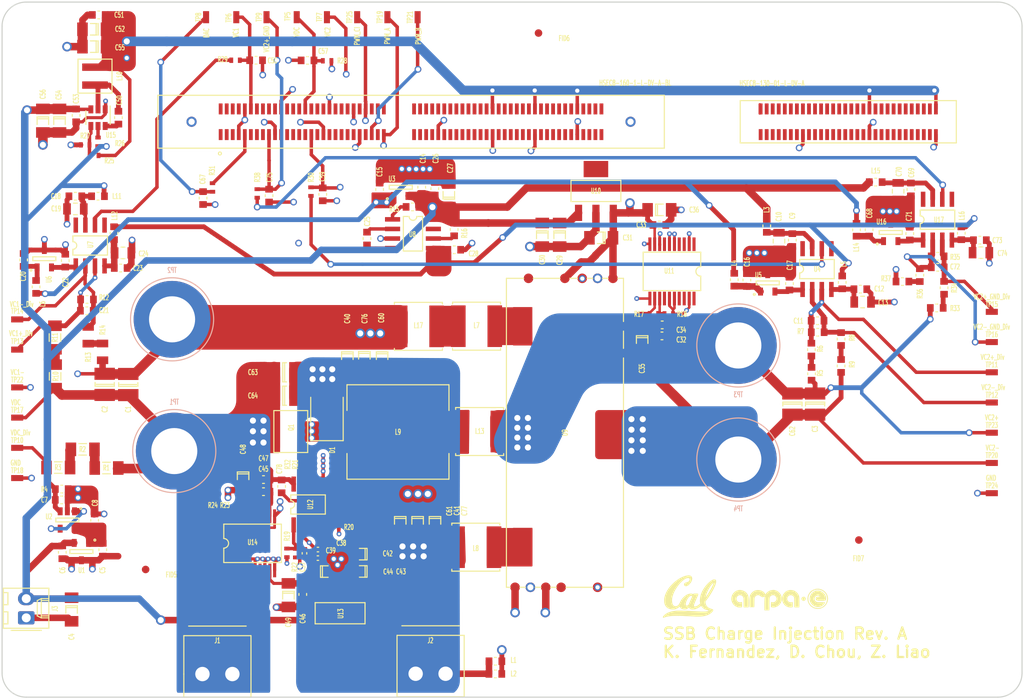
<source format=kicad_pcb>
(kicad_pcb (version 20171130) (host pcbnew "(5.1.9)-1")
  (layers (0 F.Cu signal) (1 In1.Cu signal) (2 In2.Cu signal) (31 B.Cu signal) (34 B.Paste user) (35 F.Paste user) (36 B.SilkS user) (37 F.SilkS user) (38 B.Mask user) (39 F.Mask user hide) (44 Edge.Cuts user))
  (net 0 "")
  (net 1 GNDPWR)
  (net 2 /C1-)
  (net 3 6V5)
  (net 4 GND)
  (net 5 /VDD_Logic_HVSense)
  (net 6 /VDC/HV1_DIV)
  (net 7 /VCSense/6V5_C2_FIL_SENSE)
  (net 8 /VCSense/-6V5_C2_FIL_SENSE)
  (net 9 /VCSense/5V_VCSENSE)
  (net 10 /VCSense/5V_VC2SENSE_FIL)
  (net 11 /VCSense/1V25_VC2SENSE)
  (net 12 /VCSense/6V5_C1_FIL_SENSE)
  (net 13 /VCSense/5V_VC1SENSE_FIL)
  (net 14 /VCSense/1V25_VC1SENSE)
  (net 15 /VCSense/-6V5_C1_FIL_SENSE)
  (net 16 "Net-(C25-Pad1)")
  (net 17 "Net-(C25-Pad2)")
  (net 18 /VCSense/-6V5_VCSENSE)
  (net 19 /SSB/VDDISO1)
  (net 20 /CI/VDD_Logic_CI)
  (net 21 /CI/VDDISO2)
  (net 22 /MCU_Connector/Vdc)
  (net 23 /MCU_Connector/Vc1)
  (net 24 /MCU_Connector/Vc2)
  (net 25 /MCU_Connector/DACOUT_probe)
  (net 26 /VDC)
  (net 27 "Net-(J4-Pad120)")
  (net 28 "Net-(J4-Pad119)")
  (net 29 "Net-(J4-Pad118)")
  (net 30 "Net-(J4-Pad117)")
  (net 31 "Net-(J4-Pad116)")
  (net 32 "Net-(J4-Pad115)")
  (net 33 "Net-(J4-Pad114)")
  (net 34 "Net-(J4-Pad113)")
  (net 35 /MCU_Connector/5V)
  (net 36 "Net-(J4-Pad110)")
  (net 37 "Net-(J4-Pad109)")
  (net 38 "Net-(J4-Pad108)")
  (net 39 "Net-(J4-Pad107)")
  (net 40 "Net-(J4-Pad106)")
  (net 41 "Net-(J4-Pad105)")
  (net 42 "Net-(J4-Pad104)")
  (net 43 "Net-(J4-Pad103)")
  (net 44 "Net-(J4-Pad102)")
  (net 45 "Net-(J4-Pad101)")
  (net 46 "Net-(J4-Pad100)")
  (net 47 "Net-(J4-Pad99)")
  (net 48 "Net-(J4-Pad96)")
  (net 49 "Net-(J4-Pad95)")
  (net 50 "Net-(J4-Pad94)")
  (net 51 "Net-(J4-Pad93)")
  (net 52 "Net-(J4-Pad92)")
  (net 53 "Net-(J4-Pad91)")
  (net 54 "Net-(J4-Pad90)")
  (net 55 "Net-(J4-Pad89)")
  (net 56 "Net-(J4-Pad88)")
  (net 57 "Net-(J4-Pad87)")
  (net 58 "Net-(J4-Pad86)")
  (net 59 "Net-(J4-Pad85)")
  (net 60 "Net-(J4-Pad82)")
  (net 61 "Net-(J4-Pad81)")
  (net 62 "Net-(J4-Pad80)")
  (net 63 "Net-(J4-Pad79)")
  (net 64 "Net-(J4-Pad78)")
  (net 65 "Net-(J4-Pad77)")
  (net 66 "Net-(J4-Pad76)")
  (net 67 "Net-(J4-Pad75)")
  (net 68 "Net-(J4-Pad74)")
  (net 69 "Net-(J4-Pad73)")
  (net 70 "Net-(J4-Pad72)")
  (net 71 "Net-(J4-Pad71)")
  (net 72 "Net-(J4-Pad70)")
  (net 73 "Net-(J4-Pad69)")
  (net 74 "Net-(J4-Pad68)")
  (net 75 "Net-(J4-Pad67)")
  (net 76 "Net-(J4-Pad66)")
  (net 77 "Net-(J4-Pad64)")
  (net 78 "Net-(J4-Pad63)")
  (net 79 "Net-(J4-Pad62)")
  (net 80 "Net-(J4-Pad61)")
  (net 81 "Net-(J4-Pad60)")
  (net 82 "Net-(J4-Pad59)")
  (net 83 "Net-(J4-Pad58)")
  (net 84 "Net-(J4-Pad57)")
  (net 85 "Net-(J4-Pad56)")
  (net 86 /~INB)
  (net 87 "Net-(J4-Pad54)")
  (net 88 /MCU_Connector/PWM2A)
  (net 89 /MCU_Connector/PWM3B)
  (net 90 /~INA)
  (net 91 /INCI)
  (net 92 /MCU_Connector/PWM1A)
  (net 93 "Net-(J4-Pad48)")
  (net 94 "Net-(J4-Pad45)")
  (net 95 "Net-(J4-Pad44)")
  (net 96 "Net-(J4-Pad43)")
  (net 97 "Net-(J4-Pad42)")
  (net 98 "Net-(J4-Pad41)")
  (net 99 "Net-(J4-Pad40)")
  (net 100 "Net-(J4-Pad39)")
  (net 101 "Net-(J4-Pad37)")
  (net 102 "Net-(J4-Pad36)")
  (net 103 "Net-(J4-Pad34)")
  (net 104 "Net-(J4-Pad33)")
  (net 105 "Net-(J4-Pad32)")
  (net 106 "Net-(J4-Pad29)")
  (net 107 "Net-(J4-Pad28)")
  (net 108 "Net-(J4-Pad27)")
  (net 109 "Net-(J4-Pad26)")
  (net 110 "Net-(J4-Pad25)")
  (net 111 "Net-(J4-Pad24)")
  (net 112 "Net-(J4-Pad23)")
  (net 113 "Net-(J4-Pad21)")
  (net 114 "Net-(J4-Pad20)")
  (net 115 "Net-(J4-Pad18)")
  (net 116 "Net-(J4-Pad16)")
  (net 117 "Net-(J4-Pad15)")
  (net 118 "Net-(J4-Pad14)")
  (net 119 "Net-(J4-Pad13)")
  (net 120 "Net-(J4-Pad11)")
  (net 121 /MCU_Connector/DACOUT)
  (net 122 "Net-(J4-Pad8)")
  (net 123 "Net-(J4-Pad6)")
  (net 124 "Net-(J4-Pad5)")
  (net 125 "Net-(J4-Pad4)")
  (net 126 "Net-(J4-Pad3)")
  (net 127 "Net-(J4-Pad2)")
  (net 128 "Net-(J4-Pad1)")
  (net 129 /SSB/LC1_FB)
  (net 130 /SSB/GND_L_FB)
  (net 131 "Net-(R1-Pad2)")
  (net 132 "Net-(R2-Pad2)")
  (net 133 "Net-(R5-Pad2)")
  (net 134 "Net-(R8-Pad2)")
  (net 135 "Net-(R10-Pad2)")
  (net 136 "Net-(R13-Pad2)")
  (net 137 "Net-(R15-Pad1)")
  (net 138 "Net-(R16-Pad2)")
  (net 139 /VDC_SENSE)
  (net 140 /VC1_SENSE)
  (net 141 /VC2_SENSE)
  (net 142 "Net-(U4-Pad8)")
  (net 143 "Net-(U4-Pad5)")
  (net 144 "Net-(U7-Pad5)")
  (net 145 "Net-(U7-Pad8)")
  (net 146 "Net-(U8-Pad7)")
  (net 147 "Net-(U9-Pad5)")
  (net 148 "Net-(U9-Pad3)")
  (net 149 "Net-(J5-Pad1)")
  (net 150 "Net-(J5-Pad3)")
  (net 151 "Net-(J5-Pad5)")
  (net 152 "Net-(J5-Pad7)")
  (net 153 "Net-(J5-Pad9)")
  (net 154 "Net-(J5-Pad11)")
  (net 155 "Net-(J5-Pad13)")
  (net 156 "Net-(J5-Pad17)")
  (net 157 "Net-(J5-Pad19)")
  (net 158 "Net-(J5-Pad21)")
  (net 159 "Net-(J5-Pad23)")
  (net 160 "Net-(J5-Pad25)")
  (net 161 "Net-(J5-Pad27)")
  (net 162 "Net-(J5-Pad29)")
  (net 163 "Net-(J5-Pad31)")
  (net 164 "Net-(J5-Pad33)")
  (net 165 "Net-(J5-Pad35)")
  (net 166 "Net-(J5-Pad39)")
  (net 167 "Net-(J5-Pad41)")
  (net 168 "Net-(J5-Pad43)")
  (net 169 "Net-(J5-Pad45)")
  (net 170 "Net-(J5-Pad47)")
  (net 171 "Net-(J5-Pad49)")
  (net 172 "Net-(J5-Pad51)")
  (net 173 "Net-(J5-Pad53)")
  (net 174 "Net-(J5-Pad55)")
  (net 175 "Net-(J5-Pad57)")
  (net 176 "Net-(J5-Pad2)")
  (net 177 "Net-(J5-Pad4)")
  (net 178 "Net-(J5-Pad6)")
  (net 179 "Net-(J5-Pad8)")
  (net 180 "Net-(J5-Pad10)")
  (net 181 "Net-(J5-Pad12)")
  (net 182 "Net-(J5-Pad14)")
  (net 183 "Net-(J5-Pad16)")
  (net 184 "Net-(J5-Pad18)")
  (net 185 "Net-(J5-Pad20)")
  (net 186 "Net-(J5-Pad22)")
  (net 187 "Net-(J5-Pad24)")
  (net 188 "Net-(J5-Pad26)")
  (net 189 "Net-(J5-Pad28)")
  (net 190 "Net-(J5-Pad30)")
  (net 191 "Net-(J5-Pad32)")
  (net 192 "Net-(J5-Pad34)")
  (net 193 "Net-(J5-Pad36)")
  (net 194 "Net-(J5-Pad40)")
  (net 195 "Net-(J5-Pad42)")
  (net 196 "Net-(J5-Pad44)")
  (net 197 "Net-(J5-Pad46)")
  (net 198 "Net-(J5-Pad48)")
  (net 199 "Net-(J5-Pad50)")
  (net 200 "Net-(J5-Pad52)")
  (net 201 "Net-(J5-Pad54)")
  (net 202 "Net-(J5-Pad56)")
  (net 203 "Net-(J5-Pad58)")
  (net 204 /CI/L_Jumper)
  (net 205 /CI/Gate_CI)
  (net 206 /CI/En_CI)
  (net 207 /CI/Vo_high)
  (net 208 /CI/Vo_low)
  (net 209 /CI/PWM_CI)
  (net 210 /SSB/VDD_Logic_FB)
  (net 211 /SSB/ISODCDC/Sel)
  (net 212 /CI/sheet5FF6C3C6/Sel)
  (net 213 /MCU_Connector/Buck_Bst)
  (net 214 /MCU_Connector/Buck_Sw)
  (net 215 /MCU_Connector/Buck_FB)
  (net 216 /MCU_Connector/En_Buck)
  (net 217 /VCSense/V+_C2)
  (net 218 /VCSense/V-_C2)
  (net 219 /VCSense/V+_C1)
  (net 220 /VCSense/V-_C1)
  (net 221 /C2-)
  (net 222 /C2+)
  (net 223 /Sci_Source)
  (net 224 "Net-(L17-Pad1)")
  (net 225 "Net-(R33-Pad2)")
  (net 226 "Net-(R36-Pad2)")
  (net 227 "Net-(U17-Pad5)")
  (net 228 "Net-(U17-Pad8)")
  (net 229 /VCSense/5V_VC2_GND_SENSE_FIL)
  (net 230 /VCSense/6V5_C2_GND_FIL_SENSE)
  (net 231 /VCSense/1V25_VC2_GND_SENSE)
  (net 232 /VCSense/-6V5_C2_GND_FIL_SENSE)
  (net 233 /MCU_Connector/Vc2_GND)
  (net 234 /VC2_GND_SENSE)
  (net 235 /VCSense/V+_C2_GND)
  (net 236 /VCSense/V-_GND_C2)
  (module user_dc:arpa (layer F.Cu) (at 103 -13)
    (fp_text reference G*** hide)
    (fp_text value LOGO hide)
  )
  (module user_dc:cal (layer F.Cu) (at 91 -13.3)
    (fp_text reference G*** hide)
    (fp_text value LOGO hide)
  )
  (module "user_kf:0603 TP" (layer F.Cu) (at 47 -90 90)
    (fp_text reference TP25 (at 0 -1 90) (layer F.SilkS) (effects (font (size 0.6985 0.4445) (thickness 0.111125))))
    (fp_text value TestPoint)
    (pad 1 smd rect (at 0 0 90) (size 1.6 0.8) (layers F.Cu F.Paste F.Mask) (net 91 /INCI))
  )
  (module "user_kf:0603 TP" (layer F.Cu) (at 55 -90 90)
    (fp_text reference TP21 (at 0 -1 90) (layer F.SilkS) (effects (font (size 0.6985 0.4445) (thickness 0.111125))))
    (fp_text value TestPoint)
    (pad 1 smd rect (at 0 0 90) (size 1.6 0.8) (layers F.Cu F.Paste F.Mask) (net 86 /~INB))
  )
  (module "user_kf:0603 TP" (layer F.Cu) (at 51 -90 90)
    (fp_text reference TP19 (at 0 -1 90) (layer F.SilkS) (effects (font (size 0.6985 0.4445) (thickness 0.111125))))
    (fp_text value TestPoint)
    (pad 1 smd rect (at 0 0 90) (size 1.6 0.8) (layers F.Cu F.Paste F.Mask) (net 90 /~INA))
  )
  (module "user_kf:0603 TP" (layer F.Cu) (at 131 -27)
    (fp_text reference TP24 (at 0 -1) (layer F.SilkS) (effects (font (size 0.6985 0.4445) (thickness 0.111125))))
    (fp_text value TestPoint)
    (pad 1 smd rect (at 0 0) (size 1.6 0.8) (layers F.Cu F.Paste F.Mask) (net 4 GND))
  )
  (module "user_kf:0603 TP" (layer F.Cu) (at 131 -35)
    (fp_text reference TP23 (at 0 -1) (layer F.SilkS) (effects (font (size 0.6985 0.4445) (thickness 0.111125))))
    (fp_text value TestPoint)
    (pad 1 smd rect (at 0 0) (size 1.6 0.8) (layers F.Cu F.Paste F.Mask) (net 222 /C2+))
  )
  (module "user_kf:0603 TP" (layer F.Cu) (at 2 -41 180)
    (fp_text reference TP22 (at 0 1) (layer F.SilkS) (effects (font (size 0.6985 0.4445) (thickness 0.111125))))
    (fp_text value TestPoint)
    (pad 1 smd rect (at 0 0 180) (size 1.6 0.8) (layers F.Cu F.Paste F.Mask) (net 2 /C1-))
  )
  (module "user_kf:0603 TP" (layer F.Cu) (at 131 -31)
    (fp_text reference TP20 (at 0 -1) (layer F.SilkS) (effects (font (size 0.6985 0.4445) (thickness 0.111125))))
    (fp_text value TestPoint)
    (pad 1 smd rect (at 0 0) (size 1.6 0.8) (layers F.Cu F.Paste F.Mask) (net 221 /C2-))
  )
  (module "user_kf:0603 TP" (layer F.Cu) (at 2 -29)
    (fp_text reference TP18 (at 0 -1) (layer F.SilkS) (effects (font (size 0.6985 0.4445) (thickness 0.111125))))
    (fp_text value TestPoint)
    (pad 1 smd rect (at 0 0) (size 1.6 0.8) (layers F.Cu F.Paste F.Mask) (net 4 GND))
  )
  (module "user_kf:0603 TP" (layer F.Cu) (at 2 -37 180)
    (fp_text reference TP17 (at 0 1) (layer F.SilkS) (effects (font (size 0.6985 0.4445) (thickness 0.111125))))
    (fp_text value TestPoint)
    (pad 1 smd rect (at 0 0 180) (size 1.6 0.8) (layers F.Cu F.Paste F.Mask) (net 26 /VDC))
  )
  (module "user_kf:0603 TP" (layer F.Cu) (at 131 -47)
    (fp_text reference TP16 (at 0 -1) (layer F.SilkS) (effects (font (size 0.6985 0.4445) (thickness 0.111125))))
    (fp_text value TestPoint)
    (pad 1 smd rect (at 0 0) (size 1.6 0.8) (layers F.Cu F.Paste F.Mask) (net 236 /VCSense/V-_GND_C2))
  )
  (module "user_kf:0603 TP" (layer F.Cu) (at 131 -51)
    (fp_text reference TP15 (at 0 -1) (layer F.SilkS) (effects (font (size 0.6985 0.4445) (thickness 0.111125))))
    (fp_text value TestPoint)
    (pad 1 smd rect (at 0 0) (size 1.6 0.8) (layers F.Cu F.Paste F.Mask) (net 235 /VCSense/V+_C2_GND))
  )
  (module "user_kf:0603 TP" (layer F.Cu) (at 2 -50)
    (fp_text reference TP14 (at 0 -1.1) (layer F.SilkS) (effects (font (size 0.6985 0.4445) (thickness 0.111125))))
    (fp_text value TestPoint)
    (pad 1 smd rect (at 0 0) (size 1.6 0.8) (layers F.Cu F.Paste F.Mask) (net 220 /VCSense/V-_C1))
  )
  (module "user_kf:0603 TP" (layer F.Cu) (at 2 -46)
    (fp_text reference TP13 (at 0 -1.1) (layer F.SilkS) (effects (font (size 0.6985 0.4445) (thickness 0.111125))))
    (fp_text value TestPoint)
    (pad 1 smd rect (at 0 0) (size 1.6 0.8) (layers F.Cu F.Paste F.Mask) (net 219 /VCSense/V+_C1))
  )
  (module "user_kf:0603 TP" (layer F.Cu) (at 131 -39)
    (fp_text reference TP12 (at 0 -1) (layer F.SilkS) (effects (font (size 0.6985 0.4445) (thickness 0.111125))))
    (fp_text value TestPoint)
    (pad 1 smd rect (at 0 0) (size 1.6 0.8) (layers F.Cu F.Paste F.Mask) (net 218 /VCSense/V-_C2))
  )
  (module "user_kf:0603 TP" (layer F.Cu) (at 131 -43)
    (fp_text reference TP11 (at 0 -1) (layer F.SilkS) (effects (font (size 0.6985 0.4445) (thickness 0.111125))))
    (fp_text value TestPoint)
    (pad 1 smd rect (at 0 0) (size 1.6 0.8) (layers F.Cu F.Paste F.Mask) (net 217 /VCSense/V+_C2))
  )
  (module "user_kf:0603 TP" (layer F.Cu) (at 2 -33)
    (fp_text reference TP10 (at 0 -1) (layer F.SilkS) (effects (font (size 0.6985 0.4445) (thickness 0.111125))))
    (fp_text value TestPoint)
    (pad 1 smd rect (at 0 0) (size 1.6 0.8) (layers F.Cu F.Paste F.Mask) (net 6 /VDC/HV1_DIV))
  )
  (module Fiducial:Fiducial_1mm_Dia_2.54mm_Outer_CopperTop (layer F.Cu) (at 113.4 -20.8)
    (fp_text reference FID7 (at -0.05 2.45) (layer F.SilkS) (effects (font (size 0.6985 0.4445) (thickness 0.111125))))
    (fp_text value FID)
    (pad ~ smd circle (at 0 0) (size 1 1) (layers F.Cu F.Mask) (clearance 0.77))
  )
  (module Fiducial:Fiducial_1mm_Dia_2.54mm_Outer_CopperTop (layer F.Cu) (at 71 -87.9)
    (fp_text reference FID6 (at 3.4 0.7) (layer F.SilkS) (effects (font (size 0.6985 0.4445) (thickness 0.111125))))
    (fp_text value FID)
    (pad ~ smd circle (at 0 0) (size 1 1) (layers F.Cu F.Mask) (clearance 0.77))
  )
  (module Fiducial:Fiducial_1mm_Dia_2.54mm_Outer_CopperTop (layer F.Cu) (at 19 -16.9)
    (fp_text reference FID5 (at 3.4 0.7) (layer F.SilkS) (effects (font (size 0.6985 0.4445) (thickness 0.111125))))
    (fp_text value FID)
    (pad ~ smd circle (at 0 0) (size 1 1) (layers F.Cu F.Mask) (clearance 0.77))
  )
  (module calisco-general:C_0603 (layer F.Cu) (at 37 -27.9 270)
    (fp_text reference C78 (at -2.3 0.3 90) (layer F.SilkS) (effects (font (size 0.6985 0.4445) (thickness 0.111125))))
    (fp_text value 1uF)
    (pad 2 smd rect (at 0.85 0 270) (size 0.889 1) (layers F.Cu F.Paste F.Mask) (net 223 /Sci_Source))
    (pad 1 smd rect (at -0.85 0 270) (size 0.889 1) (layers F.Cu F.Paste F.Mask) (net 21 /CI/VDDISO2))
  )
  (module calisco-general:C_1206 (layer F.Cu) (at 47.8 -16.64034 180)
    (fp_text reference C43 (at -5 -0.0254) (layer F.SilkS) (effects (font (size 0.6985 0.4445) (thickness 0.111125))))
    (fp_text value 0.1uF)
    (pad 1 smd rect (at -1.559 0 180) (size 1.397 1.8) (layers F.Cu F.Paste F.Mask) (net 3 6V5))
    (pad 2 smd rect (at 1.559 0 180) (size 1.397 1.8) (layers F.Cu F.Paste F.Mask) (net 4 GND))
  )
  (module calisco-general:R_1206 (layer F.Cu) (at 7 -47.6 90)
    (fp_text reference R11 (at 0 0 90) (layer F.SilkS) (effects (font (size 0.6985 0.4445) (thickness 0.111125))))
    (fp_text value 150k)
    (pad 1 smd rect (at -1.559 0 90) (size 1.397 1.8) (layers F.Cu F.Paste F.Mask) (net 135 "Net-(R10-Pad2)"))
    (pad 2 smd rect (at 1.559 0 90) (size 1.397 1.8) (layers F.Cu F.Paste F.Mask) (net 219 /VCSense/V+_C1))
  )
  (module calisco-general:C_1206 (layer F.Cu) (at 9.2 -11.6 270)
    (fp_text reference C4 (at 3.6 0 90) (layer F.SilkS) (effects (font (size 0.6985 0.4445) (thickness 0.111125))))
    (fp_text value 1uF)
    (pad 2 smd rect (at 1.559 0 270) (size 1.397 1.8) (layers F.Cu F.Paste F.Mask) (net 4 GND))
    (pad 1 smd rect (at -1.559 0 270) (size 1.397 1.8) (layers F.Cu F.Paste F.Mask) (net 3 6V5))
  )
  (module Connector_Molex:Molex_KK-254_AE-6410-02A_1x02_P2.54mm_Vertical (layer F.Cu) (at 3.2 -10.5 90)
    (fp_text reference J3 (at 1.2 3.8 90) (layer F.SilkS) (effects (font (size 0.6985 0.4445) (thickness 0.111125))))
    (fp_text value Conn_01x02)
    (pad 2 thru_hole oval (at 2.54 0 90) (size 1.74 2.19) (drill 1.19) (layers *.Cu *.Mask) (net 3 6V5) (clearance 0.5))
    (pad 1 thru_hole roundrect (at 0 0 90) (size 1.74 2.19) (drill 1.19) (layers *.Cu *.Mask) (roundrect_rratio 0.1439988505747127) (net 4 GND) (clearance 0.5))
  )
  (module Package_TO_SOT_SMD:SOT-23-6 (layer F.Cu) (at 12.7 -76.7 270)
    (fp_text reference U15 (at 2.3 -1.7 180) (layer F.SilkS) (effects (font (size 0.6985 0.4445) (thickness 0.111125))))
    (fp_text value TPS562200)
    (pad 1 smd rect (at -1.1 -0.95 270) (size 1.06 0.65) (layers F.Cu F.Paste F.Mask) (net 4 GND))
    (pad 2 smd rect (at -1.1 0 270) (size 1.06 0.65) (layers F.Cu F.Paste F.Mask) (net 214 /MCU_Connector/Buck_Sw))
    (pad 3 smd rect (at -1.1 0.95 270) (size 1.06 0.65) (layers F.Cu F.Paste F.Mask) (net 3 6V5))
    (pad 4 smd rect (at 1.1 0.95 270) (size 1.06 0.65) (layers F.Cu F.Paste F.Mask) (net 215 /MCU_Connector/Buck_FB))
    (pad 6 smd rect (at 1.1 -0.95 270) (size 1.06 0.65) (layers F.Cu F.Paste F.Mask) (net 213 /MCU_Connector/Buck_Bst))
    (pad 5 smd rect (at 1.1 0 270) (size 1.06 0.65) (layers F.Cu F.Paste F.Mask) (net 216 /MCU_Connector/En_Buck))
  )
  (module calisco-general:SOT223-4 (layer F.Cu) (at 78.6 -67 90)
    (fp_text reference U10 (at 0 0 180) (layer F.SilkS) (effects (font (size 0.6985 0.4445) (thickness 0.111125))))
    (fp_text value LM2937xMP)
    (pad 4 smd rect (at 2.9 0 180) (size 3.25 2.15) (layers F.Cu F.Paste F.Mask))
    (pad 3 smd rect (at -2.9 2.3 180) (size 0.95 2.15) (layers F.Cu F.Paste F.Mask) (net 210 /SSB/VDD_Logic_FB))
    (pad 2 smd rect (at -2.9 0 180) (size 0.95 2.15) (layers F.Cu F.Paste F.Mask) (net 4 GND))
    (pad 1 smd rect (at -2.9 -2.3 180) (size 0.95 2.15) (layers F.Cu F.Paste F.Mask) (net 3 6V5))
  )
  (module calisco-general:R_0402 (layer F.Cu) (at 11 -73.1)
    (fp_text reference R27 (at 0 -1.2) (layer F.SilkS) (effects (font (size 0.6985 0.4445) (thickness 0.111125))))
    (fp_text value 10k)
    (pad 1 smd rect (at -0.567 0) (size 0.508 0.711) (layers F.Cu F.Paste F.Mask) (net 4 GND))
    (pad 2 smd rect (at 0.567 0) (size 0.508 0.711) (layers F.Cu F.Paste F.Mask) (net 215 /MCU_Connector/Buck_FB))
  )
  (module calisco-general:R_0402 (layer F.Cu) (at 12.7 -73.5 270)
    (fp_text reference R26 (at 0.2 -2.9 180) (layer F.SilkS) (effects (font (size 0.6985 0.4445) (thickness 0.111125))))
    (fp_text value 10k)
    (pad 1 smd rect (at -0.567 0 270) (size 0.508 0.711) (layers F.Cu F.Paste F.Mask) (net 216 /MCU_Connector/En_Buck))
    (pad 2 smd rect (at 0.567 0 270) (size 0.508 0.711) (layers F.Cu F.Paste F.Mask) (net 3 6V5))
  )
  (module calisco-general:R_0402 (layer F.Cu) (at 12.2 -71.7)
    (fp_text reference R25 (at 2 0.7) (layer F.SilkS) (effects (font (size 0.6985 0.4445) (thickness 0.111125))))
    (fp_text value 54.9k)
    (pad 1 smd rect (at -0.567 0) (size 0.508 0.711) (layers F.Cu F.Paste F.Mask) (net 215 /MCU_Connector/Buck_FB))
    (pad 2 smd rect (at 0.567 0) (size 0.508 0.711) (layers F.Cu F.Paste F.Mask) (net 35 /MCU_Connector/5V))
  )
  (module user_dc:XEL4030 (layer F.Cu) (at 12.3 -82.2 90)
    (fp_text reference L10 (at 0 3.25 90) (layer F.SilkS) (effects (font (size 0.6985 0.4445) (thickness 0.111125))))
    (fp_text value 4.7uH)
    (pad 1 smd rect (at -1.185 0 90) (size 0.98 3.4) (layers F.Cu F.Paste F.Mask) (net 214 /MCU_Connector/Buck_Sw))
    (pad 2 smd rect (at 1.185 0 90) (size 0.98 3.4) (layers F.Cu F.Paste F.Mask) (net 35 /MCU_Connector/5V))
  )
  (module calisco-general:C_1206 (layer F.Cu) (at 5.4 -76.3 270)
    (fp_text reference C56 (at -3.5 0 90) (layer F.SilkS) (effects (font (size 0.6985 0.4445) (thickness 0.111125))))
    (fp_text value 10uF)
    (pad 1 smd rect (at -1.559 0 270) (size 1.397 1.8) (layers F.Cu F.Paste F.Mask) (net 3 6V5))
    (pad 2 smd rect (at 1.559 0 270) (size 1.397 1.8) (layers F.Cu F.Paste F.Mask) (net 4 GND))
  )
  (module calisco-general:C_1206 (layer F.Cu) (at 12.2 -86.1 180)
    (fp_text reference C55 (at -3.4 -0.12) (layer F.SilkS) (effects (font (size 0.6985 0.4445) (thickness 0.111125))))
    (fp_text value 22uF)
    (pad 1 smd rect (at -1.559 0 180) (size 1.397 1.8) (layers F.Cu F.Paste F.Mask) (net 35 /MCU_Connector/5V))
    (pad 2 smd rect (at 1.559 0 180) (size 1.397 1.8) (layers F.Cu F.Paste F.Mask) (net 4 GND))
  )
  (module calisco-general:C_1206 (layer F.Cu) (at 7.6 -76.3 270)
    (fp_text reference C54 (at -3.4 0.1 90) (layer F.SilkS) (effects (font (size 0.6985 0.4445) (thickness 0.111125))))
    (fp_text value 10uF)
    (pad 1 smd rect (at -1.559 0 270) (size 1.397 1.8) (layers F.Cu F.Paste F.Mask) (net 3 6V5))
    (pad 2 smd rect (at 1.559 0 270) (size 1.397 1.8) (layers F.Cu F.Paste F.Mask) (net 4 GND))
  )
  (module calisco-general:C_0603 (layer F.Cu) (at 9.8 -77 270)
    (fp_text reference C53 (at -2.2 0 90) (layer F.SilkS) (effects (font (size 0.6985 0.4445) (thickness 0.111125))))
    (fp_text value 0.1uF)
    (pad 1 smd rect (at -0.85 0 270) (size 0.889 1) (layers F.Cu F.Paste F.Mask) (net 3 6V5))
    (pad 2 smd rect (at 0.85 0 270) (size 0.889 1) (layers F.Cu F.Paste F.Mask) (net 4 GND))
  )
  (module calisco-general:C_1206 (layer F.Cu) (at 12.2 -88.4 180)
    (fp_text reference C52 (at -3.4 0.03) (layer F.SilkS) (effects (font (size 0.6985 0.4445) (thickness 0.111125))))
    (fp_text value 22uF)
    (pad 1 smd rect (at -1.559 0 180) (size 1.397 1.8) (layers F.Cu F.Paste F.Mask) (net 35 /MCU_Connector/5V))
    (pad 2 smd rect (at 1.559 0 180) (size 1.397 1.8) (layers F.Cu F.Paste F.Mask) (net 4 GND))
  )
  (module calisco-general:C_0603 (layer F.Cu) (at 12.8 -90.3 180)
    (fp_text reference C51 (at -2.7 0) (layer F.SilkS) (effects (font (size 0.6985 0.4445) (thickness 0.111125))))
    (fp_text value 0.1uF)
    (pad 1 smd rect (at -0.85 0 180) (size 0.889 1) (layers F.Cu F.Paste F.Mask) (net 35 /MCU_Connector/5V))
    (pad 2 smd rect (at 0.85 0 180) (size 0.889 1) (layers F.Cu F.Paste F.Mask) (net 4 GND))
  )
  (module calisco-general:C_0603 (layer F.Cu) (at 15.4 -76.7 270)
    (fp_text reference C50 (at -2.3 -0.1 90) (layer F.SilkS) (effects (font (size 0.6985 0.4445) (thickness 0.111125))))
    (fp_text value 0.1uF)
    (pad 1 smd rect (at -0.85 0 270) (size 0.889 1) (layers F.Cu F.Paste F.Mask) (net 214 /MCU_Connector/Buck_Sw))
    (pad 2 smd rect (at 0.85 0 270) (size 0.889 1) (layers F.Cu F.Paste F.Mask) (net 213 /MCU_Connector/Buck_Bst))
  )
  (module calisco-general:C_1206 (layer F.Cu) (at 79.3 -60.8 180)
    (fp_text reference C31 (at -3.5 0) (layer F.SilkS) (effects (font (size 0.6985 0.4445) (thickness 0.111125))))
    (fp_text value 10uF)
    (pad 2 smd rect (at 1.559 0 180) (size 1.397 1.8) (layers F.Cu F.Paste F.Mask) (net 4 GND))
    (pad 1 smd rect (at -1.559 0 180) (size 1.397 1.8) (layers F.Cu F.Paste F.Mask) (net 210 /SSB/VDD_Logic_FB))
  )
  (module calisco-general:C_1206 (layer F.Cu) (at 71.5 -61.2 270)
    (fp_text reference C30 (at 3.3 0 90) (layer F.SilkS) (effects (font (size 0.6985 0.4445) (thickness 0.111125))))
    (fp_text value 0.1uF)
    (pad 1 smd rect (at -1.559 0 270) (size 1.397 1.8) (layers F.Cu F.Paste F.Mask) (net 3 6V5))
    (pad 2 smd rect (at 1.559 0 270) (size 1.397 1.8) (layers F.Cu F.Paste F.Mask) (net 4 GND))
  )
  (module calisco-general:C_1206 (layer F.Cu) (at 73.8 -61.2 270)
    (fp_text reference C29 (at 3.37 0 90) (layer F.SilkS) (effects (font (size 0.6985 0.4445) (thickness 0.111125))))
    (fp_text value 10uF)
    (pad 2 smd rect (at 1.559 0 270) (size 1.397 1.8) (layers F.Cu F.Paste F.Mask) (net 4 GND))
    (pad 1 smd rect (at -1.559 0 270) (size 1.397 1.8) (layers F.Cu F.Paste F.Mask) (net 3 6V5))
  )
  (module user_dc:SAMTEC_HSEC8-160-01-L-DV-A-BL (layer F.Cu) (at 54.13 -76.16)
    (fp_text reference J4)
    (fp_text value HSEC8-160-1-L-DV-A-BL (at 29.67 -5.14) (layer F.SilkS) (effects (font (size 0.6985 0.4445) (thickness 0.111125))))
    (pad P2 thru_hole circle (at 29.05 0) (size 1.348 1.348) (drill 0.84) (layers *.Cu *.Mask))
    (pad P1 thru_hole circle (at -29.05 0) (size 1.348 1.348) (drill 0.84) (layers *.Cu *.Mask) (clearance 0.8))
    (pad 120 smd rect (at 25.2 -1.7 180) (size 0.5 1.45) (layers F.Cu F.Paste F.Mask) (net 27 "Net-(J4-Pad120)"))
    (pad 119 smd rect (at 25.2 1.7 180) (size 0.5 1.45) (layers F.Cu F.Paste F.Mask) (net 28 "Net-(J4-Pad119)"))
    (pad 118 smd rect (at 24.4 -1.7 180) (size 0.5 1.45) (layers F.Cu F.Paste F.Mask) (net 29 "Net-(J4-Pad118)"))
    (pad 117 smd rect (at 24.4 1.7 180) (size 0.5 1.45) (layers F.Cu F.Paste F.Mask) (net 30 "Net-(J4-Pad117)"))
    (pad 116 smd rect (at 23.6 -1.7 180) (size 0.5 1.45) (layers F.Cu F.Paste F.Mask) (net 31 "Net-(J4-Pad116)"))
    (pad 115 smd rect (at 23.6 1.7 180) (size 0.5 1.45) (layers F.Cu F.Paste F.Mask) (net 32 "Net-(J4-Pad115)"))
    (pad 114 smd rect (at 22.8 -1.7 180) (size 0.5 1.45) (layers F.Cu F.Paste F.Mask) (net 33 "Net-(J4-Pad114)"))
    (pad 113 smd rect (at 22.8 1.7 180) (size 0.5 1.45) (layers F.Cu F.Paste F.Mask) (net 34 "Net-(J4-Pad113)"))
    (pad 112 smd rect (at 22 -1.7 180) (size 0.5 1.45) (layers F.Cu F.Paste F.Mask) (net 35 /MCU_Connector/5V))
    (pad 111 smd rect (at 22 1.7 180) (size 0.5 1.45) (layers F.Cu F.Paste F.Mask) (net 4 GND))
    (pad 110 smd rect (at 21.2 -1.7 180) (size 0.5 1.45) (layers F.Cu F.Paste F.Mask) (net 36 "Net-(J4-Pad110)"))
    (pad 109 smd rect (at 21.2 1.7 180) (size 0.5 1.45) (layers F.Cu F.Paste F.Mask) (net 37 "Net-(J4-Pad109)"))
    (pad 108 smd rect (at 20.4 -1.7 180) (size 0.5 1.45) (layers F.Cu F.Paste F.Mask) (net 38 "Net-(J4-Pad108)"))
    (pad 107 smd rect (at 20.4 1.7 180) (size 0.5 1.45) (layers F.Cu F.Paste F.Mask) (net 39 "Net-(J4-Pad107)"))
    (pad 106 smd rect (at 19.6 -1.7 180) (size 0.5 1.45) (layers F.Cu F.Paste F.Mask) (net 40 "Net-(J4-Pad106)"))
    (pad 105 smd rect (at 19.6 1.7 180) (size 0.5 1.45) (layers F.Cu F.Paste F.Mask) (net 41 "Net-(J4-Pad105)"))
    (pad 104 smd rect (at 18.8 -1.7 180) (size 0.5 1.45) (layers F.Cu F.Paste F.Mask) (net 42 "Net-(J4-Pad104)"))
    (pad 103 smd rect (at 18.8 1.7 180) (size 0.5 1.45) (layers F.Cu F.Paste F.Mask) (net 43 "Net-(J4-Pad103)"))
    (pad 102 smd rect (at 18 -1.7 180) (size 0.5 1.45) (layers F.Cu F.Paste F.Mask) (net 44 "Net-(J4-Pad102)"))
    (pad 101 smd rect (at 18 1.7 180) (size 0.5 1.45) (layers F.Cu F.Paste F.Mask) (net 45 "Net-(J4-Pad101)"))
    (pad 100 smd rect (at 17.2 -1.7 180) (size 0.5 1.45) (layers F.Cu F.Paste F.Mask) (net 46 "Net-(J4-Pad100)"))
    (pad 99 smd rect (at 17.2 1.7 180) (size 0.5 1.45) (layers F.Cu F.Paste F.Mask) (net 47 "Net-(J4-Pad99)"))
    (pad 98 smd rect (at 16.4 -1.7 180) (size 0.5 1.45) (layers F.Cu F.Paste F.Mask) (net 35 /MCU_Connector/5V))
    (pad 97 smd rect (at 16.4 1.7 180) (size 0.5 1.45) (layers F.Cu F.Paste F.Mask) (net 4 GND))
    (pad 96 smd rect (at 15.6 -1.7 180) (size 0.5 1.45) (layers F.Cu F.Paste F.Mask) (net 48 "Net-(J4-Pad96)"))
    (pad 95 smd rect (at 15.6 1.7 180) (size 0.5 1.45) (layers F.Cu F.Paste F.Mask) (net 49 "Net-(J4-Pad95)"))
    (pad 94 smd rect (at 14.8 -1.7 180) (size 0.5 1.45) (layers F.Cu F.Paste F.Mask) (net 50 "Net-(J4-Pad94)"))
    (pad 93 smd rect (at 14.8 1.7 180) (size 0.5 1.45) (layers F.Cu F.Paste F.Mask) (net 51 "Net-(J4-Pad93)"))
    (pad 92 smd rect (at 14 -1.7 180) (size 0.5 1.45) (layers F.Cu F.Paste F.Mask) (net 52 "Net-(J4-Pad92)"))
    (pad 91 smd rect (at 14 1.7 180) (size 0.5 1.45) (layers F.Cu F.Paste F.Mask) (net 53 "Net-(J4-Pad91)"))
    (pad 90 smd rect (at 13.2 -1.7 180) (size 0.5 1.45) (layers F.Cu F.Paste F.Mask) (net 54 "Net-(J4-Pad90)"))
    (pad 89 smd rect (at 13.2 1.7 180) (size 0.5 1.45) (layers F.Cu F.Paste F.Mask) (net 55 "Net-(J4-Pad89)"))
    (pad 88 smd rect (at 12.4 -1.7 180) (size 0.5 1.45) (layers F.Cu F.Paste F.Mask) (net 56 "Net-(J4-Pad88)"))
    (pad 87 smd rect (at 12.4 1.7 180) (size 0.5 1.45) (layers F.Cu F.Paste F.Mask) (net 57 "Net-(J4-Pad87)"))
    (pad 86 smd rect (at 11.6 -1.7 180) (size 0.5 1.45) (layers F.Cu F.Paste F.Mask) (net 58 "Net-(J4-Pad86)"))
    (pad 85 smd rect (at 11.6 1.7 180) (size 0.5 1.45) (layers F.Cu F.Paste F.Mask) (net 59 "Net-(J4-Pad85)"))
    (pad 84 smd rect (at 10.8 -1.7 180) (size 0.5 1.45) (layers F.Cu F.Paste F.Mask) (net 35 /MCU_Connector/5V))
    (pad 83 smd rect (at 10.8 1.7 180) (size 0.5 1.45) (layers F.Cu F.Paste F.Mask) (net 4 GND))
    (pad 82 smd rect (at 10 -1.7 180) (size 0.5 1.45) (layers F.Cu F.Paste F.Mask) (net 60 "Net-(J4-Pad82)"))
    (pad 81 smd rect (at 10 1.7 180) (size 0.5 1.45) (layers F.Cu F.Paste F.Mask) (net 61 "Net-(J4-Pad81)"))
    (pad 80 smd rect (at 9.2 -1.7 180) (size 0.5 1.45) (layers F.Cu F.Paste F.Mask) (net 62 "Net-(J4-Pad80)"))
    (pad 79 smd rect (at 9.2 1.7 180) (size 0.5 1.45) (layers F.Cu F.Paste F.Mask) (net 63 "Net-(J4-Pad79)"))
    (pad 78 smd rect (at 8.4 -1.7 180) (size 0.5 1.45) (layers F.Cu F.Paste F.Mask) (net 64 "Net-(J4-Pad78)"))
    (pad 77 smd rect (at 8.4 1.7 180) (size 0.5 1.45) (layers F.Cu F.Paste F.Mask) (net 65 "Net-(J4-Pad77)"))
    (pad 76 smd rect (at 7.6 -1.7 180) (size 0.5 1.45) (layers F.Cu F.Paste F.Mask) (net 66 "Net-(J4-Pad76)"))
    (pad 75 smd rect (at 7.6 1.7 180) (size 0.5 1.45) (layers F.Cu F.Paste F.Mask) (net 67 "Net-(J4-Pad75)"))
    (pad 74 smd rect (at 6.8 -1.7 180) (size 0.5 1.45) (layers F.Cu F.Paste F.Mask) (net 68 "Net-(J4-Pad74)"))
    (pad 73 smd rect (at 6.8 1.7 180) (size 0.5 1.45) (layers F.Cu F.Paste F.Mask) (net 69 "Net-(J4-Pad73)"))
    (pad 72 smd rect (at 6 -1.7 180) (size 0.5 1.45) (layers F.Cu F.Paste F.Mask) (net 70 "Net-(J4-Pad72)"))
    (pad 71 smd rect (at 6 1.7 180) (size 0.5 1.45) (layers F.Cu F.Paste F.Mask) (net 71 "Net-(J4-Pad71)"))
    (pad 70 smd rect (at 5.2 -1.7 180) (size 0.5 1.45) (layers F.Cu F.Paste F.Mask) (net 72 "Net-(J4-Pad70)"))
    (pad 69 smd rect (at 5.2 1.7 180) (size 0.5 1.45) (layers F.Cu F.Paste F.Mask) (net 73 "Net-(J4-Pad69)"))
    (pad 68 smd rect (at 4.4 -1.7 180) (size 0.5 1.45) (layers F.Cu F.Paste F.Mask) (net 74 "Net-(J4-Pad68)"))
    (pad 67 smd rect (at 4.4 1.7 180) (size 0.5 1.45) (layers F.Cu F.Paste F.Mask) (net 75 "Net-(J4-Pad67)"))
    (pad 66 smd rect (at 3.6 -1.7 180) (size 0.5 1.45) (layers F.Cu F.Paste F.Mask) (net 76 "Net-(J4-Pad66)"))
    (pad 65 smd rect (at 3.6 1.7 180) (size 0.5 1.45) (layers F.Cu F.Paste F.Mask) (net 4 GND))
    (pad 64 smd rect (at 2.8 -1.7 180) (size 0.5 1.45) (layers F.Cu F.Paste F.Mask) (net 77 "Net-(J4-Pad64)"))
    (pad 63 smd rect (at 2.8 1.7 180) (size 0.5 1.45) (layers F.Cu F.Paste F.Mask) (net 78 "Net-(J4-Pad63)"))
    (pad 62 smd rect (at 2 -1.7 180) (size 0.5 1.45) (layers F.Cu F.Paste F.Mask) (net 79 "Net-(J4-Pad62)"))
    (pad 61 smd rect (at 2 1.7 180) (size 0.5 1.45) (layers F.Cu F.Paste F.Mask) (net 80 "Net-(J4-Pad61)"))
    (pad 60 smd rect (at 1.2 -1.7 180) (size 0.5 1.45) (layers F.Cu F.Paste F.Mask) (net 81 "Net-(J4-Pad60)"))
    (pad 59 smd rect (at 1.2 1.7 180) (size 0.5 1.45) (layers F.Cu F.Paste F.Mask) (net 82 "Net-(J4-Pad59)"))
    (pad 58 smd rect (at 0.4 -1.7 180) (size 0.5 1.45) (layers F.Cu F.Paste F.Mask) (net 83 "Net-(J4-Pad58)"))
    (pad 57 smd rect (at 0.4 1.7 180) (size 0.5 1.45) (layers F.Cu F.Paste F.Mask) (net 84 "Net-(J4-Pad57)"))
    (pad 56 smd rect (at -3.6 -1.7 180) (size 0.5 1.45) (layers F.Cu F.Paste F.Mask) (net 85 "Net-(J4-Pad56)"))
    (pad 55 smd rect (at -3.6 1.7 180) (size 0.5 1.45) (layers F.Cu F.Paste F.Mask) (net 90 /~INA))
    (pad 54 smd rect (at -4.4 -1.7 180) (size 0.5 1.45) (layers F.Cu F.Paste F.Mask) (net 87 "Net-(J4-Pad54)"))
    (pad 53 smd rect (at -4.4 1.7 180) (size 0.5 1.45) (layers F.Cu F.Paste F.Mask) (net 92 /MCU_Connector/PWM1A))
    (pad 52 smd rect (at -5.2 -1.7 180) (size 0.5 1.45) (layers F.Cu F.Paste F.Mask) (net 89 /MCU_Connector/PWM3B))
    (pad 51 smd rect (at -5.2 1.7 180) (size 0.5 1.45) (layers F.Cu F.Paste F.Mask) (net 86 /~INB))
    (pad 50 smd rect (at -6 -1.7 180) (size 0.5 1.45) (layers F.Cu F.Paste F.Mask) (net 91 /INCI))
    (pad 49 smd rect (at -6 1.7 180) (size 0.5 1.45) (layers F.Cu F.Paste F.Mask) (net 88 /MCU_Connector/PWM2A))
    (pad 48 smd rect (at -6.8 -1.7 180) (size 0.5 1.45) (layers F.Cu F.Paste F.Mask) (net 93 "Net-(J4-Pad48)"))
    (pad 47 smd rect (at -6.8 1.7 180) (size 0.5 1.45) (layers F.Cu F.Paste F.Mask) (net 4 GND))
    (pad 46 smd rect (at -7.6 -1.7 180) (size 0.5 1.45) (layers F.Cu F.Paste F.Mask) (net 4 GND))
    (pad 45 smd rect (at -7.6 1.7 180) (size 0.5 1.45) (layers F.Cu F.Paste F.Mask) (net 94 "Net-(J4-Pad45)"))
    (pad 44 smd rect (at -8.4 -1.7 180) (size 0.5 1.45) (layers F.Cu F.Paste F.Mask) (net 95 "Net-(J4-Pad44)"))
    (pad 43 smd rect (at -8.4 1.7 180) (size 0.5 1.45) (layers F.Cu F.Paste F.Mask) (net 96 "Net-(J4-Pad43)"))
    (pad 42 smd rect (at -9.2 -1.7 180) (size 0.5 1.45) (layers F.Cu F.Paste F.Mask) (net 97 "Net-(J4-Pad42)"))
    (pad 41 smd rect (at -9.2 1.7 180) (size 0.5 1.45) (layers F.Cu F.Paste F.Mask) (net 98 "Net-(J4-Pad41)"))
    (pad 40 smd rect (at -10 -1.7 180) (size 0.5 1.45) (layers F.Cu F.Paste F.Mask) (net 99 "Net-(J4-Pad40)"))
    (pad 39 smd rect (at -10 1.7 180) (size 0.5 1.45) (layers F.Cu F.Paste F.Mask) (net 100 "Net-(J4-Pad39)"))
    (pad 38 smd rect (at -10.8 -1.7 180) (size 0.5 1.45) (layers F.Cu F.Paste F.Mask) (net 4 GND))
    (pad 37 smd rect (at -10.8 1.7 180) (size 0.5 1.45) (layers F.Cu F.Paste F.Mask) (net 101 "Net-(J4-Pad37)"))
    (pad 36 smd rect (at -11.6 -1.7 180) (size 0.5 1.45) (layers F.Cu F.Paste F.Mask) (net 102 "Net-(J4-Pad36)"))
    (pad 35 smd rect (at -11.6 1.7 180) (size 0.5 1.45) (layers F.Cu F.Paste F.Mask) (net 4 GND))
    (pad 34 smd rect (at -12.4 -1.7 180) (size 0.5 1.45) (layers F.Cu F.Paste F.Mask) (net 103 "Net-(J4-Pad34)"))
    (pad 33 smd rect (at -12.4 1.7 180) (size 0.5 1.45) (layers F.Cu F.Paste F.Mask) (net 104 "Net-(J4-Pad33)"))
    (pad 32 smd rect (at -13.2 -1.7 180) (size 0.5 1.45) (layers F.Cu F.Paste F.Mask) (net 105 "Net-(J4-Pad32)"))
    (pad 31 smd rect (at -13.2 1.7 180) (size 0.5 1.45) (layers F.Cu F.Paste F.Mask) (net 24 /MCU_Connector/Vc2))
    (pad 30 smd rect (at -14 -1.7 180) (size 0.5 1.45) (layers F.Cu F.Paste F.Mask) (net 22 /MCU_Connector/Vdc))
    (pad 29 smd rect (at -14 1.7 180) (size 0.5 1.45) (layers F.Cu F.Paste F.Mask) (net 106 "Net-(J4-Pad29)"))
    (pad 28 smd rect (at -14.8 -1.7 180) (size 0.5 1.45) (layers F.Cu F.Paste F.Mask) (net 107 "Net-(J4-Pad28)"))
    (pad 27 smd rect (at -14.8 1.7 180) (size 0.5 1.45) (layers F.Cu F.Paste F.Mask) (net 108 "Net-(J4-Pad27)"))
    (pad 26 smd rect (at -15.6 -1.7 180) (size 0.5 1.45) (layers F.Cu F.Paste F.Mask) (net 109 "Net-(J4-Pad26)"))
    (pad 25 smd rect (at -15.6 1.7 180) (size 0.5 1.45) (layers F.Cu F.Paste F.Mask) (net 110 "Net-(J4-Pad25)"))
    (pad 24 smd rect (at -16.4 -1.7 180) (size 0.5 1.45) (layers F.Cu F.Paste F.Mask) (net 111 "Net-(J4-Pad24)"))
    (pad 23 smd rect (at -16.4 1.7 180) (size 0.5 1.45) (layers F.Cu F.Paste F.Mask) (net 112 "Net-(J4-Pad23)"))
    (pad 22 smd rect (at -17.2 -1.7 180) (size 0.5 1.45) (layers F.Cu F.Paste F.Mask) (net 4 GND))
    (pad 21 smd rect (at -17.2 1.7 180) (size 0.5 1.45) (layers F.Cu F.Paste F.Mask) (net 113 "Net-(J4-Pad21)"))
    (pad 20 smd rect (at -18 -1.7 180) (size 0.5 1.45) (layers F.Cu F.Paste F.Mask) (net 114 "Net-(J4-Pad20)"))
    (pad 19 smd rect (at -18 1.7 180) (size 0.5 1.45) (layers F.Cu F.Paste F.Mask) (net 4 GND))
    (pad 18 smd rect (at -18.8 -1.7 180) (size 0.5 1.45) (layers F.Cu F.Paste F.Mask) (net 115 "Net-(J4-Pad18)"))
    (pad 17 smd rect (at -18.8 1.7 180) (size 0.5 1.45) (layers F.Cu F.Paste F.Mask) (net 233 /MCU_Connector/Vc2_GND))
    (pad 16 smd rect (at -19.6 -1.7 180) (size 0.5 1.45) (layers F.Cu F.Paste F.Mask) (net 116 "Net-(J4-Pad16)"))
    (pad 15 smd rect (at -19.6 1.7 180) (size 0.5 1.45) (layers F.Cu F.Paste F.Mask) (net 117 "Net-(J4-Pad15)"))
    (pad 14 smd rect (at -20.4 -1.7 180) (size 0.5 1.45) (layers F.Cu F.Paste F.Mask) (net 118 "Net-(J4-Pad14)"))
    (pad 13 smd rect (at -20.4 1.7 180) (size 0.5 1.45) (layers F.Cu F.Paste F.Mask) (net 119 "Net-(J4-Pad13)"))
    (pad 12 smd rect (at -21.2 -1.7 180) (size 0.5 1.45) (layers F.Cu F.Paste F.Mask) (net 23 /MCU_Connector/Vc1))
    (pad 11 smd rect (at -21.2 1.7 180) (size 0.5 1.45) (layers F.Cu F.Paste F.Mask) (net 120 "Net-(J4-Pad11)"))
    (pad 10 smd rect (at -22 -1.7 180) (size 0.5 1.45) (layers F.Cu F.Paste F.Mask) (net 4 GND))
    (pad 9 smd rect (at -22 1.7 180) (size 0.5 1.45) (layers F.Cu F.Paste F.Mask) (net 121 /MCU_Connector/DACOUT))
    (pad 8 smd rect (at -22.8 -1.7 180) (size 0.5 1.45) (layers F.Cu F.Paste F.Mask) (net 122 "Net-(J4-Pad8)"))
    (pad 7 smd rect (at -22.8 1.7 180) (size 0.5 1.45) (layers F.Cu F.Paste F.Mask) (net 4 GND))
    (pad 6 smd rect (at -23.6 -1.7 180) (size 0.5 1.45) (layers F.Cu F.Paste F.Mask) (net 123 "Net-(J4-Pad6)"))
    (pad 5 smd rect (at -23.6 1.7 180) (size 0.5 1.45) (layers F.Cu F.Paste F.Mask) (net 124 "Net-(J4-Pad5)"))
    (pad 4 smd rect (at -24.4 -1.7 180) (size 0.5 1.45) (layers F.Cu F.Paste F.Mask) (net 125 "Net-(J4-Pad4)"))
    (pad 3 smd rect (at -24.4 1.7 180) (size 0.5 1.45) (layers F.Cu F.Paste F.Mask) (net 126 "Net-(J4-Pad3)"))
    (pad "" np_thru_hole circle (at 26.7 -1.5) (size 1.27 1.27) (drill 1.27) (layers *.Cu *.Mask))
    (pad "" np_thru_hole circle (at -26.7 0) (size 1.27 1.27) (drill 1.27) (layers *.Cu *.Mask) (clearance 0.8))
    (pad 2 smd rect (at -25.2 -1.7 180) (size 0.5 1.45) (layers F.Cu F.Paste F.Mask) (net 127 "Net-(J4-Pad2)"))
    (pad 1 smd rect (at -25.2 1.7 180) (size 0.5 1.45) (layers F.Cu F.Paste F.Mask) (net 128 "Net-(J4-Pad1)"))
  )
  (module Connector:Banana_Jack_1Pin (layer B.Cu) (at 97.45 -46.55)
    (fp_text reference TP3 (at 0 6.5) (layer B.SilkS) (effects (font (size 0.6985 0.4445) (thickness 0.111125)) (justify mirror)))
    (fp_text value TP)
    (pad 1 thru_hole circle (at 0 0) (size 10.16 10.16) (drill 6.1) (layers *.Cu *.Mask) (net 222 /C2+) (clearance 2))
  )
  (module Connector:Banana_Jack_1Pin (layer B.Cu) (at 97.45 -31.45)
    (fp_text reference TP4 (at 0 6.5) (layer B.SilkS) (effects (font (size 0.6985 0.4445) (thickness 0.111125)) (justify mirror)))
    (fp_text value TP)
    (pad 1 thru_hole circle (at 0 0) (size 10.16 10.16) (drill 6.1) (layers *.Cu *.Mask) (net 221 /C2-) (clearance 2))
  )
  (module Connector:Banana_Jack_1Pin (layer B.Cu) (at 22.5 -50.01 180)
    (fp_text reference TP2 (at 0 6.5) (layer B.SilkS) (effects (font (size 0.6985 0.4445) (thickness 0.111125)) (justify mirror)))
    (fp_text value TP)
    (pad 1 thru_hole circle (at 0 0 180) (size 10.16 10.16) (drill 6.1) (layers *.Cu *.Mask) (net 2 /C1-))
  )
  (module Connector:Banana_Jack_1Pin (layer B.Cu) (at 22.79 -32.57 180)
    (fp_text reference TP1 (at 0 6.5) (layer B.SilkS) (effects (font (size 0.6985 0.4445) (thickness 0.111125)) (justify mirror)))
    (fp_text value TP)
    (pad 1 thru_hole circle (at 0 0 180) (size 10.16 10.16) (drill 6.1) (layers *.Cu *.Mask) (net 26 /VDC))
  )
  (module calisco-general:R_0603 (layer F.Cu) (at 107.12 -46 90)
    (fp_text reference R6 (at 0.12 1.17 90) (layer F.SilkS) (effects (font (size 0.6985 0.4445) (thickness 0.111125))))
    (fp_text value 33k)
    (pad 1 smd rect (at -0.85 0 90) (size 0.889 1) (layers F.Cu F.Paste F.Mask) (net 133 "Net-(R5-Pad2)"))
    (pad 2 smd rect (at 0.85 0 90) (size 0.889 1) (layers F.Cu F.Paste F.Mask) (net 217 /VCSense/V+_C2))
  )
  (module user_dc:XAL7070 (layer F.Cu) (at 63.21 -35.16)
    (fp_text reference L13 (at 0 -0.04) (layer F.SilkS) (effects (font (size 0.6985 0.4445) (thickness 0.111125))))
    (fp_text value 100uH)
    (pad 2 smd rect (at 2.413 0) (size 1.9304 5.5118) (layers F.Cu F.Paste F.Mask) (net 222 /C2+))
    (pad 1 smd rect (at -2.413 0) (size 1.9304 5.5118) (layers F.Cu F.Paste F.Mask) (net 204 /CI/L_Jumper))
  )
  (module calisco-general:R_0603 (layer F.Cu) (at 107.95612 -48.3)
    (fp_text reference R7 (at -2.25612 -0.1) (layer F.SilkS) (effects (font (size 0.6985 0.4445) (thickness 0.111125))))
    (fp_text value 2k)
    (pad 1 smd rect (at -0.85 0) (size 0.889 1) (layers F.Cu F.Paste F.Mask) (net 217 /VCSense/V+_C2))
    (pad 2 smd rect (at 0.85 0) (size 0.889 1) (layers F.Cu F.Paste F.Mask) (net 218 /VCSense/V-_C2))
  )
  (module MTA:MTA156_2pin (layer F.Cu) (at 56.7188 -3.1)
    (fp_text reference J2 (at -0.0188 -4.4) (layer F.SilkS) (effects (font (size 0.6985 0.4445) (thickness 0.111125))))
    (fp_text value Conn_01x02)
    (pad 2 thru_hole circle (at 1.9812 0 180) (size 2.54 2.54) (drill 1.905) (layers *.Cu *.Mask) (net 1 GNDPWR) (clearance 2))
    (pad 1 thru_hole circle (at -1.9812 0 180) (size 2.54 2.54) (drill 1.905) (layers *.Cu *.Mask) (net 1 GNDPWR) (clearance 2))
  )
  (module MTA:MTA156_2pin (layer F.Cu) (at 28.5 -3.06)
    (fp_text reference J1 (at 0 -4.44) (layer F.SilkS) (effects (font (size 0.6985 0.4445) (thickness 0.111125))))
    (fp_text value Conn_01x02)
    (pad 2 thru_hole circle (at 1.9812 0 180) (size 2.54 2.54) (drill 1.905) (layers *.Cu *.Mask) (net 26 /VDC) (clearance 2))
    (pad 1 thru_hole circle (at -1.9812 0 180) (size 2.54 2.54) (drill 1.905) (layers *.Cu *.Mask) (net 26 /VDC) (clearance 2))
  )
  (module calisco-general:C_0402 (layer F.Cu) (at 41.79904 -18.40564)
    (fp_text reference C39 (at 1.70096 -0.99436 180) (layer F.SilkS) (effects (font (size 0.6985 0.4445) (thickness 0.111125))))
    (fp_text value 0.1uF)
    (pad 1 smd rect (at -0.567 0) (size 0.508 0.711) (layers F.Cu F.Paste F.Mask) (net 20 /CI/VDD_Logic_CI))
    (pad 2 smd rect (at 0.567 0) (size 0.508 0.711) (layers F.Cu F.Paste F.Mask) (net 4 GND))
  )
  (module calisco-general:C_0402 (layer F.Cu) (at 41.80666 -19.53594)
    (fp_text reference C38 (at 3.09334 -0.86406 180) (layer F.SilkS) (effects (font (size 0.6985 0.4445) (thickness 0.111125))))
    (fp_text value 1uF)
    (pad 1 smd rect (at -0.567 0) (size 0.508 0.711) (layers F.Cu F.Paste F.Mask) (net 20 /CI/VDD_Logic_CI))
    (pad 2 smd rect (at 0.567 0) (size 0.508 0.711) (layers F.Cu F.Paste F.Mask) (net 4 GND))
  )
  (module calisco-general:C_0402 (layer F.Cu) (at 40.02452 -19.04064 270)
    (fp_text reference C37 (at 1.8161 0.24384 90) (layer F.SilkS) (effects (font (size 0.6985 0.4445) (thickness 0.111125))))
    (fp_text value 100pF)
    (pad 1 smd rect (at -0.567 0 270) (size 0.508 0.711) (layers F.Cu F.Paste F.Mask) (net 209 /CI/PWM_CI))
    (pad 2 smd rect (at 0.567 0 270) (size 0.508 0.711) (layers F.Cu F.Paste F.Mask) (net 4 GND))
  )
  (module user_kf:SKT-60_flipped (layer F.Cu) (at 112 -76.16)
    (fp_text reference J5)
    (fp_text value HSEC8-130-01-L-DV-A (at -10.1 -5.09) (layer F.SilkS) (effects (font (size 0.6985 0.4445) (thickness 0.111125))))
    (fp_line (start -11.7 -1.1) (end -11.7 -2.3) (layer F.Cu) (width 0.3302))
    (pad "" np_thru_hole circle (at 13.1 0) (size 1.12 1.12) (drill 1.12) (layers *.Cu *.Mask))
    (pad "" np_thru_hole circle (at -13.15 1.5) (size 1.12 1.12) (drill 1.12) (layers *.Cu *.Mask))
    (pad 59 smd rect (at 11.6 1.7 180) (size 0.5 1.45) (layers F.Cu F.Paste F.Mask) (net 4 GND))
    (pad 57 smd rect (at 10.8 1.7 180) (size 0.5 1.45) (layers F.Cu F.Paste F.Mask) (net 175 "Net-(J5-Pad57)"))
    (pad 55 smd rect (at 10 1.7 180) (size 0.5 1.45) (layers F.Cu F.Paste F.Mask) (net 174 "Net-(J5-Pad55)"))
    (pad 53 smd rect (at 9.2 1.7 180) (size 0.5 1.45) (layers F.Cu F.Paste F.Mask) (net 173 "Net-(J5-Pad53)"))
    (pad 51 smd rect (at 8.4 1.7 180) (size 0.5 1.45) (layers F.Cu F.Paste F.Mask) (net 172 "Net-(J5-Pad51)"))
    (pad 49 smd rect (at 7.6 1.7 180) (size 0.5 1.45) (layers F.Cu F.Paste F.Mask) (net 171 "Net-(J5-Pad49)"))
    (pad 47 smd rect (at 6.8 1.7 180) (size 0.5 1.45) (layers F.Cu F.Paste F.Mask) (net 170 "Net-(J5-Pad47)"))
    (pad 45 smd rect (at 6 1.7 180) (size 0.5 1.45) (layers F.Cu F.Paste F.Mask) (net 169 "Net-(J5-Pad45)"))
    (pad 43 smd rect (at 5.2 1.7 180) (size 0.5 1.45) (layers F.Cu F.Paste F.Mask) (net 168 "Net-(J5-Pad43)"))
    (pad 41 smd rect (at 4.4 1.7 180) (size 0.5 1.45) (layers F.Cu F.Paste F.Mask) (net 167 "Net-(J5-Pad41)"))
    (pad 39 smd rect (at 3.6 1.7 180) (size 0.5 1.45) (layers F.Cu F.Paste F.Mask) (net 166 "Net-(J5-Pad39)"))
    (pad 37 smd rect (at 2.8 1.7 180) (size 0.5 1.45) (layers F.Cu F.Paste F.Mask) (net 4 GND))
    (pad 35 smd rect (at 2 1.7 180) (size 0.5 1.45) (layers F.Cu F.Paste F.Mask) (net 165 "Net-(J5-Pad35)"))
    (pad 33 smd rect (at 1.2 1.7 180) (size 0.5 1.45) (layers F.Cu F.Paste F.Mask) (net 164 "Net-(J5-Pad33)"))
    (pad 31 smd rect (at 0.4 1.7 180) (size 0.5 1.45) (layers F.Cu F.Paste F.Mask) (net 163 "Net-(J5-Pad31)"))
    (pad 29 smd rect (at -0.4 1.7 180) (size 0.5 1.45) (layers F.Cu F.Paste F.Mask) (net 162 "Net-(J5-Pad29)"))
    (pad 27 smd rect (at -1.2 1.7 180) (size 0.5 1.45) (layers F.Cu F.Paste F.Mask) (net 161 "Net-(J5-Pad27)"))
    (pad 25 smd rect (at -2 1.7 180) (size 0.5 1.45) (layers F.Cu F.Paste F.Mask) (net 160 "Net-(J5-Pad25)"))
    (pad 23 smd rect (at -2.8 1.7 180) (size 0.5 1.45) (layers F.Cu F.Paste F.Mask) (net 159 "Net-(J5-Pad23)"))
    (pad 21 smd rect (at -3.6 1.7 180) (size 0.5 1.45) (layers F.Cu F.Paste F.Mask) (net 158 "Net-(J5-Pad21)"))
    (pad 19 smd rect (at -4.4 1.7 180) (size 0.5 1.45) (layers F.Cu F.Paste F.Mask) (net 157 "Net-(J5-Pad19)"))
    (pad 17 smd rect (at -5.2 1.7 180) (size 0.5 1.45) (layers F.Cu F.Paste F.Mask) (net 156 "Net-(J5-Pad17)"))
    (pad 15 smd rect (at -6 1.7 180) (size 0.5 1.45) (layers F.Cu F.Paste F.Mask) (net 4 GND))
    (pad 13 smd rect (at -6.8 1.7 180) (size 0.5 1.45) (layers F.Cu F.Paste F.Mask) (net 155 "Net-(J5-Pad13)"))
    (pad 11 smd rect (at -7.6 1.7 180) (size 0.5 1.45) (layers F.Cu F.Paste F.Mask) (net 154 "Net-(J5-Pad11)"))
    (pad 9 smd rect (at -8.4 1.7 180) (size 0.5 1.45) (layers F.Cu F.Paste F.Mask) (net 153 "Net-(J5-Pad9)"))
    (pad 7 smd rect (at -9.2 1.7 180) (size 0.5 1.45) (layers F.Cu F.Paste F.Mask) (net 152 "Net-(J5-Pad7)"))
    (pad 5 smd rect (at -10 1.7 180) (size 0.5 1.45) (layers F.Cu F.Paste F.Mask) (net 151 "Net-(J5-Pad5)"))
    (pad 3 smd rect (at -10.8 1.7 180) (size 0.5 1.45) (layers F.Cu F.Paste F.Mask) (net 150 "Net-(J5-Pad3)"))
    (pad 1 smd rect (at -11.6 1.7 180) (size 0.5 1.45) (layers F.Cu F.Paste F.Mask) (net 149 "Net-(J5-Pad1)"))
    (pad 60 smd rect (at 11.6 -1.7 180) (size 0.5 1.45) (layers F.Cu F.Paste F.Mask) (net 35 /MCU_Connector/5V))
    (pad 58 smd rect (at 10.8 -1.7 180) (size 0.5 1.45) (layers F.Cu F.Paste F.Mask) (net 203 "Net-(J5-Pad58)"))
    (pad 56 smd rect (at 10 -1.7 180) (size 0.5 1.45) (layers F.Cu F.Paste F.Mask) (net 202 "Net-(J5-Pad56)"))
    (pad 54 smd rect (at 9.2 -1.7 180) (size 0.5 1.45) (layers F.Cu F.Paste F.Mask) (net 201 "Net-(J5-Pad54)"))
    (pad 52 smd rect (at 8.4 -1.7 180) (size 0.5 1.45) (layers F.Cu F.Paste F.Mask) (net 200 "Net-(J5-Pad52)"))
    (pad 50 smd rect (at 7.6 -1.7 180) (size 0.5 1.45) (layers F.Cu F.Paste F.Mask) (net 199 "Net-(J5-Pad50)"))
    (pad 48 smd rect (at 6.8 -1.7 180) (size 0.5 1.45) (layers F.Cu F.Paste F.Mask) (net 198 "Net-(J5-Pad48)"))
    (pad 46 smd rect (at 6 -1.7 180) (size 0.5 1.45) (layers F.Cu F.Paste F.Mask) (net 197 "Net-(J5-Pad46)"))
    (pad 44 smd rect (at 5.2 -1.7 180) (size 0.5 1.45) (layers F.Cu F.Paste F.Mask) (net 196 "Net-(J5-Pad44)"))
    (pad 42 smd rect (at 4.4 -1.7 180) (size 0.5 1.45) (layers F.Cu F.Paste F.Mask) (net 195 "Net-(J5-Pad42)"))
    (pad 40 smd rect (at 3.6 -1.7 180) (size 0.5 1.45) (layers F.Cu F.Paste F.Mask) (net 194 "Net-(J5-Pad40)"))
    (pad 38 smd rect (at 2.8 -1.7 180) (size 0.5 1.45) (layers F.Cu F.Paste F.Mask) (net 35 /MCU_Connector/5V))
    (pad 36 smd rect (at 2 -1.7 180) (size 0.5 1.45) (layers F.Cu F.Paste F.Mask) (net 193 "Net-(J5-Pad36)"))
    (pad 34 smd rect (at 1.2 -1.7 180) (size 0.5 1.45) (layers F.Cu F.Paste F.Mask) (net 192 "Net-(J5-Pad34)"))
    (pad 32 smd rect (at 0.4 -1.7 180) (size 0.5 1.45) (layers F.Cu F.Paste F.Mask) (net 191 "Net-(J5-Pad32)"))
    (pad 30 smd rect (at -0.4 -1.7 180) (size 0.5 1.45) (layers F.Cu F.Paste F.Mask) (net 190 "Net-(J5-Pad30)"))
    (pad 28 smd rect (at -1.2 -1.7 180) (size 0.5 1.45) (layers F.Cu F.Paste F.Mask) (net 189 "Net-(J5-Pad28)"))
    (pad 26 smd rect (at -2 -1.7 180) (size 0.5 1.45) (layers F.Cu F.Paste F.Mask) (net 188 "Net-(J5-Pad26)"))
    (pad 24 smd rect (at -2.8 -1.7 180) (size 0.5 1.45) (layers F.Cu F.Paste F.Mask) (net 187 "Net-(J5-Pad24)"))
    (pad 22 smd rect (at -3.6 -1.7 180) (size 0.5 1.45) (layers F.Cu F.Paste F.Mask) (net 186 "Net-(J5-Pad22)"))
    (pad 20 smd rect (at -4.4 -1.7 180) (size 0.5 1.45) (layers F.Cu F.Paste F.Mask) (net 185 "Net-(J5-Pad20)"))
    (pad 18 smd rect (at -5.2 -1.7 180) (size 0.5 1.45) (layers F.Cu F.Paste F.Mask) (net 184 "Net-(J5-Pad18)"))
    (pad 16 smd rect (at -6 -1.7 180) (size 0.5 1.45) (layers F.Cu F.Paste F.Mask) (net 183 "Net-(J5-Pad16)"))
    (pad 14 smd rect (at -6.8 -1.7 180) (size 0.5 1.45) (layers F.Cu F.Paste F.Mask) (net 182 "Net-(J5-Pad14)"))
    (pad 12 smd rect (at -7.6 -1.7 180) (size 0.5 1.45) (layers F.Cu F.Paste F.Mask) (net 181 "Net-(J5-Pad12)"))
    (pad 10 smd rect (at -8.4 -1.7 180) (size 0.5 1.45) (layers F.Cu F.Paste F.Mask) (net 180 "Net-(J5-Pad10)"))
    (pad 8 smd rect (at -9.2 -1.7 180) (size 0.5 1.45) (layers F.Cu F.Paste F.Mask) (net 179 "Net-(J5-Pad8)"))
    (pad 6 smd rect (at -10 -1.7 180) (size 0.5 1.45) (layers F.Cu F.Paste F.Mask) (net 178 "Net-(J5-Pad6)"))
    (pad 4 smd rect (at -10.8 -1.7 180) (size 0.5 1.45) (layers F.Cu F.Paste F.Mask) (net 177 "Net-(J5-Pad4)"))
    (pad 2 smd rect (at -11.6 -1.7 180) (size 0.5 1.45) (layers F.Cu F.Paste F.Mask) (net 176 "Net-(J5-Pad2)"))
  )
  (module calisco-general:C_0603 (layer F.Cu) (at 13.33 -19.51 270)
    (fp_text reference C5 (at 2.71 0.03 90) (layer F.SilkS) (effects (font (size 0.6985 0.4445) (thickness 0.111125))))
    (fp_text value 1uF)
    (pad 1 smd rect (at -0.85 0 270) (size 0.889 1) (layers F.Cu F.Paste F.Mask) (net 5 /VDD_Logic_HVSense))
    (pad 2 smd rect (at 0.85 0 270) (size 0.889 1) (layers F.Cu F.Paste F.Mask) (net 4 GND))
  )
  (module calisco-general:C_0603 (layer F.Cu) (at 7.9716 -19.1771 270)
    (fp_text reference C6 (at 2.3771 -0.0284 90) (layer F.SilkS) (effects (font (size 0.6985 0.4445) (thickness 0.111125))))
    (fp_text value 1uF)
    (pad 1 smd rect (at -0.85 0 270) (size 0.889 1) (layers F.Cu F.Paste F.Mask) (net 3 6V5))
    (pad 2 smd rect (at 0.85 0 270) (size 0.889 1) (layers F.Cu F.Paste F.Mask) (net 4 GND))
  )
  (module calisco-general:C_0603 (layer F.Cu) (at 7.88892 -26.11052)
    (fp_text reference C7 (at -2.28892 0.01052) (layer F.SilkS) (effects (font (size 0.6985 0.4445) (thickness 0.111125))))
    (fp_text value 1000pF)
    (pad 1 smd rect (at -0.85 0) (size 0.889 1) (layers F.Cu F.Paste F.Mask) (net 6 /VDC/HV1_DIV))
    (pad 2 smd rect (at 0.85 0) (size 0.889 1) (layers F.Cu F.Paste F.Mask) (net 4 GND))
  )
  (module calisco-general:C_0603 (layer F.Cu) (at 12.25 -23.4 90)
    (fp_text reference C8 (at 2.3 0.05 90) (layer F.SilkS) (effects (font (size 0.6985 0.4445) (thickness 0.111125))))
    (fp_text value 1uF)
    (pad 1 smd rect (at -0.85 0 90) (size 0.889 1) (layers F.Cu F.Paste F.Mask) (net 5 /VDD_Logic_HVSense))
    (pad 2 smd rect (at 0.85 0 90) (size 0.889 1) (layers F.Cu F.Paste F.Mask) (net 4 GND))
  )
  (module calisco-general:C_0603 (layer F.Cu) (at 104.6 -60.5 270)
    (fp_text reference C9 (at -3.2 0 90) (layer F.SilkS) (effects (font (size 0.6985 0.4445) (thickness 0.111125))))
    (fp_text value 1uF)
    (pad 2 smd rect (at 0.85 0 270) (size 0.889 1) (layers F.Cu F.Paste F.Mask) (net 4 GND))
    (pad 1 smd rect (at -0.85 0 270) (size 0.889 1) (layers F.Cu F.Paste F.Mask) (net 7 /VCSense/6V5_C2_FIL_SENSE))
  )
  (module calisco-general:C_0805 (layer F.Cu) (at 102.8304 -60.36444 270)
    (fp_text reference C10 (at -3.23556 0.0304 90) (layer F.SilkS) (effects (font (size 0.6985 0.4445) (thickness 0.111125))))
    (fp_text value 10uF)
    (pad 1 smd rect (at -1.109 0 270) (size 1.016 1.5) (layers F.Cu F.Paste F.Mask) (net 7 /VCSense/6V5_C2_FIL_SENSE))
    (pad 2 smd rect (at 1.109 0 270) (size 1.016 1.5) (layers F.Cu F.Paste F.Mask) (net 4 GND))
  )
  (module calisco-general:C_0603 (layer F.Cu) (at 107.93834 -49.82344)
    (fp_text reference C11 (at -2.53834 0.02344) (layer F.SilkS) (effects (font (size 0.6985 0.4445) (thickness 0.111125))))
    (fp_text value 100pF)
    (pad 1 smd rect (at -0.85 0) (size 0.889 1) (layers F.Cu F.Paste F.Mask) (net 217 /VCSense/V+_C2))
    (pad 2 smd rect (at 0.85 0) (size 0.889 1) (layers F.Cu F.Paste F.Mask) (net 218 /VCSense/V-_C2))
  )
  (module calisco-general:C_0603 (layer F.Cu) (at 113.6 -54 180)
    (fp_text reference C12 (at -2.5 0.05588) (layer F.SilkS) (effects (font (size 0.6985 0.4445) (thickness 0.111125))))
    (fp_text value 1uF)
    (pad 2 smd rect (at 0.85 0 180) (size 0.889 1) (layers F.Cu F.Paste F.Mask) (net 8 /VCSense/-6V5_C2_FIL_SENSE))
    (pad 1 smd rect (at -0.85 0 180) (size 0.889 1) (layers F.Cu F.Paste F.Mask) (net 4 GND))
  )
  (module calisco-general:C_0805 (layer F.Cu) (at 113.9 -52.3 180)
    (fp_text reference C13 (at -2.71272 -0.07366) (layer F.SilkS) (effects (font (size 0.6985 0.4445) (thickness 0.111125))))
    (fp_text value 10uF)
    (pad 1 smd rect (at -1.109 0 180) (size 1.016 1.5) (layers F.Cu F.Paste F.Mask) (net 4 GND))
    (pad 2 smd rect (at 1.109 0 180) (size 1.016 1.5) (layers F.Cu F.Paste F.Mask) (net 8 /VCSense/-6V5_C2_FIL_SENSE))
  )
  (module calisco-general:C_0603 (layer F.Cu) (at 55.54082 -67.50722 90)
    (fp_text reference C14 (at 3.79278 0.15918 90) (layer F.SilkS) (effects (font (size 0.6985 0.4445) (thickness 0.111125))))
    (fp_text value 1uF)
    (pad 1 smd rect (at -0.85 0 90) (size 0.889 1) (layers F.Cu F.Paste F.Mask) (net 3 6V5))
    (pad 2 smd rect (at 0.85 0 90) (size 0.889 1) (layers F.Cu F.Paste F.Mask) (net 4 GND))
  )
  (module calisco-general:C_0603 (layer F.Cu) (at 49.97 -67.2 90)
    (fp_text reference C15 (at 2.32918 -0.00762 90) (layer F.SilkS) (effects (font (size 0.6985 0.4445) (thickness 0.111125))))
    (fp_text value 1uF)
    (pad 2 smd rect (at 0.85 0 90) (size 0.889 1) (layers F.Cu F.Paste F.Mask) (net 4 GND))
    (pad 1 smd rect (at -0.85 0 90) (size 0.889 1) (layers F.Cu F.Paste F.Mask) (net 9 /VCSense/5V_VCSENSE))
  )
  (module calisco-general:C_0603 (layer F.Cu) (at 98.5759 -55.21078 90)
    (fp_text reference C16 (at 2.38922 0.0241 90) (layer F.SilkS) (effects (font (size 0.6985 0.4445) (thickness 0.111125))))
    (fp_text value 1uF)
    (pad 1 smd rect (at -0.85 0 90) (size 0.889 1) (layers F.Cu F.Paste F.Mask) (net 10 /VCSense/5V_VC2SENSE_FIL))
    (pad 2 smd rect (at 0.85 0 90) (size 0.889 1) (layers F.Cu F.Paste F.Mask) (net 4 GND))
  )
  (module calisco-general:C_0603 (layer F.Cu) (at 104.21978 -54.74088 90)
    (fp_text reference C17 (at 2.41554 0.04318 90) (layer F.SilkS) (effects (font (size 0.6985 0.4445) (thickness 0.111125))))
    (fp_text value 1uF)
    (pad 1 smd rect (at -0.85 0 90) (size 0.889 1) (layers F.Cu F.Paste F.Mask) (net 11 /VCSense/1V25_VC2SENSE))
    (pad 2 smd rect (at 0.85 0 90) (size 0.889 1) (layers F.Cu F.Paste F.Mask) (net 4 GND))
  )
  (module calisco-general:C_0603 (layer F.Cu) (at 9.7 -66.3 180)
    (fp_text reference C18 (at 2.58064 -0.00762) (layer F.SilkS) (effects (font (size 0.6985 0.4445) (thickness 0.111125))))
    (fp_text value 1uF)
    (pad 2 smd rect (at 0.85 0 180) (size 0.889 1) (layers F.Cu F.Paste F.Mask) (net 4 GND))
    (pad 1 smd rect (at -0.85 0 180) (size 0.889 1) (layers F.Cu F.Paste F.Mask) (net 12 /VCSense/6V5_C1_FIL_SENSE))
  )
  (module calisco-general:C_0805 (layer F.Cu) (at 9.7025 -64.62358 180)
    (fp_text reference C19 (at 2.5527 0.0381) (layer F.SilkS) (effects (font (size 0.6985 0.4445) (thickness 0.111125))))
    (fp_text value 10uF)
    (pad 2 smd rect (at 1.109 0 180) (size 1.016 1.5) (layers F.Cu F.Paste F.Mask) (net 4 GND))
    (pad 1 smd rect (at -1.109 0 180) (size 1.016 1.5) (layers F.Cu F.Paste F.Mask) (net 12 /VCSense/6V5_C1_FIL_SENSE))
  )
  (module calisco-general:C_0603 (layer F.Cu) (at 2.84704 -57.86972 90)
    (fp_text reference C20 (at -2.16972 -0.04704 90) (layer F.SilkS) (effects (font (size 0.6985 0.4445) (thickness 0.111125))))
    (fp_text value 1uF)
    (pad 1 smd rect (at -0.85 0 90) (size 0.889 1) (layers F.Cu F.Paste F.Mask) (net 13 /VCSense/5V_VC1SENSE_FIL))
    (pad 2 smd rect (at 0.85 0 90) (size 0.889 1) (layers F.Cu F.Paste F.Mask) (net 4 GND))
  )
  (module calisco-general:C_0603 (layer F.Cu) (at 11.21726 -51.14676)
    (fp_text reference C21 (at 2.28274 -0.05324) (layer F.SilkS) (effects (font (size 0.6985 0.4445) (thickness 0.111125))))
    (fp_text value 100pF)
    (pad 1 smd rect (at -0.85 0) (size 0.889 1) (layers F.Cu F.Paste F.Mask) (net 219 /VCSense/V+_C1))
    (pad 2 smd rect (at 0.85 0) (size 0.889 1) (layers F.Cu F.Paste F.Mask) (net 220 /VCSense/V-_C1))
  )
  (module calisco-general:C_0603 (layer F.Cu) (at 8.36646 -57.77828 90)
    (fp_text reference C22 (at -2.87828 0.03354 90) (layer F.SilkS) (effects (font (size 0.6985 0.4445) (thickness 0.111125))))
    (fp_text value 1uF)
    (pad 1 smd rect (at -0.85 0 90) (size 0.889 1) (layers F.Cu F.Paste F.Mask) (net 14 /VCSense/1V25_VC1SENSE))
    (pad 2 smd rect (at 0.85 0 90) (size 0.889 1) (layers F.Cu F.Paste F.Mask) (net 4 GND))
  )
  (module calisco-general:C_0603 (layer F.Cu) (at 15.7 -56.8 180)
    (fp_text reference C23 (at -2.27838 -0.0254) (layer F.SilkS) (effects (font (size 0.6985 0.4445) (thickness 0.111125))))
    (fp_text value 1uF)
    (pad 2 smd rect (at 0.85 0 180) (size 0.889 1) (layers F.Cu F.Paste F.Mask) (net 15 /VCSense/-6V5_C1_FIL_SENSE))
    (pad 1 smd rect (at -0.85 0 180) (size 0.889 1) (layers F.Cu F.Paste F.Mask) (net 4 GND))
  )
  (module calisco-general:C_0805 (layer F.Cu) (at 16 -58.8 180)
    (fp_text reference C24 (at -2.72034 -0.1016) (layer F.SilkS) (effects (font (size 0.6985 0.4445) (thickness 0.111125))))
    (fp_text value 10uF)
    (pad 1 smd rect (at -1.109 0 180) (size 1.016 1.5) (layers F.Cu F.Paste F.Mask) (net 4 GND))
    (pad 2 smd rect (at 1.109 0 180) (size 1.016 1.5) (layers F.Cu F.Paste F.Mask) (net 15 /VCSense/-6V5_C1_FIL_SENSE))
  )
  (module calisco-general:C_0603 (layer F.Cu) (at 48.3 -60.7 270)
    (fp_text reference C25 (at -2.2733 -0.0381 90) (layer F.SilkS) (effects (font (size 0.6985 0.4445) (thickness 0.111125))))
    (fp_text value 10uF)
    (pad 2 smd rect (at 0.85 0 270) (size 0.889 1) (layers F.Cu F.Paste F.Mask) (net 17 "Net-(C25-Pad2)"))
    (pad 1 smd rect (at -0.85 0 270) (size 0.889 1) (layers F.Cu F.Paste F.Mask) (net 16 "Net-(C25-Pad1)"))
  )
  (module calisco-general:C_0603 (layer F.Cu) (at 57.27 -67.3 90)
    (fp_text reference C26 (at 4 0.13 90) (layer F.SilkS) (effects (font (size 0.6985 0.4445) (thickness 0.111125))))
    (fp_text value 1uF)
    (pad 1 smd rect (at -0.85 0 90) (size 0.889 1) (layers F.Cu F.Paste F.Mask) (net 3 6V5))
    (pad 2 smd rect (at 0.85 0 90) (size 0.889 1) (layers F.Cu F.Paste F.Mask) (net 4 GND))
  )
  (module calisco-general:C_1206 (layer F.Cu) (at 59.12976 -66.42956 90)
    (fp_text reference C27 (at 3.58648 0.1905 90) (layer F.SilkS) (effects (font (size 0.6985 0.4445) (thickness 0.111125))))
    (fp_text value 10uF)
    (pad 2 smd rect (at 1.559 0 90) (size 1.397 1.8) (layers F.Cu F.Paste F.Mask) (net 4 GND))
    (pad 1 smd rect (at -1.559 0 90) (size 1.397 1.8) (layers F.Cu F.Paste F.Mask) (net 3 6V5))
  )
  (module calisco-general:C_0603 (layer F.Cu) (at 59.85 -59.22)
    (fp_text reference C28 (at 2.55 0.52) (layer F.SilkS) (effects (font (size 0.6985 0.4445) (thickness 0.111125))))
    (fp_text value 10uF)
    (pad 1 smd rect (at -0.85 0) (size 0.889 1) (layers F.Cu F.Paste F.Mask) (net 18 /VCSense/-6V5_VCSENSE))
    (pad 2 smd rect (at 0.85 0) (size 0.889 1) (layers F.Cu F.Paste F.Mask) (net 4 GND))
  )
  (module calisco-general:C_0603 (layer F.Cu) (at 87.34066 -47.81756)
    (fp_text reference C32 (at 2.55934 0.51756) (layer F.SilkS) (effects (font (size 0.6985 0.4445) (thickness 0.111125))))
    (fp_text value 1uF)
    (pad 1 smd rect (at -0.85 0) (size 0.889 1) (layers F.Cu F.Paste F.Mask) (net 19 /SSB/VDDISO1))
    (pad 2 smd rect (at 0.85 0) (size 0.889 1) (layers F.Cu F.Paste F.Mask) (net 221 /C2-))
  )
  (module calisco-general:C_0603 (layer F.Cu) (at 87 -62.5)
    (fp_text reference C33 (at -2.4 0 180) (layer F.SilkS) (effects (font (size 0.6985 0.4445) (thickness 0.111125))))
    (fp_text value 0.1uF)
    (pad 2 smd rect (at 0.85 0) (size 0.889 1) (layers F.Cu F.Paste F.Mask) (net 4 GND))
    (pad 1 smd rect (at -0.85 0) (size 0.889 1) (layers F.Cu F.Paste F.Mask) (net 210 /SSB/VDD_Logic_FB))
  )
  (module calisco-general:C_0603 (layer F.Cu) (at 87.37368 -49.27044)
    (fp_text reference C34 (at 2.52632 0.67044) (layer F.SilkS) (effects (font (size 0.6985 0.4445) (thickness 0.111125))))
    (fp_text value 0.1uF)
    (pad 1 smd rect (at -0.85 0) (size 0.889 1) (layers F.Cu F.Paste F.Mask) (net 19 /SSB/VDDISO1))
    (pad 2 smd rect (at 0.85 0) (size 0.889 1) (layers F.Cu F.Paste F.Mask) (net 221 /C2-))
  )
  (module calisco-general:C_1206 (layer F.Cu) (at 84.72 -47.33 270)
    (fp_text reference C35 (at 3.83 0.02 90) (layer F.SilkS) (effects (font (size 0.6985 0.4445) (thickness 0.111125))))
    (fp_text value 10uF)
    (pad 2 smd rect (at 1.559 0 270) (size 1.397 1.8) (layers F.Cu F.Paste F.Mask) (net 221 /C2-))
    (pad 1 smd rect (at -1.559 0 270) (size 1.397 1.8) (layers F.Cu F.Paste F.Mask) (net 19 /SSB/VDDISO1))
  )
  (module calisco-general:C_1206 (layer F.Cu) (at 87 -64.5)
    (fp_text reference C36 (at 4.6 0 180) (layer F.SilkS) (effects (font (size 0.6985 0.4445) (thickness 0.111125))))
    (fp_text value 10uF)
    (pad 1 smd rect (at -1.559 0) (size 1.397 1.8) (layers F.Cu F.Paste F.Mask) (net 210 /SSB/VDD_Logic_FB))
    (pad 2 smd rect (at 1.559 0) (size 1.397 1.8) (layers F.Cu F.Paste F.Mask) (net 4 GND))
  )
  (module calisco-general:C_1206 (layer F.Cu) (at 47.8 -18.93 180)
    (fp_text reference C42 (at -3.24358 0.07) (layer F.SilkS) (effects (font (size 0.6985 0.4445) (thickness 0.111125))))
    (fp_text value 10uF)
    (pad 2 smd rect (at 1.559 0 180) (size 1.397 1.8) (layers F.Cu F.Paste F.Mask) (net 4 GND))
    (pad 1 smd rect (at -1.559 0 180) (size 1.397 1.8) (layers F.Cu F.Paste F.Mask) (net 3 6V5))
  )
  (module calisco-general:C_1206 (layer F.Cu) (at 42.65248 -16.6251)
    (fp_text reference C44 (at 8.44752 0.0251) (layer F.SilkS) (effects (font (size 0.6985 0.4445) (thickness 0.111125))))
    (fp_text value 10uF)
    (pad 1 smd rect (at -1.559 0) (size 1.397 1.8) (layers F.Cu F.Paste F.Mask) (net 20 /CI/VDD_Logic_CI))
    (pad 2 smd rect (at 1.559 0) (size 1.397 1.8) (layers F.Cu F.Paste F.Mask) (net 4 GND))
  )
  (module calisco-general:C_0603 (layer F.Cu) (at 34.6 -27.2 180)
    (fp_text reference C45 (at 0 3 180) (layer F.SilkS) (effects (font (size 0.6985 0.4445) (thickness 0.111125))))
    (fp_text value 1uF)
    (pad 1 smd rect (at -0.85 0 180) (size 0.889 1) (layers F.Cu F.Paste F.Mask) (net 21 /CI/VDDISO2))
    (pad 2 smd rect (at 0.85 0 180) (size 0.889 1) (layers F.Cu F.Paste F.Mask) (net 223 /Sci_Source))
  )
  (module calisco-general:C_0603 (layer F.Cu) (at 39.8 -13.6 270)
    (fp_text reference C46 (at 3.2 0 90) (layer F.SilkS) (effects (font (size 0.6985 0.4445) (thickness 0.111125))))
    (fp_text value 0.1uF)
    (pad 2 smd rect (at 0.85 0 270) (size 0.889 1) (layers F.Cu F.Paste F.Mask) (net 4 GND))
    (pad 1 smd rect (at -0.85 0 270) (size 0.889 1) (layers F.Cu F.Paste F.Mask) (net 20 /CI/VDD_Logic_CI))
  )
  (module calisco-general:C_0603 (layer F.Cu) (at 34.6 -28.8 180)
    (fp_text reference C47 (at 0 2.8 180) (layer F.SilkS) (effects (font (size 0.6985 0.4445) (thickness 0.111125))))
    (fp_text value 0.1uF)
    (pad 2 smd rect (at 0.85 0 180) (size 0.889 1) (layers F.Cu F.Paste F.Mask) (net 223 /Sci_Source))
    (pad 1 smd rect (at -0.85 0 180) (size 0.889 1) (layers F.Cu F.Paste F.Mask) (net 21 /CI/VDDISO2))
  )
  (module calisco-general:C_1206 (layer F.Cu) (at 31.9 -29.3 270)
    (fp_text reference C48 (at -3.5 0 90) (layer F.SilkS) (effects (font (size 0.6985 0.4445) (thickness 0.111125))))
    (fp_text value 10uF)
    (pad 2 smd rect (at 1.559 0 270) (size 1.397 1.8) (layers F.Cu F.Paste F.Mask) (net 223 /Sci_Source))
    (pad 1 smd rect (at -1.559 0 270) (size 1.397 1.8) (layers F.Cu F.Paste F.Mask) (net 21 /CI/VDDISO2))
  )
  (module calisco-general:C_1206 (layer F.Cu) (at 37.9 -13.5 270)
    (fp_text reference C49 (at 3.6 0 90) (layer F.SilkS) (effects (font (size 0.6985 0.4445) (thickness 0.111125))))
    (fp_text value 10uF)
    (pad 1 smd rect (at -1.559 0 270) (size 1.397 1.8) (layers F.Cu F.Paste F.Mask) (net 20 /CI/VDD_Logic_CI))
    (pad 2 smd rect (at 1.559 0 270) (size 1.397 1.8) (layers F.Cu F.Paste F.Mask) (net 4 GND))
  )
  (module calisco-general:C_0603 (layer F.Cu) (at 40.43 -84.28 180)
    (fp_text reference C57 (at -2.07 1.22 180) (layer F.SilkS) (effects (font (size 0.6985 0.4445) (thickness 0.111125))))
    (fp_text value 100pF)
    (pad 1 smd rect (at -0.85 0 180) (size 0.889 1) (layers F.Cu F.Paste F.Mask) (net 22 /MCU_Connector/Vdc))
    (pad 2 smd rect (at 0.85 0 180) (size 0.889 1) (layers F.Cu F.Paste F.Mask) (net 4 GND))
  )
  (module calisco-general:C_0603 (layer F.Cu) (at 33.62 -84.3)
    (fp_text reference C58 (at 2.18 0.05 180) (layer F.SilkS) (effects (font (size 0.6985 0.4445) (thickness 0.111125))))
    (fp_text value 100pF)
    (pad 1 smd rect (at -0.85 0) (size 0.889 1) (layers F.Cu F.Paste F.Mask) (net 23 /MCU_Connector/Vc1))
    (pad 2 smd rect (at 0.85 0) (size 0.889 1) (layers F.Cu F.Paste F.Mask) (net 4 GND))
  )
  (module calisco-general:C_0603 (layer F.Cu) (at 42.44 -66.55 270)
    (fp_text reference C59 (at -2.35 0.04 90) (layer F.SilkS) (effects (font (size 0.6985 0.4445) (thickness 0.111125))))
    (fp_text value 1uF)
    (pad 2 smd rect (at 0.85 0 270) (size 0.889 1) (layers F.Cu F.Paste F.Mask) (net 4 GND))
    (pad 1 smd rect (at -0.85 0 270) (size 0.889 1) (layers F.Cu F.Paste F.Mask) (net 24 /MCU_Connector/Vc2))
  )
  (module calisco-general:C_0603 (layer F.Cu) (at 26.6 -66.06 270)
    (fp_text reference C67 (at -2.49 0.05 270) (layer F.SilkS) (effects (font (size 0.6985 0.4445) (thickness 0.111125))))
    (fp_text value 100pF)
    (pad 2 smd rect (at 0.85 0 270) (size 0.889 1) (layers F.Cu F.Paste F.Mask) (net 4 GND))
    (pad 1 smd rect (at -0.85 0 270) (size 0.889 1) (layers F.Cu F.Paste F.Mask) (net 25 /MCU_Connector/DACOUT_probe))
  )
  (module user_kf:D_SMB (layer F.Cu) (at 43 -37.5 90)
    (fp_text reference D1 (at -4.8 0.7 90) (layer F.SilkS) (effects (font (size 0.6985 0.4445) (thickness 0.111125))))
    (fp_text value D)
    (pad 1 smd rect (at -2.2295 0 90) (size 2.159 2.743) (layers F.Cu F.Paste F.Mask) (net 223 /Sci_Source))
    (pad 2 smd rect (at 2.1905 0 90) (size 2.159 2.743) (layers F.Cu F.Paste F.Mask) (net 1 GNDPWR))
  )
  (module user_mb:MountingHole_3.2mm_M3 (layer F.Cu) (at 3.2 -3.2)
    (fp_text reference FID1 hide)
    (fp_text value Stand)
    (pad "" np_thru_hole circle (at 0 0) (size 3.2 3.2) (drill 3.2) (layers *.Cu *.Mask) (clearance 2))
  )
  (module user_mb:MountingHole_3.2mm_M3 (layer F.Cu) (at 131.8 -88.8)
    (fp_text reference FID2 hide)
    (fp_text value Stand)
    (pad "" np_thru_hole circle (at 0 0) (size 3.2 3.2) (drill 3.2) (layers *.Cu *.Mask) (clearance 2))
  )
  (module user_mb:MountingHole_3.2mm_M3 (layer F.Cu) (at 3.2 -88.8)
    (fp_text reference FID3 hide)
    (fp_text value Stand)
    (pad "" np_thru_hole circle (at 0 0) (size 3.2 3.2) (drill 3.2) (layers *.Cu *.Mask) (clearance 2))
  )
  (module user_mb:MountingHole_3.2mm_M3 (layer F.Cu) (at 131.8 -3.2)
    (fp_text reference FID4 hide)
    (fp_text value Stand)
    (pad "" np_thru_hole circle (at 0 0) (size 3.2 3.2) (drill 3.2) (layers *.Cu *.Mask) (clearance 2))
  )
  (module calisco-general:R_0603 (layer F.Cu) (at 65.2978 -4.75528)
    (fp_text reference L1 (at 2.4022 -0.14472) (layer F.SilkS) (effects (font (size 0.6985 0.4445) (thickness 0.111125))))
    (fp_text value Bead)
    (pad 2 smd rect (at 0.85 0) (size 0.889 1) (layers F.Cu F.Paste F.Mask) (net 4 GND))
    (pad 1 smd rect (at -0.85 0) (size 0.889 1) (layers F.Cu F.Paste F.Mask) (net 1 GNDPWR))
  )
  (module calisco-general:R_0603 (layer F.Cu) (at 65.29108 -3.07634)
    (fp_text reference L2 (at 2.40892 -0.02366) (layer F.SilkS) (effects (font (size 0.6985 0.4445) (thickness 0.111125))))
    (fp_text value Bead)
    (pad 1 smd rect (at -0.85 0) (size 0.889 1) (layers F.Cu F.Paste F.Mask) (net 1 GNDPWR))
    (pad 2 smd rect (at 0.85 0) (size 0.889 1) (layers F.Cu F.Paste F.Mask) (net 4 GND))
  )
  (module calisco-general:C_0603 (layer F.Cu) (at 101.21 -62.38 270)
    (fp_text reference L3 (at -2.12 0.01 90) (layer F.SilkS) (effects (font (size 0.6985 0.4445) (thickness 0.111125))))
    (fp_text value Ferrite)
    (pad 1 smd rect (at -0.85 0 270) (size 0.889 1) (layers F.Cu F.Paste F.Mask) (net 3 6V5))
    (pad 2 smd rect (at 0.85 0 270) (size 0.889 1) (layers F.Cu F.Paste F.Mask) (net 7 /VCSense/6V5_C2_FIL_SENSE))
  )
  (module calisco-general:C_0603 (layer F.Cu) (at 96.9122 -55.25 270)
    (fp_text reference L4 (at -2.20208 0.0122 90) (layer F.SilkS) (effects (font (size 0.6985 0.4445) (thickness 0.111125))))
    (fp_text value Ferrite)
    (pad 2 smd rect (at 0.85 0 270) (size 0.889 1) (layers F.Cu F.Paste F.Mask) (net 10 /VCSense/5V_VC2SENSE_FIL))
    (pad 1 smd rect (at -0.85 0 270) (size 0.889 1) (layers F.Cu F.Paste F.Mask) (net 9 /VCSense/5V_VCSENSE))
  )
  (module calisco-general:C_0603 (layer F.Cu) (at 111.2 -54.9 90)
    (fp_text reference L5 (at 2.42226 0.20066 90) (layer F.SilkS) (effects (font (size 0.6985 0.4445) (thickness 0.111125))))
    (fp_text value Ferrite)
    (pad 1 smd rect (at -0.85 0 90) (size 0.889 1) (layers F.Cu F.Paste F.Mask) (net 8 /VCSense/-6V5_C2_FIL_SENSE))
    (pad 2 smd rect (at 0.85 0 90) (size 0.889 1) (layers F.Cu F.Paste F.Mask) (net 18 /VCSense/-6V5_VCSENSE))
  )
  (module calisco-general:C_0603 (layer F.Cu) (at 4.5 -54.3 90)
    (fp_text reference L6 (at -2.25 0.85 90) (layer F.SilkS) (effects (font (size 0.6985 0.4445) (thickness 0.111125))))
    (fp_text value Ferrite)
    (pad 1 smd rect (at -0.85 0 90) (size 0.889 1) (layers F.Cu F.Paste F.Mask) (net 9 /VCSense/5V_VCSENSE))
    (pad 2 smd rect (at 0.85 0 90) (size 0.889 1) (layers F.Cu F.Paste F.Mask) (net 13 /VCSense/5V_VC1SENSE_FIL))
  )
  (module user_dc:XAL7070 (layer F.Cu) (at 62.8 -49.1 180)
    (fp_text reference L7 (at 0 0.1) (layer F.SilkS) (effects (font (size 0.6985 0.4445) (thickness 0.111125))))
    (fp_text value 47uH)
    (pad 1 smd rect (at -2.413 0 180) (size 1.9304 5.5118) (layers F.Cu F.Paste F.Mask) (net 129 /SSB/LC1_FB))
    (pad 2 smd rect (at 2.413 0 180) (size 1.9304 5.5118) (layers F.Cu F.Paste F.Mask) (net 224 "Net-(L17-Pad1)"))
  )
  (module user_dc:XAL7070 (layer F.Cu) (at 62.7 -19.85 180)
    (fp_text reference L8 (at 0 -0.15) (layer F.SilkS) (effects (font (size 0.6985 0.4445) (thickness 0.111125))))
    (fp_text value 47uH)
    (pad 2 smd rect (at 2.413 0 180) (size 1.9304 5.5118) (layers F.Cu F.Paste F.Mask) (net 1 GNDPWR))
    (pad 1 smd rect (at -2.413 0 180) (size 1.9304 5.5118) (layers F.Cu F.Paste F.Mask) (net 130 /SSB/GND_L_FB))
  )
  (module user_kf:MSS1210 (layer F.Cu) (at 52.4 -35.1)
    (fp_text reference L9 (at 0 0) (layer F.SilkS) (effects (font (size 0.6985 0.4445) (thickness 0.111125))))
    (fp_text value 100uH)
    (pad 1 smd rect (at -4.85 0) (size 3.2 5.7) (layers F.Cu F.Paste F.Mask) (net 223 /Sci_Source))
    (pad 2 smd rect (at 4.85 0) (size 3.2 5.7) (layers F.Cu F.Paste F.Mask) (net 204 /CI/L_Jumper))
  )
  (module calisco-general:C_0603 (layer F.Cu) (at 12.7 -66.3 180)
    (fp_text reference L11 (at -2.5 0) (layer F.SilkS) (effects (font (size 0.6985 0.4445) (thickness 0.111125))))
    (fp_text value Ferrite)
    (pad 2 smd rect (at 0.85 0 180) (size 0.889 1) (layers F.Cu F.Paste F.Mask) (net 12 /VCSense/6V5_C1_FIL_SENSE))
    (pad 1 smd rect (at -0.85 0 180) (size 0.889 1) (layers F.Cu F.Paste F.Mask) (net 3 6V5))
  )
  (module calisco-general:C_0603 (layer F.Cu) (at 14.82 -61.41 90)
    (fp_text reference L12 (at 2.30378 0.06096 90) (layer F.SilkS) (effects (font (size 0.6985 0.4445) (thickness 0.111125))))
    (fp_text value Ferrite)
    (pad 2 smd rect (at 0.85 0 90) (size 0.889 1) (layers F.Cu F.Paste F.Mask) (net 18 /VCSense/-6V5_VCSENSE))
    (pad 1 smd rect (at -0.85 0 90) (size 0.889 1) (layers F.Cu F.Paste F.Mask) (net 15 /VCSense/-6V5_C1_FIL_SENSE))
  )
  (module user_kf:GS66506T (layer F.Cu) (at 38.21 -35.16 90)
    (fp_text reference Q1 (at 0.53594 0.05842 90) (layer F.SilkS) (effects (font (size 0.6985 0.4445) (thickness 0.111125))))
    (fp_text value NFET_GaNSystems)
    (pad D smd rect (at 0 -1.79 90) (size 4.31 0.74) (layers F.Cu F.Paste F.Mask) (net 26 /VDC))
    (pad S smd rect (at 0 1.79 90) (size 2.73 0.74) (layers F.Cu F.Paste F.Mask) (net 223 /Sci_Source))
    (pad G smd rect (at -2.325 1.715 90) (size 0.74 0.89) (layers F.Cu F.Paste F.Mask) (net 205 /CI/Gate_CI))
    (pad G smd rect (at 2.325 1.715 90) (size 0.74 0.89) (layers F.Cu F.Paste F.Mask) (net 205 /CI/Gate_CI))
  )
  (module calisco-general:R_1206 (layer F.Cu) (at 13.82 -30.33 180)
    (fp_text reference R1 (at 0.02 0.02) (layer F.SilkS) (effects (font (size 0.6985 0.4445) (thickness 0.111125))))
    (fp_text value 470k)
    (pad 1 smd rect (at -1.559 0 180) (size 1.397 1.8) (layers F.Cu F.Paste F.Mask) (net 26 /VDC))
    (pad 2 smd rect (at 1.559 0 180) (size 1.397 1.8) (layers F.Cu F.Paste F.Mask) (net 131 "Net-(R1-Pad2)"))
  )
  (module calisco-general:R_1206 (layer F.Cu) (at 10.67 -32.8 180)
    (fp_text reference R2 (at 0.02 0) (layer F.SilkS) (effects (font (size 0.6985 0.4445) (thickness 0.111125))))
    (fp_text value 470k)
    (pad 1 smd rect (at -1.559 0 180) (size 1.397 1.8) (layers F.Cu F.Paste F.Mask) (net 131 "Net-(R1-Pad2)"))
    (pad 2 smd rect (at 1.559 0 180) (size 1.397 1.8) (layers F.Cu F.Paste F.Mask) (net 132 "Net-(R2-Pad2)"))
  )
  (module calisco-general:R_1206 (layer F.Cu) (at 7.44 -30.39 180)
    (fp_text reference R3 (at 0.04 0.01 180) (layer F.SilkS) (effects (font (size 0.6985 0.4445) (thickness 0.111125))))
    (fp_text value 470k)
    (pad 2 smd rect (at 1.559 0 180) (size 1.397 1.8) (layers F.Cu F.Paste F.Mask) (net 6 /VDC/HV1_DIV))
    (pad 1 smd rect (at -1.559 0 180) (size 1.397 1.8) (layers F.Cu F.Paste F.Mask) (net 132 "Net-(R2-Pad2)"))
  )
  (module calisco-general:R_0603 (layer F.Cu) (at 7.89908 -27.54054)
    (fp_text reference R4 (at -2.29908 0.04054 180) (layer F.SilkS) (effects (font (size 0.6985 0.4445) (thickness 0.111125))))
    (fp_text value 10k)
    (pad 1 smd rect (at -0.85 0) (size 0.889 1) (layers F.Cu F.Paste F.Mask) (net 6 /VDC/HV1_DIV))
    (pad 2 smd rect (at 0.85 0) (size 0.889 1) (layers F.Cu F.Paste F.Mask) (net 4 GND))
  )
  (module calisco-general:R_0603 (layer F.Cu) (at 107.14 -42.8 90)
    (fp_text reference R5 (at 0.1 1.14 90) (layer F.SilkS) (effects (font (size 0.6985 0.4445) (thickness 0.111125))))
    (fp_text value 33k)
    (pad 2 smd rect (at 0.85 0 90) (size 0.889 1) (layers F.Cu F.Paste F.Mask) (net 133 "Net-(R5-Pad2)"))
    (pad 1 smd rect (at -0.85 0 90) (size 0.889 1) (layers F.Cu F.Paste F.Mask) (net 222 /C2+))
  )
  (module calisco-general:R_0603 (layer F.Cu) (at 111.05 -47.4 270)
    (fp_text reference R8 (at -0.17 -1.46 90) (layer F.SilkS) (effects (font (size 0.6985 0.4445) (thickness 0.111125))))
    (fp_text value 33k)
    (pad 2 smd rect (at 0.85 0 270) (size 0.889 1) (layers F.Cu F.Paste F.Mask) (net 134 "Net-(R8-Pad2)"))
    (pad 1 smd rect (at -0.85 0 270) (size 0.889 1) (layers F.Cu F.Paste F.Mask) (net 218 /VCSense/V-_C2))
  )
  (module calisco-general:R_0603 (layer F.Cu) (at 111.05 -43.84 270)
    (fp_text reference R9 (at -0.21 -1.46 90) (layer F.SilkS) (effects (font (size 0.6985 0.4445) (thickness 0.111125))))
    (fp_text value 33k)
    (pad 2 smd rect (at 0.85 0 270) (size 0.889 1) (layers F.Cu F.Paste F.Mask) (net 221 /C2-))
    (pad 1 smd rect (at -0.85 0 270) (size 0.889 1) (layers F.Cu F.Paste F.Mask) (net 134 "Net-(R8-Pad2)"))
  )
  (module calisco-general:R_1206 (layer F.Cu) (at 7.02 -42.46 90)
    (fp_text reference R10 (at -0.01 0.08 90) (layer F.SilkS) (effects (font (size 0.6985 0.4445) (thickness 0.111125))))
    (fp_text value 150k)
    (pad 2 smd rect (at 1.559 0 90) (size 1.397 1.8) (layers F.Cu F.Paste F.Mask) (net 135 "Net-(R10-Pad2)"))
    (pad 1 smd rect (at -1.559 0 90) (size 1.397 1.8) (layers F.Cu F.Paste F.Mask) (net 26 /VDC))
  )
  (module calisco-general:R_0603 (layer F.Cu) (at 11.24266 -52.63774)
    (fp_text reference R12 (at 2.25734 -0.26226) (layer F.SilkS) (effects (font (size 0.6985 0.4445) (thickness 0.111125))))
    (fp_text value 2k)
    (pad 1 smd rect (at -0.85 0) (size 0.889 1) (layers F.Cu F.Paste F.Mask) (net 219 /VCSense/V+_C1))
    (pad 2 smd rect (at 0.85 0) (size 0.889 1) (layers F.Cu F.Paste F.Mask) (net 220 /VCSense/V-_C1))
  )
  (module calisco-general:R_0805 (layer F.Cu) (at 11.4 -47.9 270)
    (fp_text reference R13 (at 2.9 0 90) (layer F.SilkS) (effects (font (size 0.6985 0.4445) (thickness 0.111125))))
    (fp_text value 16k)
    (pad 1 smd rect (at -1.109 0 270) (size 1.016 1.5) (layers F.Cu F.Paste F.Mask) (net 220 /VCSense/V-_C1))
    (pad 2 smd rect (at 1.109 0 270) (size 1.016 1.5) (layers F.Cu F.Paste F.Mask) (net 136 "Net-(R13-Pad2)"))
  )
  (module calisco-general:R_0805 (layer F.Cu) (at 13.3 -45.7 270)
    (fp_text reference R14 (at -2.9 0 90) (layer F.SilkS) (effects (font (size 0.6985 0.4445) (thickness 0.111125))))
    (fp_text value 16k)
    (pad 2 smd rect (at 1.109 0 270) (size 1.016 1.5) (layers F.Cu F.Paste F.Mask) (net 2 /C1-))
    (pad 1 smd rect (at -1.109 0 270) (size 1.016 1.5) (layers F.Cu F.Paste F.Mask) (net 136 "Net-(R13-Pad2)"))
  )
  (module calisco-general:R_0603 (layer F.Cu) (at 54.32408 -64.89032)
    (fp_text reference R15 (at -2.42408 0.29032) (layer F.SilkS) (effects (font (size 0.6985 0.4445) (thickness 0.111125))))
    (fp_text value 10k)
    (pad 1 smd rect (at -0.85 0) (size 0.889 1) (layers F.Cu F.Paste F.Mask) (net 137 "Net-(R15-Pad1)"))
    (pad 2 smd rect (at 0.85 0) (size 0.889 1) (layers F.Cu F.Paste F.Mask) (net 3 6V5))
  )
  (module calisco-general:R_0603 (layer F.Cu) (at 59.83682 -61.91052 270)
    (fp_text reference R16 (at 0.51052 -1.36318 90) (layer F.SilkS) (effects (font (size 0.6985 0.4445) (thickness 0.111125))))
    (fp_text value 10k)
    (pad 2 smd rect (at 0.85 0 270) (size 0.889 1) (layers F.Cu F.Paste F.Mask) (net 138 "Net-(R16-Pad2)"))
    (pad 1 smd rect (at -0.85 0 270) (size 0.889 1) (layers F.Cu F.Paste F.Mask) (net 3 6V5))
  )
  (module calisco-general:R_0402 (layer F.Cu) (at 86.27468 -50.75178)
    (fp_text reference R17 (at -1.97468 0.05178) (layer F.SilkS) (effects (font (size 0.6985 0.4445) (thickness 0.111125))))
    (fp_text value 30.9k)
    (pad 2 smd rect (at 0.567 0) (size 0.508 0.711) (layers F.Cu F.Paste F.Mask) (net 211 /SSB/ISODCDC/Sel))
    (pad 1 smd rect (at -0.567 0) (size 0.508 0.711) (layers F.Cu F.Paste F.Mask) (net 19 /SSB/VDDISO1))
  )
  (module calisco-general:R_0402 (layer F.Cu) (at 88.24064 -50.73146)
    (fp_text reference R18 (at 1.7399 0.03048 180) (layer F.SilkS) (effects (font (size 0.6985 0.4445) (thickness 0.111125))))
    (fp_text value 9.53k)
    (pad 1 smd rect (at -0.567 0) (size 0.508 0.711) (layers F.Cu F.Paste F.Mask) (net 211 /SSB/ISODCDC/Sel))
    (pad 2 smd rect (at 0.567 0) (size 0.508 0.711) (layers F.Cu F.Paste F.Mask) (net 221 /C2-))
  )
  (module calisco-general:R_0402 (layer F.Cu) (at 37.7 -19.1 90)
    (fp_text reference R19 (at 2.2 0.01454 90) (layer F.SilkS) (effects (font (size 0.6985 0.4445) (thickness 0.111125))))
    (fp_text value 150)
    (pad 2 smd rect (at 0.567 0 90) (size 0.508 0.711) (layers F.Cu F.Paste F.Mask) (net 209 /CI/PWM_CI))
    (pad 1 smd rect (at -0.567 0 90) (size 0.508 0.711) (layers F.Cu F.Paste F.Mask) (net 91 /INCI))
  )
  (module calisco-general:R_0402 (layer F.Cu) (at 44 -22.5 180)
    (fp_text reference R20 (at -1.9 0) (layer F.SilkS) (effects (font (size 0.6985 0.4445) (thickness 0.111125))))
    (fp_text value "0 ")
    (pad 1 smd rect (at -0.567 0 180) (size 0.508 0.711) (layers F.Cu F.Paste F.Mask) (net 20 /CI/VDD_Logic_CI))
    (pad 2 smd rect (at 0.567 0 180) (size 0.508 0.711) (layers F.Cu F.Paste F.Mask) (net 206 /CI/En_CI))
  )
  (module calisco-general:R_0402 (layer F.Cu) (at 39.9 -30.80984 270)
    (fp_text reference R21 (at 0.00984 1.1 90) (layer F.SilkS) (effects (font (size 0.6985 0.4445) (thickness 0.111125))))
    (fp_text value 15)
    (pad 2 smd rect (at 0.567 0 270) (size 0.508 0.711) (layers F.Cu F.Paste F.Mask) (net 207 /CI/Vo_high))
    (pad 1 smd rect (at -0.567 0 270) (size 0.508 0.711) (layers F.Cu F.Paste F.Mask) (net 205 /CI/Gate_CI))
  )
  (module calisco-general:R_0402 (layer F.Cu) (at 38.86374 -19.0635 270)
    (fp_text reference R22 (at 1.8542 0.12446 90) (layer F.SilkS) (effects (font (size 0.6985 0.4445) (thickness 0.111125))))
    (fp_text value 10k)
    (pad 1 smd rect (at -0.567 0 270) (size 0.508 0.711) (layers F.Cu F.Paste F.Mask) (net 209 /CI/PWM_CI))
    (pad 2 smd rect (at 0.567 0 270) (size 0.508 0.711) (layers F.Cu F.Paste F.Mask) (net 4 GND))
  )
  (module calisco-general:R_0402 (layer F.Cu) (at 35 -25.7 180)
    (fp_text reference R23 (at 5.5 -0.3) (layer F.SilkS) (effects (font (size 0.6985 0.4445) (thickness 0.111125))))
    (fp_text value 30.9k)
    (pad 1 smd rect (at -0.567 0 180) (size 0.508 0.711) (layers F.Cu F.Paste F.Mask) (net 21 /CI/VDDISO2))
    (pad 2 smd rect (at 0.567 0 180) (size 0.508 0.711) (layers F.Cu F.Paste F.Mask) (net 212 /CI/sheet5FF6C3C6/Sel))
  )
  (module calisco-general:R_0402 (layer F.Cu) (at 32.7 -25.7 180)
    (fp_text reference R24 (at 4.8 -0.3) (layer F.SilkS) (effects (font (size 0.6985 0.4445) (thickness 0.111125))))
    (fp_text value 9.53k)
    (pad 2 smd rect (at 0.567 0 180) (size 0.508 0.711) (layers F.Cu F.Paste F.Mask) (net 223 /Sci_Source))
    (pad 1 smd rect (at -0.567 0 180) (size 0.508 0.711) (layers F.Cu F.Paste F.Mask) (net 212 /CI/sheet5FF6C3C6/Sel))
  )
  (module calisco-general:R_0402 (layer F.Cu) (at 43.02 -84.23 180)
    (fp_text reference R28 (at -2 0 180) (layer F.SilkS) (effects (font (size 0.6985 0.4445) (thickness 0.111125))))
    (fp_text value 499)
    (pad 1 smd rect (at -0.567 0 180) (size 0.508 0.711) (layers F.Cu F.Paste F.Mask) (net 139 /VDC_SENSE))
    (pad 2 smd rect (at 0.567 0 180) (size 0.508 0.711) (layers F.Cu F.Paste F.Mask) (net 22 /MCU_Connector/Vdc))
  )
  (module calisco-general:R_0402 (layer F.Cu) (at 30.9 -84.3)
    (fp_text reference R29 (at -1.7 -0.1) (layer F.SilkS) (effects (font (size 0.6985 0.4445) (thickness 0.111125))))
    (fp_text value 499)
    (pad 2 smd rect (at 0.567 0) (size 0.508 0.711) (layers F.Cu F.Paste F.Mask) (net 23 /MCU_Connector/Vc1))
    (pad 1 smd rect (at -0.567 0) (size 0.508 0.711) (layers F.Cu F.Paste F.Mask) (net 140 /VC1_SENSE))
  )
  (module calisco-general:R_0402 (layer F.Cu) (at 40.88 -66.91542 90)
    (fp_text reference R30 (at 1.88458 0.02 270) (layer F.SilkS) (effects (font (size 0.6985 0.4445) (thickness 0.111125))))
    (fp_text value 499)
    (pad 2 smd rect (at 0.567 0 90) (size 0.508 0.711) (layers F.Cu F.Paste F.Mask) (net 24 /MCU_Connector/Vc2))
    (pad 1 smd rect (at -0.567 0 90) (size 0.508 0.711) (layers F.Cu F.Paste F.Mask) (net 141 /VC2_SENSE))
  )
  (module calisco-general:R_0402 (layer F.Cu) (at 27.85 -67.46 270)
    (fp_text reference R31 (at -2.24 0.05 90) (layer F.SilkS) (effects (font (size 0.6985 0.4445) (thickness 0.111125))))
    (fp_text value 499)
    (pad 1 smd rect (at -0.567 0 270) (size 0.508 0.711) (layers F.Cu F.Paste F.Mask) (net 121 /MCU_Connector/DACOUT))
    (pad 2 smd rect (at 0.567 0 270) (size 0.508 0.711) (layers F.Cu F.Paste F.Mask) (net 25 /MCU_Connector/DACOUT_probe))
  )
  (module "user_kf:0603 TP" (layer F.Cu) (at 39 -90 90)
    (fp_text reference TP5 (at 0.1 -1.2 90) (layer F.SilkS) (effects (font (size 0.6985 0.4445) (thickness 0.111125))))
    (fp_text value TestPoint)
    (pad 1 smd rect (at 0 0 90) (size 1.6 0.8) (layers F.Cu F.Paste F.Mask) (net 22 /MCU_Connector/Vdc))
  )
  (module "user_kf:0603 TP" (layer F.Cu) (at 31 -90 270)
    (fp_text reference TP6 (at 0.09 1 90) (layer F.SilkS) (effects (font (size 0.6985 0.4445) (thickness 0.111125))))
    (fp_text value TestPoint)
    (pad 1 smd rect (at 0 0 270) (size 1.6 0.8) (layers F.Cu F.Paste F.Mask) (net 23 /MCU_Connector/Vc1))
  )
  (module "user_kf:0603 TP" (layer F.Cu) (at 43 -90 90)
    (fp_text reference TP7 (at 0 -1 90) (layer F.SilkS) (effects (font (size 0.6985 0.4445) (thickness 0.111125))))
    (fp_text value TestPoint)
    (pad 1 smd rect (at 0 0 90) (size 1.6 0.8) (layers F.Cu F.Paste F.Mask) (net 24 /MCU_Connector/Vc2))
  )
  (module "user_kf:0603 TP" (layer F.Cu) (at 27 -90 90)
    (fp_text reference TP8 (at 0 -1 90) (layer F.SilkS) (effects (font (size 0.6985 0.4445) (thickness 0.111125))))
    (fp_text value TestPoint)
    (pad 1 smd rect (at 0 0 90) (size 1.6 0.8) (layers F.Cu F.Paste F.Mask) (net 25 /MCU_Connector/DACOUT_probe))
  )
  (module calisco-general:SOT-23 (layer F.Cu) (at 10.4989 -19.26854 270)
    (fp_text reference U1 (at 2.47396 -0.03556 180) (layer F.SilkS) (effects (font (size 0.6985 0.4445) (thickness 0.111125))))
    (fp_text value TLV760_3.3V)
    (pad 3 smd rect (at 1.15 0 270) (size 1.05 0.65) (layers F.Cu F.Paste F.Mask) (net 4 GND))
    (pad 2 smd rect (at -1.15 0.95 270) (size 1.05 0.65) (layers F.Cu F.Paste F.Mask) (net 3 6V5))
    (pad 1 smd rect (at -1.15 -0.95 270) (size 1.05 0.65) (layers F.Cu F.Paste F.Mask) (net 5 /VDD_Logic_HVSense))
  )
  (module calisco-general:SOT-23-5 (layer F.Cu) (at 8.64 -23.45 270)
    (fp_text reference U2 (at -0.45 2.44 180) (layer F.SilkS) (effects (font (size 0.6985 0.4445) (thickness 0.111125))))
    (fp_text value LTC2050_+)
    (pad 1 smd rect (at -1.15 -0.95 270) (size 1.05 0.65) (layers F.Cu F.Paste F.Mask) (net 139 /VDC_SENSE))
    (pad 2 smd rect (at -1.15 0 270) (size 1.05 0.65) (layers F.Cu F.Paste F.Mask) (net 4 GND))
    (pad 3 smd rect (at -1.15 0.95 270) (size 1.05 0.65) (layers F.Cu F.Paste F.Mask) (net 6 /VDC/HV1_DIV))
    (pad 4 smd rect (at 1.15 0.95 270) (size 1.05 0.65) (layers F.Cu F.Paste F.Mask) (net 139 /VDC_SENSE))
    (pad 5 smd rect (at 1.15 -0.95 270) (size 1.05 0.65) (layers F.Cu F.Paste F.Mask) (net 5 /VDD_Logic_HVSense))
  )
  (module calisco-general:SOT-23 (layer F.Cu) (at 52.77 -67.49288 90)
    (fp_text reference U3 (at 1.10712 -1.17 180) (layer F.SilkS) (effects (font (size 0.6985 0.4445) (thickness 0.111125))))
    (fp_text value TLV760)
    (pad 3 smd rect (at 1.15 0 90) (size 1.05 0.65) (layers F.Cu F.Paste F.Mask) (net 4 GND))
    (pad 2 smd rect (at -1.15 0.95 90) (size 1.05 0.65) (layers F.Cu F.Paste F.Mask) (net 3 6V5))
    (pad 1 smd rect (at -1.15 -0.95 90) (size 1.05 0.65) (layers F.Cu F.Paste F.Mask) (net 9 /VCSense/5V_VCSENSE))
  )
  (module calisco-general:SOT-23 (layer F.Cu) (at 101.33942 -54.83232 90)
    (fp_text reference U5 (at 1.02768 -1.23942) (layer F.SilkS) (effects (font (size 0.6985 0.4445) (thickness 0.111125))))
    (fp_text value REF3012)
    (pad 1 smd rect (at -1.15 -0.95 90) (size 1.05 0.65) (layers F.Cu F.Paste F.Mask) (net 10 /VCSense/5V_VC2SENSE_FIL))
    (pad 2 smd rect (at -1.15 0.95 90) (size 1.05 0.65) (layers F.Cu F.Paste F.Mask) (net 11 /VCSense/1V25_VC2SENSE))
    (pad 3 smd rect (at 1.15 0 90) (size 1.05 0.65) (layers F.Cu F.Paste F.Mask) (net 4 GND))
  )
  (module calisco-general:SOT-23 (layer F.Cu) (at 5.59024 -58.03228 90)
    (fp_text reference U6 (at -2.73228 0.60976 90) (layer F.SilkS) (effects (font (size 0.6985 0.4445) (thickness 0.111125))))
    (fp_text value REF3012)
    (pad 3 smd rect (at 1.15 0 90) (size 1.05 0.65) (layers F.Cu F.Paste F.Mask) (net 4 GND))
    (pad 2 smd rect (at -1.15 0.95 90) (size 1.05 0.65) (layers F.Cu F.Paste F.Mask) (net 14 /VCSense/1V25_VC1SENSE))
    (pad 1 smd rect (at -1.15 -0.95 90) (size 1.05 0.65) (layers F.Cu F.Paste F.Mask) (net 13 /VCSense/5V_VC1SENSE_FIL))
  )
  (module calisco-general:SOIC-8 (layer F.Cu) (at 54.38344 -61.33648)
    (fp_text reference U8 (at -0.07112 0.08128) (layer F.SilkS) (effects (font (size 0.6985 0.4445) (thickness 0.111125))))
    (fp_text value LTC1144)
    (pad 8 smd rect (at 2.7 -1.905) (size 2 0.6) (layers F.Cu F.Paste F.Mask) (net 3 6V5))
    (pad 6 smd rect (at 2.7 0.635) (size 2 0.6) (layers F.Cu F.Paste F.Mask) (net 138 "Net-(R16-Pad2)"))
    (pad 7 smd rect (at 2.7 -0.635) (size 2 0.6) (layers F.Cu F.Paste F.Mask) (net 146 "Net-(U8-Pad7)"))
    (pad 5 smd rect (at 2.7 1.905) (size 2 0.6) (layers F.Cu F.Paste F.Mask) (net 18 /VCSense/-6V5_VCSENSE))
    (pad 4 smd rect (at -2.7 1.905) (size 2 0.6) (layers F.Cu F.Paste F.Mask) (net 17 "Net-(C25-Pad2)"))
    (pad 3 smd rect (at -2.7 0.635) (size 2 0.6) (layers F.Cu F.Paste F.Mask) (net 4 GND))
    (pad 2 smd rect (at -2.7 -0.635) (size 2 0.6) (layers F.Cu F.Paste F.Mask) (net 16 "Net-(C25-Pad1)"))
    (pad 1 smd rect (at -2.7 -1.905) (size 2 0.6) (layers F.Cu F.Paste F.Mask) (net 137 "Net-(R15-Pad1)"))
  )
  (module "user_dc:Buffer Full Bridge" (layer F.Cu) (at 74.5014 -34.98842 270)
    (fp_text reference U9 (at 0 0 90) (layer F.SilkS) (effects (font (size 0.6985 0.4445) (thickness 0.111125))))
    (fp_text value FullBridgeCell)
    (pad 1 smd circle (at -20.447 -6.35 270) (size 1.27 1.27) (layers F.Cu F.Paste F.Mask) (net 210 /SSB/VDD_Logic_FB))
    (pad 7 smd circle (at -20.447 -4.318 270) (size 1.27 1.27) (layers F.Cu F.Paste F.Mask) (net 4 GND))
    (pad 2 smd circle (at -20.447 -2.286 270) (size 1.27 1.27) (layers F.Cu F.Paste F.Mask) (net 90 /~INA))
    (pad 6 smd circle (at -20.447 0.016 270) (size 1.27 1.27) (layers F.Cu F.Paste F.Mask) (net 210 /SSB/VDD_Logic_FB))
    (pad 3 smd circle (at -20.447 4.826 270) (size 1.27 1.27) (layers F.Cu F.Paste F.Mask) (net 148 "Net-(U9-Pad3)"))
    (pad 12 smd circle (at -14.097 -7.747 270) (size 1.27 1.27) (layers F.Cu F.Paste F.Mask) (net 19 /SSB/VDDISO1))
    (pad 13 smd circle (at -10.541 -7.747 270) (size 1.27 1.27) (layers F.Cu F.Paste F.Mask) (net 221 /C2-))
    (pad 4 smd circle (at 20.447 -4.318 270) (size 1.27 1.27) (layers F.Cu F.Paste F.Mask) (net 86 /~INB))
    (pad 5 smd circle (at 20.447 0.508 270) (size 1.27 1.27) (layers F.Cu F.Paste F.Mask) (net 147 "Net-(U9-Pad5)"))
    (pad 6 smd circle (at 20.447 2.54 270) (size 1.27 1.27) (layers F.Cu F.Paste F.Mask) (net 210 /SSB/VDD_Logic_FB))
    (pad 7 smd circle (at 20.447 4.572 270) (size 1.27 1.27) (layers F.Cu F.Paste F.Mask) (net 4 GND))
    (pad 1 smd circle (at 20.447 6.604 270) (size 1.27 1.27) (layers F.Cu F.Paste F.Mask) (net 210 /SSB/VDD_Logic_FB))
    (pad 8 smd rect (at -14.097 5.588) (size 2.54 5.08) (layers F.Cu F.Paste F.Mask) (net 129 /SSB/LC1_FB))
    (pad 10 smd rect (at -0.0127 5.588) (size 2.54 5.08) (layers F.Cu F.Paste F.Mask) (net 222 /C2+))
    (pad 9 smd rect (at 15.113 5.588) (size 2.54 5.08) (layers F.Cu F.Paste F.Mask) (net 130 /SSB/GND_L_FB))
    (pad 11 smd rect (at -0.0127 -5.3499) (size 2.54 5.08) (layers F.Cu F.Paste F.Mask) (net 221 /C2-))
  )
  (module calisco-general:SSOP-20_Wide (layer F.Cu) (at 88.66228 -56.35502 180)
    (fp_text reference U11 (at 0.35052 0.06858) (layer F.SilkS) (effects (font (size 0.6985 0.4445) (thickness 0.111125))))
    (fp_text value ADuM5010)
    (pad 1 smd rect (at -2.921 3.5941 180) (size 0.4064 1.8034) (layers F.Cu F.Paste F.Mask))
    (pad 2 smd rect (at -2.286 3.5941 180) (size 0.4064 1.8034) (layers F.Cu F.Paste F.Mask) (net 4 GND))
    (pad 3 smd rect (at -1.6256 3.5941 180) (size 0.4064 1.8034) (layers F.Cu F.Paste F.Mask))
    (pad 4 smd rect (at -0.9652 3.5941 180) (size 0.4064 1.8034) (layers F.Cu F.Paste F.Mask))
    (pad 5 smd rect (at -0.3302 3.5941 180) (size 0.4064 1.8034) (layers F.Cu F.Paste F.Mask) (net 4 GND))
    (pad 6 smd rect (at 0.3302 3.5941 180) (size 0.4064 1.8034) (layers F.Cu F.Paste F.Mask) (net 4 GND))
    (pad 7 smd rect (at 0.9906 3.5941 180) (size 0.4064 1.8034) (layers F.Cu F.Paste F.Mask))
    (pad 8 smd rect (at 1.6256 3.5941 180) (size 0.4064 1.8034) (layers F.Cu F.Paste F.Mask) (net 4 GND))
    (pad 9 smd rect (at 2.286 3.5941 180) (size 0.4064 1.8034) (layers F.Cu F.Paste F.Mask) (net 210 /SSB/VDD_Logic_FB))
    (pad 10 smd rect (at 2.921 3.5941 180) (size 0.4064 1.8034) (layers F.Cu F.Paste F.Mask) (net 4 GND))
    (pad 11 smd rect (at 2.921 -3.5941 180) (size 0.4064 1.8034) (layers F.Cu F.Paste F.Mask) (net 221 /C2-))
    (pad 12 smd rect (at 2.286 -3.5941 180) (size 0.4064 1.8034) (layers F.Cu F.Paste F.Mask) (net 19 /SSB/VDDISO1))
    (pad 13 smd rect (at 1.6256 -3.5941 180) (size 0.4064 1.8034) (layers F.Cu F.Paste F.Mask) (net 211 /SSB/ISODCDC/Sel))
    (pad 14 smd rect (at 0.9906 -3.5941 180) (size 0.4064 1.8034) (layers F.Cu F.Paste F.Mask))
    (pad 15 smd rect (at 0.3302 -3.5941 180) (size 0.4064 1.8034) (layers F.Cu F.Paste F.Mask) (net 221 /C2-))
    (pad 16 smd rect (at -0.3302 -3.5941 180) (size 0.4064 1.8034) (layers F.Cu F.Paste F.Mask) (net 221 /C2-))
    (pad 17 smd rect (at -0.9652 -3.5941 180) (size 0.4064 1.8034) (layers F.Cu F.Paste F.Mask))
    (pad 18 smd rect (at -1.6256 -3.5941 180) (size 0.4064 1.8034) (layers F.Cu F.Paste F.Mask))
    (pad 19 smd rect (at -2.286 -3.5941 180) (size 0.4064 1.8034) (layers F.Cu F.Paste F.Mask) (net 221 /C2-))
    (pad 20 smd rect (at -2.921 -3.5941 180) (size 0.4064 1.8034) (layers F.Cu F.Paste F.Mask))
  )
  (module user_dc:SOIC-8 (layer F.Cu) (at 40.5 -25.5 90)
    (fp_text reference U12 (at 0 0.3 90) (layer F.SilkS) (effects (font (size 0.6985 0.4445) (thickness 0.111125))))
    (fp_text value Si8271)
    (pad 8 smd rect (at 2.7 -1.905 90) (size 2 0.6) (layers F.Cu F.Paste F.Mask) (net 21 /CI/VDDISO2))
    (pad 6 smd rect (at 2.7 0.635 90) (size 2 0.6) (layers F.Cu F.Paste F.Mask) (net 208 /CI/Vo_low))
    (pad 7 smd rect (at 2.7 -0.635 90) (size 2 0.6) (layers F.Cu F.Paste F.Mask) (net 207 /CI/Vo_high))
    (pad 5 smd rect (at 2.7 1.905 90) (size 2 0.6) (layers F.Cu F.Paste F.Mask) (net 223 /Sci_Source))
    (pad 4 smd rect (at -2.7 1.905 90) (size 2 0.6) (layers F.Cu F.Paste F.Mask) (net 206 /CI/En_CI))
    (pad 3 smd rect (at -2.7 0.635 90) (size 2 0.6) (layers F.Cu F.Paste F.Mask) (net 4 GND))
    (pad 2 smd rect (at -2.7 -0.635 90) (size 2 0.6) (layers F.Cu F.Paste F.Mask) (net 20 /CI/VDD_Logic_CI))
    (pad 1 smd rect (at -2.7 -1.905 90) (size 2 0.6) (layers F.Cu F.Paste F.Mask) (net 209 /CI/PWM_CI))
  )
  (module calisco-general:SOT223-4 (layer F.Cu) (at 44.74036 -11.10822 270)
    (fp_text reference U13 (at 0.0508 -0.07112 90) (layer F.SilkS) (effects (font (size 0.6985 0.4445) (thickness 0.111125))))
    (fp_text value LM2937xMP)
    (pad 1 smd rect (at -2.9 -2.3) (size 0.95 2.15) (layers F.Cu F.Paste F.Mask) (net 3 6V5))
    (pad 2 smd rect (at -2.9 0) (size 0.95 2.15) (layers F.Cu F.Paste F.Mask) (net 4 GND))
    (pad 3 smd rect (at -2.9 2.3) (size 0.95 2.15) (layers F.Cu F.Paste F.Mask) (net 20 /CI/VDD_Logic_CI))
    (pad 4 smd rect (at 2.9 0) (size 3.25 2.15) (layers F.Cu F.Paste F.Mask))
  )
  (module calisco-general:SSOP-20_Wide (layer F.Cu) (at 33.15364 -20.36144)
    (fp_text reference U14 (at 0 -0.13856) (layer F.SilkS) (effects (font (size 0.6985 0.4445) (thickness 0.111125))))
    (fp_text value ADuM5010)
    (pad 20 smd rect (at -2.921 -3.5941) (size 0.4064 1.8034) (layers F.Cu F.Paste F.Mask))
    (pad 19 smd rect (at -2.286 -3.5941) (size 0.4064 1.8034) (layers F.Cu F.Paste F.Mask) (net 223 /Sci_Source))
    (pad 18 smd rect (at -1.6256 -3.5941) (size 0.4064 1.8034) (layers F.Cu F.Paste F.Mask))
    (pad 17 smd rect (at -0.9652 -3.5941) (size 0.4064 1.8034) (layers F.Cu F.Paste F.Mask))
    (pad 16 smd rect (at -0.3302 -3.5941) (size 0.4064 1.8034) (layers F.Cu F.Paste F.Mask) (net 223 /Sci_Source))
    (pad 15 smd rect (at 0.3302 -3.5941) (size 0.4064 1.8034) (layers F.Cu F.Paste F.Mask) (net 223 /Sci_Source))
    (pad 14 smd rect (at 0.9906 -3.5941) (size 0.4064 1.8034) (layers F.Cu F.Paste F.Mask))
    (pad 13 smd rect (at 1.6256 -3.5941) (size 0.4064 1.8034) (layers F.Cu F.Paste F.Mask) (net 212 /CI/sheet5FF6C3C6/Sel))
    (pad 12 smd rect (at 2.286 -3.5941) (size 0.4064 1.8034) (layers F.Cu F.Paste F.Mask) (net 21 /CI/VDDISO2))
    (pad 11 smd rect (at 2.921 -3.5941) (size 0.4064 1.8034) (layers F.Cu F.Paste F.Mask) (net 223 /Sci_Source))
    (pad 10 smd rect (at 2.921 3.5941) (size 0.4064 1.8034) (layers F.Cu F.Paste F.Mask) (net 4 GND))
    (pad 9 smd rect (at 2.286 3.5941) (size 0.4064 1.8034) (layers F.Cu F.Paste F.Mask) (net 20 /CI/VDD_Logic_CI))
    (pad 8 smd rect (at 1.6256 3.5941) (size 0.4064 1.8034) (layers F.Cu F.Paste F.Mask) (net 4 GND))
    (pad 7 smd rect (at 0.9906 3.5941) (size 0.4064 1.8034) (layers F.Cu F.Paste F.Mask))
    (pad 6 smd rect (at 0.3302 3.5941) (size 0.4064 1.8034) (layers F.Cu F.Paste F.Mask) (net 4 GND))
    (pad 5 smd rect (at -0.3302 3.5941) (size 0.4064 1.8034) (layers F.Cu F.Paste F.Mask) (net 4 GND))
    (pad 4 smd rect (at -0.9652 3.5941) (size 0.4064 1.8034) (layers F.Cu F.Paste F.Mask))
    (pad 3 smd rect (at -1.6256 3.5941) (size 0.4064 1.8034) (layers F.Cu F.Paste F.Mask))
    (pad 2 smd rect (at -2.286 3.5941) (size 0.4064 1.8034) (layers F.Cu F.Paste F.Mask) (net 4 GND))
    (pad 1 smd rect (at -2.921 3.5941) (size 0.4064 1.8034) (layers F.Cu F.Paste F.Mask))
  )
  (module calisco-general:R_0402 (layer F.Cu) (at 41.2 -30.8 270)
    (fp_text reference R32 (at 0 3.4 90) (layer F.SilkS) (effects (font (size 0.6985 0.4445) (thickness 0.111125))))
    (fp_text value 0)
    (pad 2 smd rect (at 0.567 0 270) (size 0.508 0.711) (layers F.Cu F.Paste F.Mask) (net 208 /CI/Vo_low))
    (pad 1 smd rect (at -0.567 0 270) (size 0.508 0.711) (layers F.Cu F.Paste F.Mask) (net 205 /CI/Gate_CI))
  )
  (module calisco-general:C_1210 (layer F.Cu) (at 16.7 -41.38 90)
    (fp_text reference C1 (at -3.28 0 90) (layer F.SilkS) (effects (font (size 0.6985 0.4445) (thickness 0.111125))))
    (fp_text value C1_sense)
    (pad 1 smd rect (at -1.4 0 90) (size 1.6 2.7) (layers F.Cu F.Paste F.Mask) (net 26 /VDC))
    (pad 2 smd rect (at 1.4 0 90) (size 1.6 2.7) (layers F.Cu F.Paste F.Mask) (net 2 /C1-))
  )
  (module calisco-general:C_1210 (layer F.Cu) (at 13.58 -41.4 90)
    (fp_text reference C2 (at -3.3 0.02 90) (layer F.SilkS) (effects (font (size 0.6985 0.4445) (thickness 0.111125))))
    (fp_text value C1_sense)
    (pad 1 smd rect (at -1.4 0 90) (size 1.6 2.7) (layers F.Cu F.Paste F.Mask) (net 26 /VDC))
    (pad 2 smd rect (at 1.4 0 90) (size 1.6 2.7) (layers F.Cu F.Paste F.Mask) (net 2 /C1-))
  )
  (module calisco-general:C_1210 (layer F.Cu) (at 107.61 -38.79 270)
    (fp_text reference C3 (at 3.29 0.01 90) (layer F.SilkS) (effects (font (size 0.6985 0.4445) (thickness 0.111125))))
    (fp_text value C2_sense)
    (pad 2 smd rect (at 1.4 0 270) (size 1.6 2.7) (layers F.Cu F.Paste F.Mask) (net 221 /C2-))
    (pad 1 smd rect (at -1.4 0 270) (size 1.6 2.7) (layers F.Cu F.Paste F.Mask) (net 222 /C2+))
  )
  (module calisco-general:C_1206 (layer F.Cu) (at 45.7 -45.2 270)
    (fp_text reference C40 (at -4.9 0 90) (layer F.SilkS) (effects (font (size 0.6985 0.4445) (thickness 0.111125))))
    (fp_text value 1uF)
    (pad 2 smd rect (at 1.559 0 270) (size 1.397 1.8) (layers F.Cu F.Paste F.Mask) (net 1 GNDPWR))
    (pad 1 smd rect (at -1.559 0 270) (size 1.397 1.8) (layers F.Cu F.Paste F.Mask) (net 2 /C1-))
  )
  (module calisco-general:C_1206 (layer F.Cu) (at 55 -23.4 270)
    (fp_text reference C41 (at -1.3 -5.2 90) (layer F.SilkS) (effects (font (size 0.6985 0.4445) (thickness 0.111125))))
    (fp_text value 1uF)
    (pad 1 smd rect (at -1.559 0 270) (size 1.397 1.8) (layers F.Cu F.Paste F.Mask) (net 2 /C1-))
    (pad 2 smd rect (at 1.559 0 270) (size 1.397 1.8) (layers F.Cu F.Paste F.Mask) (net 1 GNDPWR))
  )
  (module calisco-general:C_1210 (layer F.Cu) (at 104.61 -38.79 270)
    (fp_text reference C62 (at 3.59 0.01 90) (layer F.SilkS) (effects (font (size 0.6985 0.4445) (thickness 0.111125))))
    (fp_text value C2_sense)
    (pad 2 smd rect (at 1.4 0 270) (size 1.6 2.7) (layers F.Cu F.Paste F.Mask) (net 221 /C2-))
    (pad 1 smd rect (at -1.4 0 270) (size 1.6 2.7) (layers F.Cu F.Paste F.Mask) (net 222 /C2+))
  )
  (module calisco-general:C_1210 (layer F.Cu) (at 37.4 -43)
    (fp_text reference C63 (at -4.2 0) (layer F.SilkS) (effects (font (size 0.6985 0.4445) (thickness 0.111125))))
    (fp_text value 1uF)
    (pad 1 smd rect (at -1.4 0) (size 1.6 2.7) (layers F.Cu F.Paste F.Mask) (net 26 /VDC))
    (pad 2 smd rect (at 1.4 0) (size 1.6 2.7) (layers F.Cu F.Paste F.Mask) (net 1 GNDPWR))
  )
  (module calisco-general:C_1210 (layer F.Cu) (at 37.4 -39.9)
    (fp_text reference C64 (at -4.2 0) (layer F.SilkS) (effects (font (size 0.6985 0.4445) (thickness 0.111125))))
    (fp_text value 1uF)
    (pad 2 smd rect (at 1.4 0) (size 1.6 2.7) (layers F.Cu F.Paste F.Mask) (net 1 GNDPWR))
    (pad 1 smd rect (at -1.4 0) (size 1.6 2.7) (layers F.Cu F.Paste F.Mask) (net 26 /VDC))
  )
  (module calisco-general:C_0603 (layer F.Cu) (at 114.76 -61.87 90)
    (fp_text reference C68 (at 2.17 0.05 90) (layer F.SilkS) (effects (font (size 0.6985 0.4445) (thickness 0.111125))))
    (fp_text value 1uF)
    (pad 2 smd rect (at 0.85 0 90) (size 0.889 1) (layers F.Cu F.Paste F.Mask) (net 4 GND))
    (pad 1 smd rect (at -0.85 0 90) (size 0.889 1) (layers F.Cu F.Paste F.Mask) (net 229 /VCSense/5V_VC2_GND_SENSE_FIL))
  )
  (module calisco-general:C_0603 (layer F.Cu) (at 120.14 -61.36 90)
    (fp_text reference C71 (at 2.3 -0.1 90) (layer F.SilkS) (effects (font (size 0.6985 0.4445) (thickness 0.111125))))
    (fp_text value 1uF)
    (pad 1 smd rect (at -0.85 0 90) (size 0.889 1) (layers F.Cu F.Paste F.Mask) (net 231 /VCSense/1V25_VC2_GND_SENSE))
    (pad 2 smd rect (at 0.85 0 90) (size 0.889 1) (layers F.Cu F.Paste F.Mask) (net 4 GND))
  )
  (module calisco-general:C_0603 (layer F.Cu) (at 113.09 -61.86 270)
    (fp_text reference L14 (at 2.32 0.03 90) (layer F.SilkS) (effects (font (size 0.6985 0.4445) (thickness 0.111125))))
    (fp_text value Ferrite)
    (pad 2 smd rect (at 0.85 0 270) (size 0.889 1) (layers F.Cu F.Paste F.Mask) (net 229 /VCSense/5V_VC2_GND_SENSE_FIL))
    (pad 1 smd rect (at -0.85 0 270) (size 0.889 1) (layers F.Cu F.Paste F.Mask) (net 9 /VCSense/5V_VCSENSE))
  )
  (module user_dc:XAL7070 (layer F.Cu) (at 55.1 -49.08 180)
    (fp_text reference L17 (at 0 0.12) (layer F.SilkS) (effects (font (size 0.6985 0.4445) (thickness 0.111125))))
    (fp_text value 47uH)
    (pad 1 smd rect (at -2.413 0 180) (size 1.9304 5.5118) (layers F.Cu F.Paste F.Mask) (net 224 "Net-(L17-Pad1)"))
    (pad 2 smd rect (at 2.413 0 180) (size 1.9304 5.5118) (layers F.Cu F.Paste F.Mask) (net 2 /C1-))
  )
  (module calisco-general:SOIC-8 (layer F.Cu) (at 107.86 -56.66 90)
    (fp_text reference U4 (at 0 0.03 180) (layer F.SilkS) (effects (font (size 0.6985 0.4445) (thickness 0.111125))))
    (fp_text value LT1990)
    (pad 8 smd rect (at 2.7 -1.905 90) (size 2 0.6) (layers F.Cu F.Paste F.Mask) (net 142 "Net-(U4-Pad8)"))
    (pad 6 smd rect (at 2.7 0.635 90) (size 2 0.6) (layers F.Cu F.Paste F.Mask) (net 141 /VC2_SENSE))
    (pad 7 smd rect (at 2.7 -0.635 90) (size 2 0.6) (layers F.Cu F.Paste F.Mask) (net 7 /VCSense/6V5_C2_FIL_SENSE))
    (pad 5 smd rect (at 2.7 1.905 90) (size 2 0.6) (layers F.Cu F.Paste F.Mask) (net 143 "Net-(U4-Pad5)"))
    (pad 4 smd rect (at -2.7 1.905 90) (size 2 0.6) (layers F.Cu F.Paste F.Mask) (net 8 /VCSense/-6V5_C2_FIL_SENSE))
    (pad 3 smd rect (at -2.7 0.635 90) (size 2 0.6) (layers F.Cu F.Paste F.Mask) (net 217 /VCSense/V+_C2))
    (pad 2 smd rect (at -2.7 -0.635 90) (size 2 0.6) (layers F.Cu F.Paste F.Mask) (net 218 /VCSense/V-_C2))
    (pad 1 smd rect (at -2.7 -1.905 90) (size 2 0.6) (layers F.Cu F.Paste F.Mask) (net 11 /VCSense/1V25_VC2SENSE))
  )
  (module calisco-general:SOIC-8 (layer F.Cu) (at 11.66 -59.78 90)
    (fp_text reference U7 (at 0.12 0.04 90) (layer F.SilkS) (effects (font (size 0.6985 0.4445) (thickness 0.111125))))
    (fp_text value LT1990)
    (pad 1 smd rect (at -2.7 -1.905 90) (size 2 0.6) (layers F.Cu F.Paste F.Mask) (net 14 /VCSense/1V25_VC1SENSE))
    (pad 2 smd rect (at -2.7 -0.635 90) (size 2 0.6) (layers F.Cu F.Paste F.Mask) (net 220 /VCSense/V-_C1))
    (pad 3 smd rect (at -2.7 0.635 90) (size 2 0.6) (layers F.Cu F.Paste F.Mask) (net 219 /VCSense/V+_C1))
    (pad 4 smd rect (at -2.7 1.905 90) (size 2 0.6) (layers F.Cu F.Paste F.Mask) (net 15 /VCSense/-6V5_C1_FIL_SENSE))
    (pad 5 smd rect (at 2.7 1.905 90) (size 2 0.6) (layers F.Cu F.Paste F.Mask) (net 144 "Net-(U7-Pad5)"))
    (pad 7 smd rect (at 2.7 -0.635 90) (size 2 0.6) (layers F.Cu F.Paste F.Mask) (net 12 /VCSense/6V5_C1_FIL_SENSE))
    (pad 6 smd rect (at 2.7 0.635 90) (size 2 0.6) (layers F.Cu F.Paste F.Mask) (net 140 /VC1_SENSE))
    (pad 8 smd rect (at 2.7 -1.905 90) (size 2 0.6) (layers F.Cu F.Paste F.Mask) (net 145 "Net-(U7-Pad8)"))
  )
  (module calisco-general:SOT-23 (layer F.Cu) (at 117.62 -61.51 90)
    (fp_text reference U16 (at 1.41 -1.23) (layer F.SilkS) (effects (font (size 0.6985 0.4445) (thickness 0.111125))))
    (fp_text value REF3012)
    (pad 1 smd rect (at -1.15 -0.95 90) (size 1.05 0.65) (layers F.Cu F.Paste F.Mask) (net 229 /VCSense/5V_VC2_GND_SENSE_FIL))
    (pad 2 smd rect (at -1.15 0.95 90) (size 1.05 0.65) (layers F.Cu F.Paste F.Mask) (net 231 /VCSense/1V25_VC2_GND_SENSE))
    (pad 3 smd rect (at 1.15 0 90) (size 1.05 0.65) (layers F.Cu F.Paste F.Mask) (net 4 GND))
  )
  (module calisco-general:SOIC-8 (layer F.Cu) (at 123.81 -63.2 90)
    (fp_text reference U17 (at -0.02 0.19 180) (layer F.SilkS) (effects (font (size 0.6985 0.4445) (thickness 0.111125))))
    (fp_text value LT1990)
    (pad 8 smd rect (at 2.7 -1.905 90) (size 2 0.6) (layers F.Cu F.Paste F.Mask) (net 228 "Net-(U17-Pad8)"))
    (pad 6 smd rect (at 2.7 0.635 90) (size 2 0.6) (layers F.Cu F.Paste F.Mask) (net 234 /VC2_GND_SENSE))
    (pad 7 smd rect (at 2.7 -0.635 90) (size 2 0.6) (layers F.Cu F.Paste F.Mask) (net 230 /VCSense/6V5_C2_GND_FIL_SENSE))
    (pad 5 smd rect (at 2.7 1.905 90) (size 2 0.6) (layers F.Cu F.Paste F.Mask) (net 227 "Net-(U17-Pad5)"))
    (pad 4 smd rect (at -2.7 1.905 90) (size 2 0.6) (layers F.Cu F.Paste F.Mask) (net 232 /VCSense/-6V5_C2_GND_FIL_SENSE))
    (pad 3 smd rect (at -2.7 0.635 90) (size 2 0.6) (layers F.Cu F.Paste F.Mask) (net 235 /VCSense/V+_C2_GND))
    (pad 2 smd rect (at -2.7 -0.635 90) (size 2 0.6) (layers F.Cu F.Paste F.Mask) (net 236 /VCSense/V-_GND_C2))
    (pad 1 smd rect (at -2.7 -1.905 90) (size 2 0.6) (layers F.Cu F.Paste F.Mask) (net 231 /VCSense/1V25_VC2_GND_SENSE))
  )
  (module calisco-general:C_0603 (layer F.Cu) (at 120.29 -67.2 270)
    (fp_text reference C69 (at -2.21 -0.07 90) (layer F.SilkS) (effects (font (size 0.6985 0.4445) (thickness 0.111125))))
    (fp_text value 1uF)
    (pad 2 smd rect (at 0.85 0 270) (size 0.889 1) (layers F.Cu F.Paste F.Mask) (net 4 GND))
    (pad 1 smd rect (at -0.85 0 270) (size 0.889 1) (layers F.Cu F.Paste F.Mask) (net 230 /VCSense/6V5_C2_GND_FIL_SENSE))
  )
  (module calisco-general:C_0805 (layer F.Cu) (at 118.6 -66.96 270)
    (fp_text reference C70 (at -2.6 -0.11 90) (layer F.SilkS) (effects (font (size 0.6985 0.4445) (thickness 0.111125))))
    (fp_text value 10uF)
    (pad 2 smd rect (at 1.109 0 270) (size 1.016 1.5) (layers F.Cu F.Paste F.Mask) (net 4 GND))
    (pad 1 smd rect (at -1.109 0 270) (size 1.016 1.5) (layers F.Cu F.Paste F.Mask) (net 230 /VCSense/6V5_C2_GND_FIL_SENSE))
  )
  (module calisco-general:C_0603 (layer F.Cu) (at 123.84 -56.89 180)
    (fp_text reference C72 (at -2.29 0.08) (layer F.SilkS) (effects (font (size 0.6985 0.4445) (thickness 0.111125))))
    (fp_text value 100pF)
    (pad 1 smd rect (at -0.85 0 180) (size 0.889 1) (layers F.Cu F.Paste F.Mask) (net 235 /VCSense/V+_C2_GND))
    (pad 2 smd rect (at 0.85 0 180) (size 0.889 1) (layers F.Cu F.Paste F.Mask) (net 236 /VCSense/V-_GND_C2))
  )
  (module calisco-general:C_0603 (layer F.Cu) (at 129.42 -60.49 180)
    (fp_text reference C73 (at -2.31 -0.03) (layer F.SilkS) (effects (font (size 0.6985 0.4445) (thickness 0.111125))))
    (fp_text value 1uF)
    (pad 1 smd rect (at -0.85 0 180) (size 0.889 1) (layers F.Cu F.Paste F.Mask) (net 4 GND))
    (pad 2 smd rect (at 0.85 0 180) (size 0.889 1) (layers F.Cu F.Paste F.Mask) (net 232 /VCSense/-6V5_C2_GND_FIL_SENSE))
  )
  (module calisco-general:C_0805 (layer F.Cu) (at 129.56 -58.83 180)
    (fp_text reference C74 (at -2.85 -0.08) (layer F.SilkS) (effects (font (size 0.6985 0.4445) (thickness 0.111125))))
    (fp_text value 10uF)
    (pad 1 smd rect (at -1.109 0 180) (size 1.016 1.5) (layers F.Cu F.Paste F.Mask) (net 4 GND))
    (pad 2 smd rect (at 1.109 0 180) (size 1.016 1.5) (layers F.Cu F.Paste F.Mask) (net 232 /VCSense/-6V5_C2_GND_FIL_SENSE))
  )
  (module calisco-general:C_0603 (layer F.Cu) (at 35.34 -66.38 270)
    (fp_text reference C75 (at -2.42 -0.06 90) (layer F.SilkS) (effects (font (size 0.6985 0.4445) (thickness 0.111125))))
    (fp_text value 100pF)
    (pad 2 smd rect (at 0.85 0 270) (size 0.889 1) (layers F.Cu F.Paste F.Mask) (net 4 GND))
    (pad 1 smd rect (at -0.85 0 270) (size 0.889 1) (layers F.Cu F.Paste F.Mask) (net 233 /MCU_Connector/Vc2_GND))
  )
  (module calisco-general:C_0603 (layer F.Cu) (at 115.63 -68.17)
    (fp_text reference L15 (at 0 -1.5) (layer F.SilkS) (effects (font (size 0.6985 0.4445) (thickness 0.111125))))
    (fp_text value Ferrite)
    (pad 1 smd rect (at -0.85 0) (size 0.889 1) (layers F.Cu F.Paste F.Mask) (net 3 6V5))
    (pad 2 smd rect (at 0.85 0) (size 0.889 1) (layers F.Cu F.Paste F.Mask) (net 230 /VCSense/6V5_C2_GND_FIL_SENSE))
  )
  (module calisco-general:C_0603 (layer F.Cu) (at 126.96 -61.4 90)
    (fp_text reference L16 (at 2.32 0.07 90) (layer F.SilkS) (effects (font (size 0.6985 0.4445) (thickness 0.111125))))
    (fp_text value Ferrite)
    (pad 2 smd rect (at 0.85 0 90) (size 0.889 1) (layers F.Cu F.Paste F.Mask) (net 18 /VCSense/-6V5_VCSENSE))
    (pad 1 smd rect (at -0.85 0 90) (size 0.889 1) (layers F.Cu F.Paste F.Mask) (net 232 /VCSense/-6V5_C2_GND_FIL_SENSE))
  )
  (module calisco-general:R_0603 (layer F.Cu) (at 123.71 -51.52)
    (fp_text reference R33 (at 2.42 0.06) (layer F.SilkS) (effects (font (size 0.6985 0.4445) (thickness 0.111125))))
    (fp_text value 33k)
    (pad 1 smd rect (at -0.85 0) (size 0.889 1) (layers F.Cu F.Paste F.Mask) (net 222 /C2+))
    (pad 2 smd rect (at 0.85 0) (size 0.889 1) (layers F.Cu F.Paste F.Mask) (net 225 "Net-(R33-Pad2)"))
  )
  (module calisco-general:R_0603 (layer F.Cu) (at 124.68 -54.18 90)
    (fp_text reference R34 (at -0.01 1.35 90) (layer F.SilkS) (effects (font (size 0.6985 0.4445) (thickness 0.111125))))
    (fp_text value 33k)
    (pad 1 smd rect (at -0.85 0 90) (size 0.889 1) (layers F.Cu F.Paste F.Mask) (net 225 "Net-(R33-Pad2)"))
    (pad 2 smd rect (at 0.85 0 90) (size 0.889 1) (layers F.Cu F.Paste F.Mask) (net 235 /VCSense/V+_C2_GND))
  )
  (module calisco-general:R_0603 (layer F.Cu) (at 123.83 -58.35 180)
    (fp_text reference R35 (at -2.31 -0.11) (layer F.SilkS) (effects (font (size 0.6985 0.4445) (thickness 0.111125))))
    (fp_text value 2k)
    (pad 2 smd rect (at 0.85 0 180) (size 0.889 1) (layers F.Cu F.Paste F.Mask) (net 236 /VCSense/V-_GND_C2))
    (pad 1 smd rect (at -0.85 0 180) (size 0.889 1) (layers F.Cu F.Paste F.Mask) (net 235 /VCSense/V+_C2_GND))
  )
  (module calisco-general:R_0603 (layer F.Cu) (at 121.47 -55.86 270)
    (fp_text reference R36 (at 2.46 -0.03 90) (layer F.SilkS) (effects (font (size 0.6985 0.4445) (thickness 0.111125))))
    (fp_text value 33k)
    (pad 2 smd rect (at 0.85 0 270) (size 0.889 1) (layers F.Cu F.Paste F.Mask) (net 226 "Net-(R36-Pad2)"))
    (pad 1 smd rect (at -0.85 0 270) (size 0.889 1) (layers F.Cu F.Paste F.Mask) (net 236 /VCSense/V-_GND_C2))
  )
  (module calisco-general:R_0603 (layer F.Cu) (at 119.17 -55.01 180)
    (fp_text reference R37 (at 2.18 0.39) (layer F.SilkS) (effects (font (size 0.6985 0.4445) (thickness 0.111125))))
    (fp_text value 33k)
    (pad 2 smd rect (at 0.85 0 180) (size 0.889 1) (layers F.Cu F.Paste F.Mask) (net 4 GND))
    (pad 1 smd rect (at -0.85 0 180) (size 0.889 1) (layers F.Cu F.Paste F.Mask) (net 226 "Net-(R36-Pad2)"))
  )
  (module calisco-general:R_0402 (layer F.Cu) (at 33.77 -66.67 90)
    (fp_text reference R38 (at 2.13 0.03 90) (layer F.SilkS) (effects (font (size 0.6985 0.4445) (thickness 0.111125))))
    (fp_text value 499)
    (pad 2 smd rect (at 0.567 0 90) (size 0.508 0.711) (layers F.Cu F.Paste F.Mask) (net 233 /MCU_Connector/Vc2_GND))
    (pad 1 smd rect (at -0.567 0 90) (size 0.508 0.711) (layers F.Cu F.Paste F.Mask) (net 234 /VC2_GND_SENSE))
  )
  (module "user_kf:0603 TP" (layer F.Cu) (at 35 -90 90)
    (fp_text reference TP9 (at 0 -1 90) (layer F.SilkS) (effects (font (size 0.6985 0.4445) (thickness 0.111125))))
    (fp_text value TestPoint)
    (pad 1 smd rect (at 0 0 90) (size 1.6 0.8) (layers F.Cu F.Paste F.Mask) (net 233 /MCU_Connector/Vc2_GND))
  )
  (module calisco-general:C_1206 (layer F.Cu) (at 50.3 -45.2 270)
    (fp_text reference C60 (at -5 0.1 90) (layer F.SilkS) (effects (font (size 0.6985 0.4445) (thickness 0.111125))))
    (fp_text value 1uF)
    (pad 2 smd rect (at 1.559 0 270) (size 1.397 1.8) (layers F.Cu F.Paste F.Mask) (net 1 GNDPWR))
    (pad 1 smd rect (at -1.559 0 270) (size 1.397 1.8) (layers F.Cu F.Paste F.Mask) (net 2 /C1-))
  )
  (module calisco-general:C_1206 (layer F.Cu) (at 52.7 -23.4 270)
    (fp_text reference C61 (at -1.25 -6.5 90) (layer F.SilkS) (effects (font (size 0.6985 0.4445) (thickness 0.111125))))
    (fp_text value 1uF)
    (pad 1 smd rect (at -1.559 0 270) (size 1.397 1.8) (layers F.Cu F.Paste F.Mask) (net 2 /C1-))
    (pad 2 smd rect (at 1.559 0 270) (size 1.397 1.8) (layers F.Cu F.Paste F.Mask) (net 1 GNDPWR))
  )
  (module calisco-general:C_1206 (layer F.Cu) (at 47.95 -45.25 270)
    (fp_text reference C76 (at -4.85 -0.05 90) (layer F.SilkS) (effects (font (size 0.6985 0.4445) (thickness 0.111125))))
    (fp_text value 1uF)
    (pad 2 smd rect (at 1.559 0 270) (size 1.397 1.8) (layers F.Cu F.Paste F.Mask) (net 1 GNDPWR))
    (pad 1 smd rect (at -1.559 0 270) (size 1.397 1.8) (layers F.Cu F.Paste F.Mask) (net 2 /C1-))
  )
  (module calisco-general:C_1206 (layer F.Cu) (at 57.3 -23.4 270)
    (fp_text reference C77 (at -1.25 -3.9 90) (layer F.SilkS) (effects (font (size 0.6985 0.4445) (thickness 0.111125))))
    (fp_text value 1uF)
    (pad 1 smd rect (at -1.559 0 270) (size 1.397 1.8) (layers F.Cu F.Paste F.Mask) (net 2 /C1-))
    (pad 2 smd rect (at 1.559 0 270) (size 1.397 1.8) (layers F.Cu F.Paste F.Mask) (net 1 GNDPWR))
  )
  (gr_text "SSB Charge Injection Rev. A\nK. Fernandez, D. Chou, Z. Liao" (at 87.3 -7.2) (layer F.SilkS) (effects (font (size 1.5 1.5) (thickness 0.3)) (justify left)))
  (gr_text GND (at 130.9 -29) (layer F.SilkS) (effects (font (size 0.6985 0.4445) (thickness 0.111125))))
  (gr_text VC2- (at 131.1 -33) (layer F.SilkS) (effects (font (size 0.6985 0.4445) (thickness 0.111125))))
  (gr_text VC2+ (at 131 -37) (layer F.SilkS) (effects (font (size 0.6985 0.4445) (thickness 0.111125))))
  (gr_text VC2-_Div (at 131.2 -41) (layer F.SilkS) (effects (font (size 0.6985 0.4445) (thickness 0.111125))))
  (gr_text VC2+_Div (at 131.1 -45) (layer F.SilkS) (effects (font (size 0.6985 0.4445) (thickness 0.111125))))
  (gr_text VC2-_GND_Div (at 131 -49) (layer F.SilkS) (effects (font (size 0.6985 0.4445) (thickness 0.111125))))
  (gr_text VC2+_GND_Div (at 131 -53) (layer F.SilkS) (effects (font (size 0.6985 0.4445) (thickness 0.111125))))
  (gr_text VC1+_Div (at 2.5 -48.15) (layer F.SilkS) (effects (font (size 0.6985 0.4445) (thickness 0.111125))))
  (gr_text VC1-_Div (at 2.6 -52) (layer F.SilkS) (effects (font (size 0.6985 0.4445) (thickness 0.111125))))
  (gr_text GND (at 1.8 -31) (layer F.SilkS) (effects (font (size 0.6985 0.4445) (thickness 0.111125))))
  (gr_text VDC_Div (at 2.45 -35) (layer F.SilkS) (effects (font (size 0.6985 0.4445) (thickness 0.111125))))
  (gr_text "VDC " (at 2 -39) (layer F.SilkS) (effects (font (size 0.6985 0.4445) (thickness 0.111125))))
  (gr_text VC1- (at 2.05 -43) (layer F.SilkS) (effects (font (size 0.6985 0.4445) (thickness 0.111125))))
  (gr_text PWM_B (at 55.1 -87.5 90) (layer F.SilkS) (effects (font (size 0.6985 0.4445) (thickness 0.111125))))
  (gr_text PWM_A (at 51 -87.5 90) (layer F.SilkS) (effects (font (size 0.6985 0.4445) (thickness 0.111125))))
  (gr_text PWM_CI (at 47 -87.5 90) (layer F.SilkS) (effects (font (size 0.6985 0.4445) (thickness 0.111125))))
  (gr_text VC2 (at 43.1 -88.05 90) (layer F.SilkS) (effects (font (size 0.6985 0.4445) (thickness 0.111125))))
  (gr_text VDC (at 39 -88.05 90) (layer F.SilkS) (effects (font (size 0.6985 0.4445) (thickness 0.111125))))
  (gr_text VC2+_GND (at 35 -87.1 90) (layer F.SilkS) (effects (font (size 0.6985 0.4445) (thickness 0.111125))))
  (gr_text VC1 (at 30.95 -87.95 90) (layer F.SilkS) (effects (font (size 0.6985 0.4445) (thickness 0.111125))))
  (gr_text DAC (at 27.05 -87.9 90) (layer F.SilkS) (effects (font (size 0.6985 0.4445) (thickness 0.111125))))
  (gr_arc (start 3.2 -3.2) (end 0 -3.2) (angle -90) (layer Edge.Cuts) (width 0.15))
  (gr_arc (start 131.8 -3.2) (end 131.8 0) (angle -90) (layer Edge.Cuts) (width 0.15))
  (gr_arc (start 131.8 -88.8) (end 135 -88.8) (angle -90) (layer Edge.Cuts) (width 0.15))
  (gr_arc (start 3.2 -88.8) (end 3.2 -92) (angle -90) (layer Edge.Cuts) (width 0.15))
  (gr_line (start 3.2 -92) (end 131.8 -92) (layer Edge.Cuts) (width 0.15))
  (gr_line (start 3.2 0) (end 131.8 0) (layer Edge.Cuts) (width 0.15))
  (gr_line (start 135 -3.2) (end 135 -88.8) (layer Edge.Cuts) (width 0.15))
  (gr_line (start 0 -88.8) (end 0 -3.2) (layer Edge.Cuts) (width 0.15))
  (via (at 53 -19.95) (size 1.27) (drill 0.8128) (layers F.Cu B.Cu) (net 1))
  (via (at 53 -18.65) (size 1.27) (drill 0.8128) (layers F.Cu B.Cu) (net 1))
  (via (at 54.4 -18.65) (size 1.27) (drill 0.8128) (layers F.Cu B.Cu) (net 1))
  (via (at 43.7 -42.1) (size 1.27) (drill 0.8128) (layers F.Cu B.Cu) (net 1))
  (via (at 41.1 -42.1) (size 1.27) (drill 0.8128) (layers F.Cu B.Cu) (net 1))
  (via (at 42.4 -42.1) (size 1.27) (drill 0.8128) (layers F.Cu B.Cu) (net 1))
  (via (at 43.7 -43.4) (size 1.27) (drill 0.8128) (layers F.Cu B.Cu) (net 1))
  (via (at 41.1 -43.4) (size 1.27) (drill 0.8128) (layers F.Cu B.Cu) (net 1))
  (via (at 42.4 -43.4) (size 1.27) (drill 0.8128) (layers F.Cu B.Cu) (net 1))
  (via (at 55.8 -19.95) (size 1.27) (drill 0.8128) (layers F.Cu B.Cu) (net 1))
  (via (at 54.4 -19.95) (size 1.27) (drill 0.8128) (layers F.Cu B.Cu) (net 1))
  (segment (start 64.41742 -3.1) (end 64.44108 -3.07634) (width 0.635) (layer F.Cu) (net 1))
  (segment (start 58.7 -3.1) (end 64.41742 -3.1) (width 0.8636) (layer F.Cu) (net 1))
  (segment (start 64.4478 -3.08306) (end 64.44108 -3.07634) (width 0.635) (layer F.Cu) (net 1))
  (segment (start 64.4478 -4.75528) (end 64.4478 -3.08306) (width 0.8636) (layer F.Cu) (net 1))
  (via (at 55.8 -18.65) (size 1.27) (drill 0.8128) (layers F.Cu B.Cu) (net 1))
  (via (at 55.05 -26.9) (size 1.27) (drill 0.8128) (layers F.Cu B.Cu) (net 2))
  (via (at 53.7 -26.9) (size 1.27) (drill 0.8128) (layers F.Cu B.Cu) (net 2))
  (via (at 56.35 -26.9) (size 1.27) (drill 0.8128) (layers F.Cu B.Cu) (net 2))
  (via (at 47.4 -48.15) (size 1.27) (drill 0.8128) (layers F.Cu B.Cu) (net 2))
  (via (at 48.75 -48.15) (size 1.27) (drill 0.8128) (layers F.Cu B.Cu) (net 2))
  (segment (start 16.7 -42.78) (end 17.29 -42.78) (width 1.27) (layer F.Cu) (net 2))
  (segment (start 13.6 -42.78) (end 13.58 -42.8) (width 1.27) (layer F.Cu) (net 2))
  (segment (start 16.7 -42.78) (end 13.6 -42.78) (width 1.27) (layer F.Cu) (net 2))
  (segment (start 16.7 -42.78) (end 17.53 -42.78) (width 1.27) (layer F.Cu) (net 2))
  (segment (start 22.5 -47.75) (end 22.5 -50.01) (width 1.27) (layer F.Cu) (net 2))
  (segment (start 17.53 -42.78) (end 22.5 -47.75) (width 1.27) (layer F.Cu) (net 2))
  (segment (start 13.23 -43.15) (end 13.58 -42.8) (width 0.8636) (layer F.Cu) (net 2))
  (segment (start 13.7 -42.92) (end 13.58 -42.8) (width 0.8636) (layer F.Cu) (net 2))
  (segment (start 13.3 -43.08) (end 13.58 -42.8) (width 0.8636) (layer F.Cu) (net 2))
  (segment (start 13.3 -44.591) (end 13.3 -43.08) (width 0.8636) (layer F.Cu) (net 2))
  (via (at 50.05 -48.15) (size 1.27) (drill 0.8128) (layers F.Cu B.Cu) (net 2))
  (via (at 3.75 -41) (size 0.889) (drill 0.5588) (layers F.Cu B.Cu) (net 2))
  (segment (start 10 -42.8) (end 13.58 -42.8) (width 0.4572) (layer F.Cu) (net 2))
  (via (at 10 -42.8) (size 0.889) (drill 0.5588) (layers F.Cu B.Cu) (net 2))
  (segment (start 3.75 -41) (end 2 -41) (width 0.4572) (layer F.Cu) (net 2))
  (segment (start 7.9716 -20.12706) (end 8.26308 -20.41854) (width 0.8636) (layer F.Cu) (net 3))
  (segment (start 8.26308 -20.41854) (end 9.5489 -20.41854) (width 0.8636) (layer F.Cu) (net 3))
  (segment (start 101.19 -63.25) (end 101.21 -63.23) (width 0.635) (layer F.Cu) (net 3))
  (segment (start 101.22 -63.24) (end 101.21 -63.23) (width 0.635) (layer F.Cu) (net 3))
  (via (at 56.96 -64.86) (size 1.27) (drill 0.8128) (layers F.Cu B.Cu) (net 3))
  (via (at 21 -10.2) (size 1.27) (drill 0.8128) (layers F.Cu B.Cu) (net 3))
  (segment (start 101.21 -64.69) (end 101.21 -63.23) (width 0.9906) (layer F.Cu) (net 3))
  (segment (start 59.12976 -64.87056) (end 66.87056 -64.87056) (width 0.9906) (layer F.Cu) (net 3))
  (segment (start 114.41 -67.8) (end 114.78 -68.17) (width 0.9906) (layer F.Cu) (net 3))
  (segment (start 98.5 -67.4) (end 99.05 -66.85) (width 0.9906) (layer F.Cu) (net 3))
  (segment (start 69.4 -67.4) (end 98.5 -67.4) (width 0.9906) (layer F.Cu) (net 3))
  (segment (start 99.05 -66.85) (end 101.21 -64.69) (width 0.9906) (layer F.Cu) (net 3))
  (segment (start 66.87056 -64.87056) (end 69.4 -67.4) (width 0.9906) (layer F.Cu) (net 3))
  (segment (start 114.01 -67.4) (end 114.78 -68.17) (width 0.9906) (layer F.Cu) (net 3))
  (segment (start 98.5 -67.4) (end 114.01 -67.4) (width 0.9906) (layer F.Cu) (net 3))
  (segment (start 47.04036 -14.00822) (end 47.04036 -13.54036) (width 0.8636) (layer F.Cu) (net 3))
  (via (at 13.5 -67.7) (size 0.889) (drill 0.5588) (layers F.Cu B.Cu) (net 3))
  (segment (start 59.83682 -62.76052) (end 64.36052 -62.76052) (width 0.9906) (layer F.Cu) (net 3))
  (segment (start 64.36204 -62.759) (end 71.5 -62.759) (width 0.9906) (layer F.Cu) (net 3))
  (segment (start 64.36052 -62.76052) (end 64.36204 -62.759) (width 0.9906) (layer F.Cu) (net 3))
  (segment (start 71.5 -62.759) (end 73.8 -62.759) (width 0.9906) (layer F.Cu) (net 3))
  (segment (start 74.959 -62.759) (end 76.3 -64.1) (width 0.9906) (layer F.Cu) (net 3))
  (segment (start 73.8 -62.759) (end 74.959 -62.759) (width 0.9906) (layer F.Cu) (net 3))
  (segment (start 5.4 -77.859) (end 7.6 -77.859) (width 1.27) (layer F.Cu) (net 3))
  (segment (start 9.791 -77.859) (end 9.8 -77.85) (width 0.8636) (layer F.Cu) (net 3))
  (segment (start 7.6 -77.859) (end 9.791 -77.859) (width 0.8636) (layer F.Cu) (net 3))
  (segment (start 9.85 -77.8) (end 9.8 -77.85) (width 0.4572) (layer F.Cu) (net 3))
  (segment (start 11.75 -77.8) (end 9.85 -77.8) (width 0.4572) (layer F.Cu) (net 3))
  (segment (start 3.3 -77.7) (end 5.241 -77.7) (width 0.9906) (layer F.Cu) (net 3))
  (segment (start 5.241 -77.7) (end 5.4 -77.859) (width 0.9906) (layer F.Cu) (net 3))
  (via (at 3.3 -77.7) (size 1.27) (drill 0.8128) (layers F.Cu B.Cu) (net 3))
  (segment (start 13.5 -66.35) (end 13.55 -66.3) (width 0.635) (layer F.Cu) (net 3))
  (segment (start 13.5 -67.7) (end 13.5 -66.35) (width 0.635) (layer F.Cu) (net 3))
  (segment (start 6.6 -20) (end 7.9445 -20) (width 0.8636) (layer F.Cu) (net 3))
  (segment (start 3 -77.4) (end 3.3 -77.7) (width 0.9906) (layer B.Cu) (net 3))
  (segment (start 7.8 -67.7) (end 3 -62.9) (width 0.635) (layer B.Cu) (net 3))
  (segment (start 13.5 -67.7) (end 7.8 -67.7) (width 0.635) (layer B.Cu) (net 3))
  (segment (start 3 -62.9) (end 3 -77.4) (width 0.9906) (layer B.Cu) (net 3))
  (segment (start 47.04036 -14.00822) (end 47.80822 -14.00822) (width 0.8636) (layer F.Cu) (net 3))
  (segment (start 49.359 -15.559) (end 49.359 -16.64034) (width 0.8636) (layer F.Cu) (net 3))
  (segment (start 47.80822 -14.00822) (end 49.359 -15.559) (width 0.8636) (layer F.Cu) (net 3))
  (segment (start 49.359 -18.93) (end 49.359 -16.64034) (width 0.8636) (layer F.Cu) (net 3))
  (segment (start 5.2 -18.6) (end 6.6 -20) (width 0.8636) (layer F.Cu) (net 3))
  (segment (start 47.04036 -12.06962) (end 47.04036 -14.00822) (width 0.8636) (layer F.Cu) (net 3))
  (segment (start 45.17074 -10.2) (end 47.04036 -12.06962) (width 0.8636) (layer F.Cu) (net 3))
  (segment (start 21 -10.2) (end 45.17074 -10.2) (width 0.8636) (layer F.Cu) (net 3))
  (segment (start 3.2 -13.1) (end 3.3 -13.1) (width 1.27) (layer F.Cu) (net 3))
  (segment (start 3.2 -16.6) (end 6.6 -20) (width 0.8636) (layer F.Cu) (net 3))
  (segment (start 9.081 -13.04) (end 9.2 -13.159) (width 0.8636) (layer F.Cu) (net 3))
  (segment (start 3.2 -13.04) (end 9.081 -13.04) (width 0.8636) (layer F.Cu) (net 3))
  (segment (start 3.2 -13.04) (end 3.2 -16.6) (width 0.8636) (layer F.Cu) (net 3))
  (segment (start 3 -13.24) (end 3.2 -13.04) (width 0.9906) (layer B.Cu) (net 3))
  (segment (start 18.16 -13.04) (end 19.1 -12.1) (width 0.8636) (layer B.Cu) (net 3))
  (segment (start 3.2 -13.04) (end 18.16 -13.04) (width 0.8636) (layer B.Cu) (net 3))
  (segment (start 19.1 -12.1) (end 21 -10.2) (width 0.8636) (layer B.Cu) (net 3))
  (segment (start 3.2 -23.7) (end 3.2 -13.04) (width 0.9906) (layer B.Cu) (net 3))
  (segment (start 6 -26.5) (end 3.2 -23.7) (width 0.9906) (layer B.Cu) (net 3))
  (segment (start 6 -44.7) (end 6 -26.5) (width 0.9906) (layer B.Cu) (net 3))
  (segment (start 3 -53.4) (end 3 -53.9) (width 0.9906) (layer B.Cu) (net 3))
  (segment (start 3 -62.9) (end 3 -53.9) (width 0.9906) (layer B.Cu) (net 3))
  (segment (start 6 -44.7) (end 6 -48.7) (width 0.9906) (layer B.Cu) (net 3))
  (segment (start 3 -51.7) (end 3 -53.9) (width 0.9906) (layer B.Cu) (net 3))
  (segment (start 6 -48.7) (end 3 -51.7) (width 0.9906) (layer B.Cu) (net 3))
  (via (at 13.8 -72.9) (size 0.889) (drill 0.5588) (layers F.Cu B.Cu) (net 3))
  (segment (start 13.767 -72.933) (end 13.8 -72.9) (width 0.4572) (layer F.Cu) (net 3))
  (segment (start 12.7 -72.933) (end 13.767 -72.933) (width 0.4572) (layer F.Cu) (net 3))
  (segment (start 13 -72.9) (end 13.8 -72.9) (width 0.635) (layer B.Cu) (net 3))
  (segment (start 7.8 -67.7) (end 13 -72.9) (width 0.635) (layer B.Cu) (net 3))
  (segment (start 56.96 -63.96) (end 56.96 -64.86) (width 0.8636) (layer B.Cu) (net 3))
  (segment (start 52.2 -59.2) (end 56.96 -63.96) (width 0.8636) (layer B.Cu) (net 3))
  (segment (start 42.25 -59.2) (end 52.2 -59.2) (width 0.8636) (layer B.Cu) (net 3))
  (segment (start 40.85 -57.8) (end 42.25 -59.2) (width 0.8636) (layer B.Cu) (net 3))
  (segment (start 19.1 -57.8) (end 40.85 -57.8) (width 0.8636) (layer B.Cu) (net 3))
  (segment (start 6 -44.7) (end 19.1 -57.8) (width 0.8636) (layer B.Cu) (net 3))
  (via (at 36.6 -18.3) (size 0.635) (drill 0.3048) (layers F.Cu B.Cu) (net 4))
  (segment (start 36.6 -18.3) (end 36.07464 -17.77464) (width 0.4064) (layer F.Cu) (net 4))
  (segment (start 36.07464 -17.77464) (end 36.07464 -16.76734) (width 0.4064) (layer F.Cu) (net 4))
  (segment (start 36.6 -18.3) (end 33.8 -18.3) (width 0.4064) (layer F.Cu) (net 4))
  (via (at 33.8 -18.3) (size 0.635) (drill 0.3048) (layers F.Cu B.Cu) (net 4))
  (via (at 52.91 -69.92) (size 0.889) (drill 0.5588) (layers F.Cu B.Cu) (net 4))
  (via (at 56.6 -69.9) (size 0.889) (drill 0.5588) (layers F.Cu B.Cu) (net 4))
  (segment (start 7.9716 -18.3271) (end 8.48632 -18.3271) (width 0.8636) (layer F.Cu) (net 4))
  (segment (start 8.48632 -18.3271) (end 8.69488 -18.11854) (width 0.8636) (layer F.Cu) (net 4))
  (via (at 55.72 -69.91) (size 0.889) (drill 0.5588) (layers F.Cu B.Cu) (net 4))
  (via (at 53.88 -69.9) (size 0.889) (drill 0.5588) (layers F.Cu B.Cu) (net 4))
  (via (at 54.8 -69.9) (size 0.889) (drill 0.5588) (layers F.Cu B.Cu) (net 4))
  (segment (start 12.78854 -18.11854) (end 13.33 -18.66) (width 0.8636) (layer F.Cu) (net 4))
  (segment (start 8.64 -26.0116) (end 8.73892 -26.11052) (width 0.635) (layer F.Cu) (net 4))
  (segment (start 8.64 -24.6) (end 8.64 -26.0116) (width 0.635) (layer F.Cu) (net 4))
  (segment (start 2.84704 -58.71972) (end 3.12972 -58.71972) (width 0.635) (layer F.Cu) (net 4))
  (segment (start 3.59228 -59.18228) (end 3.88228 -59.18228) (width 0.635) (layer F.Cu) (net 4))
  (segment (start 3.12972 -58.71972) (end 3.59228 -59.18228) (width 0.635) (layer F.Cu) (net 4))
  (segment (start 7.81246 -59.18228) (end 8.36646 -58.62828) (width 0.635) (layer F.Cu) (net 4))
  (segment (start 5.59024 -59.18228) (end 7.08228 -59.18228) (width 0.635) (layer F.Cu) (net 4))
  (segment (start 8.88298 -66.22886) (end 8.88298 -66.10298) (width 0.635) (layer F.Cu) (net 4))
  (segment (start 8.5935 -65.8135) (end 8.5935 -64.62358) (width 0.635) (layer F.Cu) (net 4))
  (segment (start 8.88298 -66.10298) (end 8.5935 -65.8135) (width 0.635) (layer F.Cu) (net 4))
  (segment (start 32.13 -77.86) (end 32.13 -76.4) (width 0.4572) (layer F.Cu) (net 4))
  (via (at 32.13 -76.4) (size 0.889) (drill 0.5588) (layers F.Cu B.Cu) (net 4))
  (segment (start 36.13 -74.46) (end 36.13 -75.57) (width 0.4572) (layer F.Cu) (net 4))
  (segment (start 36.13 -75.57) (end 35.6 -76.1) (width 0.4572) (layer F.Cu) (net 4))
  (via (at 38.45 -80.45) (size 0.889) (drill 0.5588) (layers F.Cu B.Cu) (net 4))
  (segment (start 41.9 -76.1) (end 42.53 -75.47) (width 0.4572) (layer F.Cu) (net 4))
  (segment (start 42.53 -75.47) (end 42.53 -74.46) (width 0.4572) (layer F.Cu) (net 4))
  (segment (start 57.73 -74.46) (end 57.73 -75.63) (width 0.4572) (layer F.Cu) (net 4))
  (segment (start 57.73 -75.63) (end 58.2 -76.1) (width 0.4572) (layer F.Cu) (net 4))
  (via (at 58.469638 -76.369638) (size 0.889) (drill 0.5588) (layers F.Cu B.Cu) (net 4))
  (segment (start 58.2 -76.1) (end 58.469638 -76.369638) (width 0.4572) (layer F.Cu) (net 4))
  (segment (start 70.53 -74.46) (end 70.53 -72.83) (width 0.4572) (layer F.Cu) (net 4))
  (segment (start 70.53 -72.83) (end 70 -72.3) (width 0.4572) (layer F.Cu) (net 4))
  (via (at 70 -72.3) (size 0.889) (drill 0.5588) (layers F.Cu B.Cu) (net 4))
  (via (at 64.95 -72.35) (size 0.889) (drill 0.5588) (layers F.Cu B.Cu) (net 4))
  (via (at 76.2 -76.2) (size 0.889) (drill 0.5588) (layers F.Cu B.Cu) (net 4))
  (segment (start 106 -74.46) (end 106 -73.2) (width 0.4572) (layer F.Cu) (net 4))
  (segment (start 106 -73.2) (end 105.5 -72.7) (width 0.4572) (layer F.Cu) (net 4))
  (via (at 105.5 -72.7) (size 0.889) (drill 0.5588) (layers F.Cu B.Cu) (net 4))
  (segment (start 114.8 -74.46) (end 114.8 -75.6) (width 0.4572) (layer F.Cu) (net 4))
  (segment (start 114.8 -75.6) (end 115.3 -76.1) (width 0.4572) (layer F.Cu) (net 4))
  (via (at 115.3 -76.1) (size 0.889) (drill 0.5588) (layers F.Cu B.Cu) (net 4))
  (segment (start 123.6 -74.46) (end 123.6 -73.1) (width 0.4572) (layer F.Cu) (net 4))
  (via (at 123.3 -72.8) (size 0.889) (drill 0.5588) (layers F.Cu B.Cu) (net 4))
  (segment (start 123.6 -73.1) (end 123.3 -72.8) (width 0.4572) (layer F.Cu) (net 4))
  (via (at 116.6 -64.3) (size 0.889) (drill 0.5588) (layers F.Cu B.Cu) (net 4))
  (via (at 118.4 -64.3) (size 0.889) (drill 0.5588) (layers F.Cu B.Cu) (net 4))
  (via (at 117.5 -64.3) (size 0.889) (drill 0.5588) (layers F.Cu B.Cu) (net 4))
  (via (at 44.9 -18.3) (size 0.889) (drill 0.5588) (layers F.Cu B.Cu) (net 4))
  (via (at 44.4 -17.5) (size 0.889) (drill 0.5588) (layers F.Cu B.Cu) (net 4))
  (via (at 43.9 -18.3) (size 0.889) (drill 0.5588) (layers F.Cu B.Cu) (net 4))
  (via (at 10.05 -27.55) (size 0.889) (drill 0.5588) (layers F.Cu B.Cu) (net 4))
  (via (at 10.05 -26.4) (size 0.889) (drill 0.5588) (layers F.Cu B.Cu) (net 4))
  (segment (start 13.33 -18.66) (end 15.36 -18.66) (width 0.8636) (layer F.Cu) (net 4))
  (via (at 9.2 -16.95) (size 0.889) (drill 0.5588) (layers F.Cu B.Cu) (net 4))
  (segment (start 87.03668 -59.94912) (end 87.03668 -59.86332) (width 0.4064) (layer F.Cu) (net 4))
  (segment (start 87.85 -62.5) (end 87.85 -62.55) (width 0.8636) (layer F.Cu) (net 4))
  (segment (start 88.559 -63.259) (end 88.559 -64.5) (width 0.8636) (layer F.Cu) (net 4))
  (segment (start 87.85 -62.55) (end 88.559 -63.259) (width 0.8636) (layer F.Cu) (net 4))
  (segment (start 88.559 -64.5) (end 89.9 -64.5) (width 0.8636) (layer F.Cu) (net 4))
  (via (at 89.9 -64.5) (size 0.889) (drill 0.5588) (layers F.Cu B.Cu) (net 4))
  (via (at 98.9 -58.8) (size 0.889) (drill 0.5588) (layers F.Cu B.Cu) (net 4))
  (via (at 99.9 -58.8) (size 0.889) (drill 0.5588) (layers F.Cu B.Cu) (net 4))
  (via (at 100.9 -58.8) (size 0.889) (drill 0.5588) (layers F.Cu B.Cu) (net 4))
  (segment (start 76.1 -74.49) (end 76.13 -74.46) (width 0.4572) (layer F.Cu) (net 4))
  (segment (start 76.13 -76.13) (end 76.2 -76.2) (width 0.4572) (layer F.Cu) (net 4))
  (segment (start 76.13 -74.46) (end 76.13 -76.13) (width 0.4572) (layer F.Cu) (net 4))
  (via (at 78.8194 -55.435414) (size 1.27) (drill 0.8128) (layers F.Cu B.Cu) (net 4))
  (segment (start 78.8194 -55.43542) (end 78.8194 -55.435414) (width 0.9906) (layer F.Cu) (net 4))
  (via (at 85 -60) (size 0.635) (drill 0.3048) (layers F.Cu B.Cu) (net 4))
  (segment (start 85.6904 -60) (end 85.74128 -59.94912) (width 0.3302) (layer F.Cu) (net 4))
  (segment (start 85 -60) (end 85.6904 -60) (width 0.3302) (layer F.Cu) (net 4))
  (via (at 69.9294 -14.54142) (size 1.27) (drill 0.8128) (layers F.Cu B.Cu) (net 4))
  (via (at 8.6 -62.6) (size 0.889) (drill 0.5588) (layers F.Cu B.Cu) (net 4))
  (via (at 17.2 -60.5) (size 0.889) (drill 0.5588) (layers F.Cu B.Cu) (net 4))
  (segment (start 8.5935 -64.62358) (end 8.5935 -62.6935) (width 0.635) (layer F.Cu) (net 4))
  (segment (start 5.59024 -59.18228) (end 5.88228 -59.18228) (width 0.635) (layer F.Cu) (net 4))
  (segment (start 7.08228 -59.18228) (end 7.81246 -59.18228) (width 0.635) (layer F.Cu) (net 4))
  (via (at 8.4 -59.9) (size 0.889) (drill 0.5588) (layers F.Cu B.Cu) (net 4))
  (segment (start 3.88228 -59.18228) (end 5.59024 -59.18228) (width 0.635) (layer F.Cu) (net 4))
  (via (at 50.1 -60.7) (size 0.889) (drill 0.5588) (layers F.Cu B.Cu) (net 4))
  (segment (start 51.68196 -60.7) (end 51.68344 -60.70148) (width 0.4572) (layer F.Cu) (net 4))
  (segment (start 50.1 -60.7) (end 51.68196 -60.7) (width 0.4572) (layer F.Cu) (net 4))
  (segment (start 60.7 -59.22) (end 61.32 -59.22) (width 0.635) (layer F.Cu) (net 4))
  (segment (start 61.32 -59.22) (end 62.2 -60.1) (width 0.635) (layer F.Cu) (net 4))
  (via (at 62.2 -60.1) (size 0.889) (drill 0.5588) (layers F.Cu B.Cu) (net 4))
  (segment (start 118.32 -55.01) (end 118.32 -56.62) (width 0.635) (layer F.Cu) (net 4))
  (via (at 118.32 -56.62) (size 0.889) (drill 0.5588) (layers F.Cu B.Cu) (net 4))
  (segment (start 130.669 -60.031) (end 130.669 -58.83) (width 0.635) (layer F.Cu) (net 4))
  (segment (start 130.27 -60.43) (end 130.669 -60.031) (width 0.635) (layer F.Cu) (net 4))
  (segment (start 130.669 -58.83) (end 130.669 -57.431) (width 0.635) (layer F.Cu) (net 4))
  (via (at 130.669 -57.431) (size 0.889) (drill 0.5588) (layers F.Cu B.Cu) (net 4))
  (via (at 44.3 -65.7) (size 0.889) (drill 0.5588) (layers F.Cu B.Cu) (net 4))
  (via (at 118.1 -52.3) (size 0.889) (drill 0.5588) (layers F.Cu B.Cu) (net 4))
  (segment (start 44.74036 -16.09622) (end 44.21148 -16.6251) (width 0.9906) (layer F.Cu) (net 4))
  (segment (start 44.74036 -14.00822) (end 44.74036 -16.09622) (width 0.9906) (layer F.Cu) (net 4))
  (segment (start 77.741 -60.8) (end 77.741 -60.941) (width 0.9906) (layer F.Cu) (net 4))
  (segment (start 78.6 -61.8) (end 78.6 -64.1) (width 0.9906) (layer F.Cu) (net 4))
  (segment (start 77.741 -60.941) (end 78.6 -61.8) (width 0.9906) (layer F.Cu) (net 4))
  (segment (start 71.5 -59.641) (end 73.8 -59.641) (width 0.9906) (layer F.Cu) (net 4))
  (segment (start 76.582 -59.641) (end 77.741 -60.8) (width 0.9906) (layer F.Cu) (net 4))
  (segment (start 73.8 -59.641) (end 76.582 -59.641) (width 0.9906) (layer F.Cu) (net 4))
  (segment (start 71.5 -59.641) (end 69.859 -59.641) (width 0.9906) (layer F.Cu) (net 4))
  (via (at 69.859 -59.641) (size 1.27) (drill 0.8128) (layers F.Cu B.Cu) (net 4))
  (segment (start 87.03668 -61.23668) (end 87.03668 -59.94912) (width 0.3302) (layer F.Cu) (net 4))
  (segment (start 87.15 -61.35) (end 87.03668 -61.23668) (width 0.3302) (layer F.Cu) (net 4))
  (via (at 87.1 -61.35) (size 0.635) (drill 0.3048) (layers F.Cu B.Cu) (net 4))
  (via (at 88.33208 -61.33208) (size 0.635) (drill 0.3048) (layers F.Cu B.Cu) (net 4))
  (via (at 89 -61.3) (size 0.635) (drill 0.3048) (layers F.Cu B.Cu) (net 4))
  (segment (start 89 -59.95664) (end 88.99248 -59.94912) (width 0.3302) (layer F.Cu) (net 4))
  (segment (start 89 -61.3) (end 89 -59.95664) (width 0.3302) (layer F.Cu) (net 4))
  (segment (start 88.33208 -61.33208) (end 88.33208 -59.94912) (width 0.3302) (layer F.Cu) (net 4))
  (segment (start 90.94828 -59.94912) (end 90.94828 -61.35172) (width 0.3302) (layer F.Cu) (net 4))
  (via (at 90.94828 -61.35172) (size 0.635) (drill 0.3048) (layers F.Cu B.Cu) (net 4))
  (via (at 37.9 -84.3) (size 0.889) (drill 0.5588) (layers F.Cu B.Cu) (net 4))
  (segment (start 5.4 -74.741) (end 7.6 -74.741) (width 1.27) (layer F.Cu) (net 4))
  (segment (start 7.6 -74.741) (end 9.241 -74.741) (width 0.8636) (layer F.Cu) (net 4))
  (segment (start 9.241 -74.741) (end 9.8 -75.3) (width 0.8636) (layer F.Cu) (net 4))
  (segment (start 9.8 -76.15) (end 9.8 -75.3) (width 0.8636) (layer F.Cu) (net 4))
  (segment (start 10.641 -86.1) (end 10.641 -88.4) (width 1.27) (layer F.Cu) (net 4))
  (segment (start 10.641 -88.4) (end 10.641 -88.991) (width 1.04902) (layer F.Cu) (net 4))
  (segment (start 11.95 -90.3) (end 11.3 -90.3) (width 0.8636) (layer F.Cu) (net 4))
  (segment (start 10.641 -89.641) (end 10.641 -88.4) (width 0.8636) (layer F.Cu) (net 4))
  (segment (start 11.3 -90.3) (end 10.641 -89.641) (width 0.8636) (layer F.Cu) (net 4))
  (via (at 9.1 -73.1) (size 0.889) (drill 0.5588) (layers F.Cu B.Cu) (net 4))
  (segment (start 5.4 -74.741) (end 5.4 -73.1) (width 1.27) (layer F.Cu) (net 4))
  (segment (start 5.4 -73.1) (end 5.4 -73.1) (width 1.27) (layer F.Cu) (net 4))
  (via (at 5.4 -73.1) (size 1.27) (drill 0.8128) (layers F.Cu B.Cu) (net 4))
  (segment (start 35.6 -76.1) (end 34.7 -76.1) (width 0.4572) (layer F.Cu) (net 4))
  (segment (start 34.7 -76.1) (end 34.7 -76.1) (width 0.4572) (layer F.Cu) (net 4))
  (via (at 34.7 -76.1) (size 0.889) (drill 0.5588) (layers F.Cu B.Cu) (net 4))
  (segment (start 8.4 -58.66182) (end 8.36646 -58.62828) (width 0.635) (layer F.Cu) (net 4))
  (segment (start 8.4 -59.9) (end 8.4 -58.66182) (width 0.635) (layer F.Cu) (net 4))
  (via (at 5.6 -60.6) (size 0.889) (drill 0.5588) (layers F.Cu B.Cu) (net 4))
  (via (at 34.5 -18.3) (size 0.635) (drill 0.3048) (layers F.Cu B.Cu) (net 4))
  (via (at 39.5 -76.1) (size 0.889) (drill 0.5588) (layers F.Cu B.Cu) (net 4))
  (segment (start 41.9 -76.1) (end 39.5 -76.1) (width 0.4572) (layer F.Cu) (net 4))
  (segment (start 66.14108 -4.74856) (end 66.1478 -4.75528) (width 0.635) (layer F.Cu) (net 4))
  (segment (start 66.14108 -3.07634) (end 66.14108 -4.74856) (width 0.635) (layer F.Cu) (net 4))
  (segment (start 66.1478 -4.75528) (end 66.1478 -6.2478) (width 0.635) (layer F.Cu) (net 4))
  (segment (start 30.9 -16.7997) (end 30.86764 -16.76734) (width 0.3302) (layer F.Cu) (net 4))
  (segment (start 32.8 -16.79078) (end 32.82344 -16.76734) (width 0.3302) (layer F.Cu) (net 4))
  (segment (start 33.5 -16.7835) (end 33.48384 -16.76734) (width 0.3302) (layer F.Cu) (net 4))
  (segment (start 46.53 -77.86) (end 46.53 -76.83) (width 0.4572) (layer F.Cu) (net 4))
  (segment (start 46.53 -76.83) (end 46.53 -76.13) (width 0.4572) (layer F.Cu) (net 4))
  (via (at 46.53 -76.13) (size 0.889) (drill 0.5588) (layers F.Cu B.Cu) (net 4))
  (segment (start 10.641 -86.1) (end 8.6 -86.1) (width 0.9906) (layer F.Cu) (net 4))
  (via (at 8.6 -86.1) (size 1.27) (drill 0.8128) (layers F.Cu B.Cu) (net 4))
  (segment (start 118.1 -52.3) (end 115.009 -52.3) (width 0.635) (layer F.Cu) (net 4))
  (segment (start 115.009 -53.441) (end 114.45 -54) (width 0.635) (layer F.Cu) (net 4))
  (segment (start 115.009 -52.3) (end 115.009 -53.441) (width 0.635) (layer F.Cu) (net 4))
  (segment (start 16.55 -56.8) (end 16.6 -56.8) (width 0.8636) (layer F.Cu) (net 4))
  (segment (start 17.109 -57.309) (end 17.109 -58.8) (width 0.8636) (layer F.Cu) (net 4))
  (segment (start 16.6 -56.8) (end 17.109 -57.309) (width 0.8636) (layer F.Cu) (net 4))
  (via (at 34.5 -82.35) (size 0.889) (drill 0.5588) (layers F.Cu B.Cu) (net 4))
  (segment (start 39.56 -84.3) (end 39.58 -84.28) (width 0.4572) (layer F.Cu) (net 4))
  (segment (start 37.9 -84.3) (end 39.56 -84.3) (width 0.4572) (layer F.Cu) (net 4))
  (segment (start 34.8 -16.7881) (end 34.77924 -16.76734) (width 0.3302) (layer F.Cu) (net 4))
  (via (at 35.2 -18.3) (size 0.635) (drill 0.3048) (layers F.Cu B.Cu) (net 4))
  (segment (start 36.1 -16.7927) (end 36.07464 -16.76734) (width 0.3302) (layer F.Cu) (net 4))
  (via (at 35.9 -18.3) (size 0.635) (drill 0.3048) (layers F.Cu B.Cu) (net 4))
  (segment (start 40.00166 -18.4965) (end 40.02452 -18.47364) (width 0.4572) (layer F.Cu) (net 4))
  (segment (start 42.37366 -19.53594) (end 42.37366 -20.62634) (width 0.4572) (layer F.Cu) (net 4))
  (segment (start 41.135 -21.865) (end 41.135 -22.8) (width 0.4572) (layer F.Cu) (net 4))
  (segment (start 42.37366 -20.62634) (end 41.135 -21.865) (width 0.4572) (layer F.Cu) (net 4))
  (segment (start 30.86764 -17.989082) (end 30.86764 -16.76734) (width 0.4064) (layer F.Cu) (net 4))
  (segment (start 31.178558 -18.3) (end 30.86764 -17.989082) (width 0.4064) (layer F.Cu) (net 4))
  (segment (start 33.48384 -17.98384) (end 33.48384 -16.76734) (width 0.4064) (layer F.Cu) (net 4))
  (segment (start 33.8 -18.3) (end 33.48384 -17.98384) (width 0.4064) (layer F.Cu) (net 4))
  (segment (start 34.77924 -17.87924) (end 35.2 -18.3) (width 0.4064) (layer F.Cu) (net 4))
  (segment (start 34.77924 -16.76734) (end 34.77924 -17.87924) (width 0.4064) (layer F.Cu) (net 4))
  (segment (start 39.4 -18.4) (end 39.4965 -18.4965) (width 0.4572) (layer F.Cu) (net 4))
  (segment (start 39.4965 -18.4965) (end 40.00166 -18.4965) (width 0.4572) (layer F.Cu) (net 4))
  (segment (start 38.86374 -18.4965) (end 39.4965 -18.4965) (width 0.4572) (layer F.Cu) (net 4))
  (via (at 39.4 -17.3) (size 0.889) (drill 0.5588) (layers F.Cu B.Cu) (net 4))
  (segment (start 39.4 -17.3) (end 39.4 -18.4) (width 0.4572) (layer F.Cu) (net 4))
  (segment (start 37.9 -11.941) (end 37.941 -11.941) (width 0.9906) (layer F.Cu) (net 4))
  (via (at 36.3 -11.9) (size 0.889) (drill 0.5588) (layers F.Cu B.Cu) (net 4))
  (segment (start 37.859 -11.9) (end 37.9 -11.941) (width 0.9906) (layer F.Cu) (net 4))
  (segment (start 36.3 -11.9) (end 37.859 -11.9) (width 0.9906) (layer F.Cu) (net 4))
  (segment (start 38.991 -11.941) (end 39.8 -12.75) (width 0.8636) (layer F.Cu) (net 4))
  (segment (start 37.9 -11.941) (end 38.991 -11.941) (width 0.8636) (layer F.Cu) (net 4))
  (segment (start 32.82344 -18.12344) (end 33 -18.3) (width 0.4064) (layer F.Cu) (net 4))
  (segment (start 32.82344 -16.76734) (end 32.82344 -18.12344) (width 0.4064) (layer F.Cu) (net 4))
  (segment (start 33 -18.3) (end 31.178558 -18.3) (width 0.4064) (layer F.Cu) (net 4))
  (segment (start 33.8 -18.3) (end 33 -18.3) (width 0.4064) (layer F.Cu) (net 4))
  (segment (start 8.741 -10.5) (end 9.2 -10.041) (width 0.8636) (layer F.Cu) (net 4))
  (segment (start 3.2 -10.5) (end 8.741 -10.5) (width 0.8636) (layer F.Cu) (net 4))
  (via (at 28.2 -65.2) (size 0.889) (drill 0.5588) (layers F.Cu B.Cu) (net 4))
  (segment (start 26.6 -65.21) (end 28.21 -65.21) (width 0.4572) (layer F.Cu) (net 4))
  (segment (start 17.2 -58.891) (end 17.109 -58.8) (width 0.8636) (layer F.Cu) (net 4))
  (segment (start 17.2 -60.5) (end 17.2 -58.891) (width 0.8636) (layer F.Cu) (net 4))
  (segment (start 42.44 -65.7) (end 44.3 -65.7) (width 0.4572) (layer F.Cu) (net 4))
  (via (at 11.95 -16.95) (size 0.889) (drill 0.5588) (layers F.Cu B.Cu) (net 4))
  (segment (start 11.95 -18.1) (end 11.93146 -18.11854) (width 0.8636) (layer F.Cu) (net 4))
  (segment (start 11.95 -16.95) (end 11.95 -18.1) (width 0.8636) (layer F.Cu) (net 4))
  (segment (start 11.93146 -18.11854) (end 12.78854 -18.11854) (width 0.8636) (layer F.Cu) (net 4))
  (segment (start 10.4989 -18.11854) (end 11.93146 -18.11854) (width 0.8636) (layer F.Cu) (net 4))
  (segment (start 9.2 -16.95) (end 9.2 -18) (width 0.8636) (layer F.Cu) (net 4))
  (segment (start 9.2 -18) (end 9.08146 -18.11854) (width 0.8636) (layer F.Cu) (net 4))
  (segment (start 9.08146 -18.11854) (end 10.4989 -18.11854) (width 0.8636) (layer F.Cu) (net 4))
  (segment (start 8.69488 -18.11854) (end 9.08146 -18.11854) (width 0.8636) (layer F.Cu) (net 4))
  (via (at 3.9 -29) (size 0.889) (drill 0.5588) (layers F.Cu B.Cu) (net 4))
  (via (at 129.1 -27) (size 0.889) (drill 0.5588) (layers F.Cu B.Cu) (net 4))
  (segment (start 129.1 -27) (end 131 -27) (width 0.4572) (layer F.Cu) (net 4))
  (segment (start 36.93 -78.93) (end 38.45 -80.45) (width 0.4572) (layer F.Cu) (net 4))
  (segment (start 36.93 -77.86) (end 36.93 -78.93) (width 0.4572) (layer F.Cu) (net 4))
  (segment (start 34.47 -82.38) (end 34.5 -82.35) (width 0.4572) (layer F.Cu) (net 4))
  (segment (start 34.47 -84.3) (end 34.47 -82.38) (width 0.4572) (layer F.Cu) (net 4))
  (segment (start 46.5 -76.1) (end 46.53 -76.13) (width 0.4572) (layer F.Cu) (net 4))
  (segment (start 2 -29) (end 3.9 -29) (width 0.4572) (layer F.Cu) (net 4))
  (segment (start 10.45 -76.15) (end 10.65 -76.15) (width 0.4064) (layer F.Cu) (net 4))
  (segment (start 10.65 -76.15) (end 11.2 -76.7) (width 0.4064) (layer F.Cu) (net 4))
  (segment (start 13.65 -77.163478) (end 13.65 -77.8) (width 0.4064) (layer F.Cu) (net 4))
  (segment (start 13.186522 -76.7) (end 13.65 -77.163478) (width 0.4064) (layer F.Cu) (net 4))
  (segment (start 11.2 -76.7) (end 13.186522 -76.7) (width 0.4064) (layer F.Cu) (net 4))
  (segment (start 10.45 -76.15) (end 9.8 -76.15) (width 0.4064) (layer F.Cu) (net 4))
  (via (at 13.7 -78.9) (size 0.635) (drill 0.3048) (layers F.Cu B.Cu) (net 4))
  (segment (start 13.7 -77.85) (end 13.65 -77.8) (width 0.4572) (layer F.Cu) (net 4))
  (segment (start 13.7 -78.9) (end 13.7 -77.85) (width 0.4572) (layer F.Cu) (net 4))
  (segment (start 10.433 -73.1) (end 9.9 -73.1) (width 0.635) (layer F.Cu) (net 4))
  (segment (start 9.1 -73.1) (end 9.9 -73.1) (width 0.635) (layer F.Cu) (net 4))
  (segment (start 5.6 -59.19204) (end 5.59024 -59.18228) (width 0.635) (layer F.Cu) (net 4))
  (segment (start 5.6 -60.6) (end 5.6 -59.19204) (width 0.635) (layer F.Cu) (net 4))
  (via (at 39.25 -60.1) (size 0.889) (drill 0.5588) (layers F.Cu B.Cu) (net 4))
  (via (at 13.5 -24.25) (size 0.889) (drill 0.5588) (layers F.Cu B.Cu) (net 4))
  (segment (start 12.25 -24.25) (end 13.5 -24.25) (width 0.635) (layer F.Cu) (net 4))
  (segment (start 35.34 -65.53) (end 38.58 -65.53) (width 0.4572) (layer F.Cu) (net 4))
  (via (at 38.58 -65.53) (size 0.889) (drill 0.5588) (layers F.Cu B.Cu) (net 4))
  (segment (start 31.33 -75.6) (end 32.13 -76.4) (width 0.4572) (layer F.Cu) (net 4))
  (segment (start 31.33 -74.46) (end 31.33 -75.6) (width 0.4572) (layer F.Cu) (net 4))
  (via (at 46.75 -72.75) (size 0.889) (drill 0.5588) (layers F.Cu B.Cu) (net 4))
  (segment (start 47.33 -73.33) (end 47.33 -74.46) (width 0.4572) (layer F.Cu) (net 4))
  (segment (start 46.75 -72.75) (end 47.33 -73.33) (width 0.4572) (layer F.Cu) (net 4))
  (segment (start 43.33 -77.86) (end 43.33 -79.42) (width 0.4572) (layer F.Cu) (net 4))
  (via (at 43.33 -79.42) (size 0.889) (drill 0.5588) (layers F.Cu B.Cu) (net 4))
  (segment (start 64.93 -72.37) (end 64.95 -72.35) (width 0.4572) (layer F.Cu) (net 4))
  (segment (start 64.93 -74.46) (end 64.93 -72.37) (width 0.4572) (layer F.Cu) (net 4))
  (segment (start 66.1 -6.2956) (end 66.1478 -6.2478) (width 0.635) (layer F.Cu) (net 4))
  (segment (start 66.1478 -6.2478) (end 66.1478 -6.2478) (width 0.635) (layer F.Cu) (net 4))
  (via (at 66.1478 -6.2478) (size 1.27) (drill 0.8128) (layers F.Cu B.Cu) (net 4))
  (segment (start 7.69 -24.6) (end 7.6 -24.6) (width 0.635) (layer F.Cu) (net 6))
  (segment (start 7.03892 -25.16108) (end 7.03892 -26.11052) (width 0.635) (layer F.Cu) (net 6))
  (segment (start 7.6 -24.6) (end 7.03892 -25.16108) (width 0.635) (layer F.Cu) (net 6))
  (segment (start 7.04908 -26.12068) (end 7.03892 -26.11052) (width 0.635) (layer F.Cu) (net 6))
  (segment (start 7.04908 -27.54054) (end 7.04908 -26.12068) (width 0.635) (layer F.Cu) (net 6))
  (segment (start 5.881 -28.70862) (end 7.04908 -27.54054) (width 0.635) (layer F.Cu) (net 6))
  (segment (start 5.881 -30.39) (end 5.881 -28.70862) (width 0.635) (layer F.Cu) (net 6))
  (segment (start 5.881 -30.39) (end 5.881 -31.119) (width 0.4572) (layer F.Cu) (net 6))
  (segment (start 4 -33) (end 2 -33) (width 0.4572) (layer F.Cu) (net 6))
  (segment (start 5.881 -31.119) (end 4 -33) (width 0.4572) (layer F.Cu) (net 6))
  (segment (start 107.225 -60.327262) (end 106.39 -61.162262) (width 0.635) (layer F.Cu) (net 7))
  (segment (start 107.225 -59.36) (end 107.225 -60.327262) (width 0.635) (layer F.Cu) (net 7))
  (segment (start 106.39 -61.162262) (end 106.377738 -61.162262) (width 0.635) (layer F.Cu) (net 7))
  (segment (start 106.1503 -61.3897) (end 104.32646 -61.3897) (width 0.635) (layer F.Cu) (net 7))
  (segment (start 106.377738 -61.162262) (end 106.1503 -61.3897) (width 0.635) (layer F.Cu) (net 7))
  (segment (start 102.91414 -61.3897) (end 102.8304 -61.47344) (width 0.635) (layer F.Cu) (net 7))
  (segment (start 104.32646 -61.3897) (end 102.91414 -61.3897) (width 0.635) (layer F.Cu) (net 7))
  (segment (start 101.21344 -61.47344) (end 101.17 -61.43) (width 0.635) (layer F.Cu) (net 7))
  (segment (start 102.8304 -61.47344) (end 101.21344 -61.47344) (width 0.635) (layer F.Cu) (net 7))
  (segment (start 111.11 -53.96) (end 111.2 -54.05) (width 0.635) (layer F.Cu) (net 8))
  (segment (start 109.765 -53.96) (end 111.11 -53.96) (width 0.635) (layer F.Cu) (net 8))
  (segment (start 111.25 -54) (end 111.2 -54.05) (width 0.635) (layer F.Cu) (net 8))
  (segment (start 112.75 -54) (end 111.25 -54) (width 0.635) (layer F.Cu) (net 8))
  (segment (start 112.75 -52.341) (end 112.791 -52.3) (width 0.635) (layer F.Cu) (net 8))
  (segment (start 112.75 -54) (end 112.75 -52.341) (width 0.635) (layer F.Cu) (net 8))
  (segment (start 96.8922 -56.12) (end 96.9122 -56.1) (width 0.635) (layer F.Cu) (net 9))
  (via (at 49.5 -65.5) (size 0.889) (drill 0.5588) (layers F.Cu B.Cu) (net 9))
  (via (at 5.7 -53.4) (size 0.889) (drill 0.5588) (layers F.Cu B.Cu) (net 9))
  (segment (start 113.08 -62.72) (end 113.09 -62.71) (width 0.635) (layer F.Cu) (net 9))
  (segment (start 113.09 -62.71) (end 113.09 -64.41) (width 0.635) (layer F.Cu) (net 9))
  (segment (start 113.09 -64.41) (end 113.09 -64.41) (width 0.635) (layer F.Cu) (net 9))
  (via (at 113.09 -64.41) (size 0.889) (drill 0.5588) (layers F.Cu B.Cu) (net 9))
  (segment (start 113.09 -64.41) (end 113.09 -65.41) (width 0.635) (layer B.Cu) (net 9))
  (segment (start 113.09 -65.41) (end 111.58 -66.92) (width 0.635) (layer B.Cu) (net 9))
  (via (at 93.59 -65.09) (size 0.889) (drill 0.5588) (layers F.Cu B.Cu) (net 9))
  (segment (start 96.83 -56.1822) (end 96.9122 -56.1) (width 0.635) (layer F.Cu) (net 9))
  (segment (start 96.83 -61.85) (end 96.83 -56.1822) (width 0.635) (layer F.Cu) (net 9))
  (segment (start 93.59 -65.09) (end 96.83 -61.85) (width 0.635) (layer F.Cu) (net 9))
  (segment (start 5.65 -53.45) (end 5.7 -53.4) (width 0.635) (layer F.Cu) (net 9))
  (segment (start 4.5 -53.45) (end 5.65 -53.45) (width 0.635) (layer F.Cu) (net 9))
  (via (at 50.9 -65.5) (size 0.889) (drill 0.5588) (layers F.Cu B.Cu) (net 9))
  (segment (start 6.94 -53.4) (end 15.005201 -61.465201) (width 0.635) (layer B.Cu) (net 9))
  (segment (start 5.7 -53.4) (end 6.94 -53.4) (width 0.635) (layer B.Cu) (net 9))
  (segment (start 49.5 -65.5) (end 50.9 -65.5) (width 0.635) (layer B.Cu) (net 9))
  (segment (start 15.005201 -61.465201) (end 15.005201 -61.505201) (width 0.635) (layer B.Cu) (net 9))
  (segment (start 16.7 -63.2) (end 47.2 -63.2) (width 0.635) (layer B.Cu) (net 9))
  (segment (start 15.005201 -61.505201) (end 16.7 -63.2) (width 0.635) (layer B.Cu) (net 9))
  (segment (start 47.2 -63.2) (end 49.5 -65.5) (width 0.635) (layer B.Cu) (net 9))
  (segment (start 110.3 -68.2) (end 110.4 -68.1) (width 0.635) (layer B.Cu) (net 9))
  (segment (start 50.9 -65.5) (end 53.6 -68.2) (width 0.635) (layer B.Cu) (net 9))
  (segment (start 110.4 -68.1) (end 111.58 -66.92) (width 0.635) (layer B.Cu) (net 9))
  (segment (start 93.59 -65.09) (end 90.48 -68.2) (width 0.635) (layer B.Cu) (net 9))
  (segment (start 90.25 -68.2) (end 110.3 -68.2) (width 0.635) (layer B.Cu) (net 9))
  (segment (start 90.48 -68.2) (end 90.25 -68.2) (width 0.635) (layer B.Cu) (net 9))
  (segment (start 53.6 -68.2) (end 90.25 -68.2) (width 0.635) (layer B.Cu) (net 9))
  (segment (start 98.53668 -54.4) (end 98.5759 -54.36078) (width 0.8636) (layer F.Cu) (net 10))
  (segment (start 96.9122 -54.4) (end 98.53668 -54.4) (width 0.8636) (layer F.Cu) (net 10))
  (segment (start 98.5759 -54.36078) (end 98.5759 -54.3341) (width 0.635) (layer F.Cu) (net 10))
  (segment (start 99.71096 -54.36078) (end 100.38942 -53.68232) (width 0.8636) (layer F.Cu) (net 10))
  (segment (start 98.5759 -54.36078) (end 99.71096 -54.36078) (width 0.8636) (layer F.Cu) (net 10))
  (segment (start 104.01122 -53.68232) (end 104.21978 -53.89088) (width 0.635) (layer F.Cu) (net 11))
  (segment (start 102.28942 -53.68232) (end 104.01122 -53.68232) (width 0.635) (layer F.Cu) (net 11))
  (segment (start 105.88588 -53.89088) (end 105.955 -53.96) (width 0.635) (layer F.Cu) (net 11))
  (segment (start 104.21978 -53.89088) (end 105.88588 -53.89088) (width 0.635) (layer F.Cu) (net 11))
  (segment (start 10.8115 -64.62358) (end 10.8115 -64.0085) (width 0.4572) (layer F.Cu) (net 12))
  (segment (start 11.025 -63.795) (end 11.025 -62.48) (width 0.4572) (layer F.Cu) (net 12))
  (segment (start 10.8115 -64.0085) (end 11.025 -63.795) (width 0.4572) (layer F.Cu) (net 12))
  (segment (start 11.85 -66.3) (end 10.55 -66.3) (width 0.635) (layer F.Cu) (net 12))
  (segment (start 10.55 -66.3) (end 10.55 -65.75) (width 0.635) (layer F.Cu) (net 12))
  (segment (start 10.8115 -65.4885) (end 10.8115 -64.62358) (width 0.635) (layer F.Cu) (net 12))
  (segment (start 10.55 -65.75) (end 10.8115 -65.4885) (width 0.635) (layer F.Cu) (net 12))
  (segment (start 4.64024 -55.29024) (end 4.5 -55.15) (width 0.635) (layer F.Cu) (net 13))
  (segment (start 4.64024 -56.88228) (end 4.64024 -55.29024) (width 0.635) (layer F.Cu) (net 13))
  (segment (start 4.5028 -57.01972) (end 4.64024 -56.88228) (width 0.635) (layer F.Cu) (net 13))
  (segment (start 2.84704 -57.01972) (end 4.5028 -57.01972) (width 0.635) (layer F.Cu) (net 13))
  (segment (start 8.32046 -56.88228) (end 8.36646 -56.92828) (width 0.635) (layer F.Cu) (net 14))
  (segment (start 6.54024 -56.88228) (end 8.32046 -56.88228) (width 0.635) (layer F.Cu) (net 14))
  (segment (start 9.60328 -56.92828) (end 9.755 -57.08) (width 0.635) (layer F.Cu) (net 14))
  (segment (start 8.36646 -56.92828) (end 9.60328 -56.92828) (width 0.635) (layer F.Cu) (net 14))
  (segment (start 14.85 -58.759) (end 14.891 -58.8) (width 0.8636) (layer F.Cu) (net 15))
  (segment (start 14.85 -56.8) (end 14.85 -58.759) (width 0.8636) (layer F.Cu) (net 15))
  (segment (start 14.82 -58.871) (end 14.891 -58.8) (width 0.8636) (layer F.Cu) (net 15))
  (segment (start 14.82 -60.56) (end 14.82 -58.871) (width 0.8636) (layer F.Cu) (net 15))
  (segment (start 14.57 -57.08) (end 14.85 -56.8) (width 0.635) (layer F.Cu) (net 15))
  (segment (start 13.565 -57.08) (end 14.57 -57.08) (width 0.635) (layer F.Cu) (net 15))
  (segment (start 48.72148 -61.97148) (end 48.3 -61.55) (width 0.4572) (layer F.Cu) (net 16))
  (segment (start 51.68344 -61.97148) (end 48.72148 -61.97148) (width 0.4572) (layer F.Cu) (net 16))
  (segment (start 49.43852 -59.43148) (end 51.68344 -59.43148) (width 0.4572) (layer F.Cu) (net 17))
  (segment (start 48.3 -59.85) (end 48.3 -59.8) (width 0.4572) (layer F.Cu) (net 17))
  (segment (start 48.66852 -59.43148) (end 49.43852 -59.43148) (width 0.4572) (layer F.Cu) (net 17))
  (segment (start 48.3 -59.8) (end 48.66852 -59.43148) (width 0.4572) (layer F.Cu) (net 17))
  (segment (start 58.17852 -59.43148) (end 57.08344 -59.43148) (width 0.4572) (layer F.Cu) (net 18))
  (via (at 112.02 -57.45) (size 0.889) (drill 0.5588) (layers F.Cu B.Cu) (net 18))
  (segment (start 112.02 -57.45) (end 111.96 -57.45) (width 0.635) (layer F.Cu) (net 18))
  (via (at 128.67 -63.36) (size 0.889) (drill 0.5588) (layers F.Cu B.Cu) (net 18))
  (segment (start 57.08344 -59.43148) (end 57.08344 -59.02344) (width 0.635) (layer F.Cu) (net 18))
  (segment (start 107.985 -61.485) (end 112.02 -57.45) (width 0.635) (layer B.Cu) (net 18))
  (segment (start 106.97 -62.5) (end 107.985 -61.485) (width 0.635) (layer B.Cu) (net 18))
  (segment (start 127.81 -62.5) (end 127.905 -62.595) (width 0.635) (layer B.Cu) (net 18))
  (segment (start 106.97 -62.5) (end 127.81 -62.5) (width 0.635) (layer B.Cu) (net 18))
  (segment (start 128.67 -63.36) (end 127.905 -62.595) (width 0.635) (layer B.Cu) (net 18))
  (segment (start 57.08344 -58.91656) (end 57.08344 -59.02344) (width 0.635) (layer F.Cu) (net 18))
  (segment (start 55.4 -56) (end 57.7 -58.3) (width 0.635) (layer F.Cu) (net 18))
  (segment (start 26.7 -62.26) (end 36 -56) (width 0.635) (layer F.Cu) (net 18))
  (segment (start 36 -56) (end 55.4 -56) (width 0.635) (layer F.Cu) (net 18))
  (segment (start 14.82 -62.26) (end 26.7 -62.26) (width 0.635) (layer F.Cu) (net 18))
  (segment (start 57.7 -58.3) (end 57.08344 -58.91656) (width 0.635) (layer F.Cu) (net 18))
  (segment (start 103 -62.5) (end 106.97 -62.5) (width 0.635) (layer B.Cu) (net 18))
  (segment (start 102.986481 -62.486481) (end 103 -62.5) (width 0.635) (layer B.Cu) (net 18))
  (segment (start 67.986481 -62.486481) (end 102.986481 -62.486481) (width 0.635) (layer B.Cu) (net 18))
  (segment (start 66.258823 -60.841177) (end 67.986481 -62.486481) (width 0.635) (layer B.Cu) (net 18))
  (segment (start 58.5 -57.5) (end 57.7 -58.3) (width 0.635) (layer F.Cu) (net 18))
  (segment (start 62.5 -57.5) (end 58.5 -57.5) (width 0.635) (layer F.Cu) (net 18))
  (segment (start 66.258823 -60.841177) (end 62.5 -57.5) (width 0.635) (layer F.Cu) (net 18))
  (via (at 66.258823 -60.841177) (size 0.889) (drill 0.5588) (layers F.Cu B.Cu) (net 18))
  (segment (start 111.2 -56.63) (end 112.02 -57.45) (width 0.635) (layer F.Cu) (net 18))
  (segment (start 111.2 -55.75) (end 111.2 -56.63) (width 0.635) (layer F.Cu) (net 18))
  (segment (start 127.56 -62.25) (end 128.67 -63.36) (width 0.635) (layer F.Cu) (net 18))
  (segment (start 126.96 -62.25) (end 127.56 -62.25) (width 0.635) (layer F.Cu) (net 18))
  (segment (start 85.70768 -50.85328) (end 85.70768 -50.75178) (width 0.4064) (layer F.Cu) (net 19))
  (segment (start 86.37628 -51.52188) (end 85.70768 -50.85328) (width 0.3302) (layer F.Cu) (net 19))
  (segment (start 86.37628 -52.76092) (end 86.37628 -51.52188) (width 0.3302) (layer F.Cu) (net 19))
  (segment (start 84.66358 -49.08542) (end 84.75 -48.999) (width 1.27) (layer F.Cu) (net 19))
  (segment (start 82.2484 -49.08542) (end 84.66358 -49.08542) (width 1.27) (layer F.Cu) (net 19))
  (segment (start 85.71022 -50.57134) (end 85.71022 -50.46984) (width 0.4064) (layer F.Cu) (net 19))
  (segment (start 41.09348 -16.6251) (end 41.24786 -16.77948) (width 0.635) (layer F.Cu) (net 20))
  (via (at 44.6 -21.6) (size 0.635) (drill 0.3048) (layers F.Cu B.Cu) (net 20))
  (segment (start 39.865 -21.235) (end 39.865 -22.8) (width 0.4572) (layer F.Cu) (net 20))
  (segment (start 41.23204 -19.52832) (end 41.23966 -19.53594) (width 0.4572) (layer F.Cu) (net 20))
  (segment (start 41.23204 -18.40564) (end 41.23204 -19.52832) (width 0.4572) (layer F.Cu) (net 20))
  (segment (start 41.23966 -19.86034) (end 40.65 -20.45) (width 0.4572) (layer F.Cu) (net 20))
  (segment (start 41.23966 -19.53594) (end 41.23966 -19.86034) (width 0.4572) (layer F.Cu) (net 20))
  (segment (start 40.65 -20.45) (end 39.865 -21.235) (width 0.4572) (layer F.Cu) (net 20))
  (via (at 40.65 -20.45) (size 0.635) (drill 0.3048) (layers F.Cu B.Cu) (net 20))
  (segment (start 44.567 -21.633) (end 44.6 -21.6) (width 0.4572) (layer F.Cu) (net 20))
  (segment (start 44.567 -22.5) (end 44.567 -21.633) (width 0.4572) (layer F.Cu) (net 20))
  (segment (start 41.23204 -16.76366) (end 41.09348 -16.6251) (width 0.4572) (layer F.Cu) (net 20))
  (segment (start 41.23204 -18.40564) (end 41.23204 -16.76366) (width 0.4572) (layer F.Cu) (net 20))
  (segment (start 42.44036 -14.00822) (end 42.29178 -14.00822) (width 0.9906) (layer F.Cu) (net 20))
  (segment (start 41.09348 -15.20652) (end 41.09348 -16.6251) (width 0.9906) (layer F.Cu) (net 20))
  (segment (start 42.29178 -14.00822) (end 41.09348 -15.20652) (width 0.9906) (layer F.Cu) (net 20))
  (segment (start 41.99858 -14.45) (end 42.44036 -14.00822) (width 0.8636) (layer F.Cu) (net 20))
  (segment (start 39.8 -14.45) (end 41.99858 -14.45) (width 0.8636) (layer F.Cu) (net 20))
  (segment (start 35.946558 -15.059) (end 37.9 -15.059) (width 0.4064) (layer F.Cu) (net 20))
  (segment (start 35.43964 -15.565918) (end 35.946558 -15.059) (width 0.4064) (layer F.Cu) (net 20))
  (segment (start 35.43964 -16.76734) (end 35.43964 -15.565918) (width 0.4064) (layer F.Cu) (net 20))
  (segment (start 39.8 -14.45) (end 39.75 -14.45) (width 0.8636) (layer F.Cu) (net 20))
  (segment (start 39.141 -15.059) (end 37.9 -15.059) (width 0.8636) (layer F.Cu) (net 20))
  (segment (start 39.75 -14.45) (end 39.141 -15.059) (width 0.8636) (layer F.Cu) (net 20))
  (segment (start 35.45 -28.8) (end 35.45 -27.2) (width 0.635) (layer F.Cu) (net 21))
  (segment (start 33.391 -30.859) (end 31.9 -30.859) (width 0.8636) (layer F.Cu) (net 21))
  (segment (start 35.45 -29.95) (end 34.541 -30.859) (width 0.8636) (layer F.Cu) (net 21))
  (segment (start 34.541 -30.859) (end 33.391 -30.859) (width 0.8636) (layer F.Cu) (net 21))
  (segment (start 35.45 -28.8) (end 35.45 -29.95) (width 0.8636) (layer F.Cu) (net 21))
  (segment (start 35.567 -27.083) (end 35.45 -27.2) (width 0.635) (layer F.Cu) (net 21))
  (segment (start 35.567 -25.7) (end 35.567 -27.083) (width 0.635) (layer F.Cu) (net 21))
  (segment (start 37.995 -28.8) (end 38.595 -28.2) (width 0.635) (layer F.Cu) (net 21))
  (segment (start 35.45 -28.8) (end 37.995 -28.8) (width 0.635) (layer F.Cu) (net 21))
  (segment (start 35.43964 -25.57264) (end 35.567 -25.7) (width 0.4064) (layer F.Cu) (net 21))
  (segment (start 35.43964 -23.95554) (end 35.43964 -25.57264) (width 0.4064) (layer F.Cu) (net 21))
  (segment (start 41.33 -84.23) (end 41.28 -84.28) (width 0.4572) (layer F.Cu) (net 22))
  (segment (start 42.453 -84.23) (end 41.33 -84.23) (width 0.4572) (layer F.Cu) (net 22))
  (segment (start 41.28 -84.28) (end 41.28 -84.08) (width 0.4572) (layer F.Cu) (net 22))
  (segment (start 40.13 -79.03) (end 40.13 -77.86) (width 0.4572) (layer F.Cu) (net 22))
  (segment (start 41.28 -80.18) (end 40.13 -79.03) (width 0.4572) (layer F.Cu) (net 22))
  (segment (start 41.28 -83.48) (end 41.28 -80.18) (width 0.4572) (layer F.Cu) (net 22))
  (segment (start 41.28 -83.48) (end 41.28 -84.28) (width 0.4572) (layer F.Cu) (net 22))
  (segment (start 41.27 -84.29) (end 41.28 -84.28) (width 0.4572) (layer F.Cu) (net 22))
  (segment (start 41.28 -87.72) (end 39 -90) (width 0.4572) (layer F.Cu) (net 22))
  (segment (start 41.28 -84.28) (end 41.28 -87.72) (width 0.4572) (layer F.Cu) (net 22))
  (segment (start 31.467 -84.3) (end 32.77 -84.3) (width 0.4572) (layer F.Cu) (net 23))
  (segment (start 32.93 -84.14) (end 32.93 -77.86) (width 0.4572) (layer F.Cu) (net 23))
  (segment (start 32.77 -84.3) (end 32.93 -84.14) (width 0.4572) (layer F.Cu) (net 23))
  (segment (start 32.8 -84.33) (end 32.77 -84.3) (width 0.4572) (layer F.Cu) (net 23))
  (segment (start 31 -90) (end 31.8 -90) (width 0.4572) (layer F.Cu) (net 23))
  (segment (start 32.77 -89.03) (end 32.77 -84.3) (width 0.4572) (layer F.Cu) (net 23))
  (segment (start 31.8 -90) (end 32.77 -89.03) (width 0.4572) (layer F.Cu) (net 23))
  (segment (start 40.88 -67.48242) (end 42.35758 -67.48242) (width 0.4572) (layer F.Cu) (net 24))
  (segment (start 40.93 -71.81) (end 40.94 -71.8) (width 0.4572) (layer F.Cu) (net 24))
  (segment (start 40.93 -74.46) (end 40.93 -71.81) (width 0.4572) (layer F.Cu) (net 24))
  (segment (start 42.33 -67.51) (end 42.44 -67.4) (width 0.4572) (layer F.Cu) (net 24))
  (segment (start 42.44 -70.3) (end 40.93 -71.81) (width 0.4572) (layer F.Cu) (net 24))
  (segment (start 42.44 -67.4) (end 42.44 -70.3) (width 0.4572) (layer F.Cu) (net 24))
  (via (at 44.75 -67.5) (size 0.889) (drill 0.5588) (layers F.Cu B.Cu) (net 24))
  (segment (start 44.65 -67.4) (end 44.75 -67.5) (width 0.4572) (layer F.Cu) (net 24))
  (segment (start 42.44 -67.4) (end 44.65 -67.4) (width 0.4572) (layer F.Cu) (net 24))
  (via (at 45.55 -82.45) (size 0.889) (drill 0.5588) (layers F.Cu B.Cu) (net 24))
  (segment (start 45.5 -88.5) (end 44 -90) (width 0.4572) (layer F.Cu) (net 24))
  (segment (start 44 -90) (end 43 -90) (width 0.4572) (layer F.Cu) (net 24))
  (segment (start 45.5 -82.5) (end 45.55 -82.45) (width 0.4572) (layer F.Cu) (net 24))
  (segment (start 45.5 -88.5) (end 45.5 -82.5) (width 0.4572) (layer F.Cu) (net 24))
  (segment (start 27.85 -66.893) (end 26.617 -66.893) (width 0.4572) (layer F.Cu) (net 25))
  (segment (start 26.6 -66.91) (end 25.16 -66.91) (width 0.4572) (layer F.Cu) (net 25))
  (via (at 25.16 -66.91) (size 0.889) (drill 0.5588) (layers F.Cu B.Cu) (net 25))
  (segment (start 25.16 -66.91) (end 21 -71.07) (width 0.4572) (layer B.Cu) (net 25))
  (segment (start 21 -71.07) (end 21 -78.95) (width 0.4572) (layer B.Cu) (net 25))
  (segment (start 21 -78.95) (end 21 -84.05) (width 0.4572) (layer B.Cu) (net 25))
  (via (at 21 -84.05) (size 0.889) (drill 0.5588) (layers F.Cu B.Cu) (net 25))
  (segment (start 26.95 -90) (end 27 -90) (width 0.4572) (layer F.Cu) (net 25))
  (segment (start 21 -84.05) (end 26.95 -90) (width 0.4572) (layer F.Cu) (net 25))
  (via (at 33.2 -36.6) (size 1.27) (drill 0.8128) (layers F.Cu B.Cu) (net 26))
  (via (at 33.2 -33.7) (size 1.27) (drill 0.8128) (layers F.Cu B.Cu) (net 26))
  (via (at 33.2 -35.2) (size 1.27) (drill 0.8128) (layers F.Cu B.Cu) (net 26))
  (via (at 34.6 -36.6) (size 1.27) (drill 0.8128) (layers F.Cu B.Cu) (net 26))
  (via (at 34.6 -35.2) (size 1.27) (drill 0.8128) (layers F.Cu B.Cu) (net 26))
  (via (at 34.6 -33.7) (size 1.27) (drill 0.8128) (layers F.Cu B.Cu) (net 26))
  (segment (start 16.7 -39.98) (end 17.25 -39.98) (width 1.27) (layer F.Cu) (net 26))
  (segment (start 16.68 -40) (end 16.7 -39.98) (width 1.27) (layer F.Cu) (net 26))
  (segment (start 13.58 -40) (end 16.68 -40) (width 1.27) (layer F.Cu) (net 26))
  (segment (start 25.6 -34.78) (end 25.6 -33.28) (width 1.27) (layer F.Cu) (net 26))
  (segment (start 22.79 -33.89) (end 16.7 -39.98) (width 1.27) (layer F.Cu) (net 26))
  (segment (start 22.79 -32.57) (end 22.79 -33.89) (width 1.27) (layer F.Cu) (net 26))
  (segment (start 20.479 -30.259) (end 22.79 -32.57) (width 1.27) (layer F.Cu) (net 26))
  (segment (start 15.29 -30.259) (end 20.479 -30.259) (width 1.27) (layer F.Cu) (net 26))
  (segment (start 7.921 -40) (end 7.02 -40.901) (width 1.27) (layer F.Cu) (net 26))
  (segment (start 13.58 -40) (end 7.921 -40) (width 1.27) (layer F.Cu) (net 26))
  (segment (start 3.119 -37) (end 7.02 -40.901) (width 0.4572) (layer F.Cu) (net 26))
  (segment (start 2 -37) (end 3.119 -37) (width 0.4572) (layer F.Cu) (net 26))
  (via (at 16.5 -86.8) (size 1.27) (drill 0.8128) (layers F.Cu B.Cu) (net 35))
  (segment (start 16.5 -86.8) (end 21.8 -86.8) (width 1.27) (layer B.Cu) (net 35))
  (segment (start 21.8 -86.8) (end 38.4 -86.8) (width 1.27) (layer B.Cu) (net 35))
  (segment (start 38.4 -86.8) (end 54.5 -86.8) (width 1.27) (layer B.Cu) (net 35))
  (segment (start 54.5 -86.8) (end 61 -80.3) (width 1.27) (layer B.Cu) (net 35))
  (segment (start 64.93 -77.97) (end 64.9 -78) (width 0.4572) (layer F.Cu) (net 35))
  (segment (start 64.93 -77.86) (end 64.93 -77.97) (width 0.4572) (layer F.Cu) (net 35))
  (segment (start 64.9 -78) (end 64.9 -80.3) (width 0.4572) (layer F.Cu) (net 35))
  (via (at 64.9 -80.3) (size 0.889) (drill 0.5588) (layers F.Cu B.Cu) (net 35))
  (via (at 70.5 -80.3) (size 0.889) (drill 0.5588) (layers F.Cu B.Cu) (net 35))
  (segment (start 70.53 -80.27) (end 70.5 -80.3) (width 0.4572) (layer F.Cu) (net 35))
  (segment (start 70.53 -77.86) (end 70.53 -80.27) (width 0.4572) (layer F.Cu) (net 35))
  (segment (start 70.5 -80.3) (end 123.4 -80.3) (width 1.27) (layer B.Cu) (net 35))
  (segment (start 61 -80.3) (end 70.5 -80.3) (width 1.27) (layer B.Cu) (net 35))
  (segment (start 76.13 -77.86) (end 76.13 -80.27) (width 0.4572) (layer F.Cu) (net 35))
  (via (at 76.13 -80.27) (size 0.889) (drill 0.5588) (layers F.Cu B.Cu) (net 35))
  (via (at 123.4 -80.3) (size 0.889) (drill 0.5588) (layers F.Cu B.Cu) (net 35))
  (segment (start 123.6 -80.1) (end 123.4 -80.3) (width 0.4572) (layer F.Cu) (net 35))
  (segment (start 123.6 -77.86) (end 123.6 -80.1) (width 0.4572) (layer F.Cu) (net 35))
  (segment (start 114.8 -77.86) (end 114.8 -80.3) (width 0.4572) (layer F.Cu) (net 35))
  (via (at 114.8 -80.3) (size 0.889) (drill 0.5588) (layers F.Cu B.Cu) (net 35))
  (segment (start 12.3 -83.385) (end 12.885 -83.385) (width 0.8636) (layer F.Cu) (net 35))
  (segment (start 13.759 -84.259) (end 13.759 -86.1) (width 0.8636) (layer F.Cu) (net 35))
  (segment (start 12.885 -83.385) (end 13.759 -84.259) (width 0.8636) (layer F.Cu) (net 35))
  (segment (start 13.759 -86.1) (end 13.759 -88.4) (width 1.27) (layer F.Cu) (net 35))
  (segment (start 13.65 -88.509) (end 13.759 -88.4) (width 0.8636) (layer F.Cu) (net 35))
  (segment (start 13.65 -90.3) (end 13.65 -88.509) (width 0.8636) (layer F.Cu) (net 35))
  (via (at 16.5 -84.6) (size 0.889) (drill 0.5588) (layers F.Cu B.Cu) (net 35))
  (segment (start 12.767 -71.7) (end 15 -71.7) (width 0.4572) (layer F.Cu) (net 35))
  (segment (start 15 -71.7) (end 16.9 -73.6) (width 0.4572) (layer F.Cu) (net 35))
  (segment (start 16.9 -73.6) (end 16.9 -81.7) (width 0.4572) (layer F.Cu) (net 35))
  (segment (start 15.215 -83.385) (end 12.3 -83.385) (width 0.4572) (layer F.Cu) (net 35))
  (segment (start 16.9 -81.7) (end 15.215 -83.385) (width 0.4572) (layer F.Cu) (net 35))
  (via (at 78.8194 -14.541408) (size 0.889) (drill 0.5588) (layers F.Cu B.Cu) (net 86))
  (segment (start 78.8194 -14.54142) (end 78.8194 -14.541408) (width 0.4572) (layer F.Cu) (net 86))
  (via (at 49.8 -76.3) (size 0.889) (drill 0.5588) (layers F.Cu B.Cu) (net 86))
  (segment (start 48.93 -75.43) (end 49.8 -76.3) (width 0.4572) (layer F.Cu) (net 86))
  (segment (start 48.93 -74.46) (end 48.93 -75.43) (width 0.4572) (layer F.Cu) (net 86))
  (segment (start 49.8 -76.3) (end 49.8 -77.85) (width 0.4572) (layer B.Cu) (net 86))
  (segment (start 49.8 -77.85) (end 55.05 -83.1) (width 0.4572) (layer B.Cu) (net 86))
  (via (at 55.05 -83.1) (size 0.889) (drill 0.5588) (layers F.Cu B.Cu) (net 86))
  (segment (start 55 -83.15) (end 55.05 -83.1) (width 0.4572) (layer F.Cu) (net 86))
  (segment (start 55 -90) (end 55 -83.15) (width 0.4572) (layer F.Cu) (net 86))
  (via (at 76.8 -55.4) (size 0.889) (drill 0.5588) (layers F.Cu B.Cu) (net 90))
  (via (at 50.5 -73) (size 0.889) (drill 0.5588) (layers F.Cu B.Cu) (net 90))
  (segment (start 50.53 -73.03) (end 50.5 -73) (width 0.4572) (layer F.Cu) (net 90))
  (segment (start 50.53 -74.46) (end 50.53 -73.03) (width 0.4572) (layer F.Cu) (net 90))
  (segment (start 50.53 -74.46) (end 51.36 -74.46) (width 0.4572) (layer F.Cu) (net 90))
  (segment (start 51.36 -74.46) (end 52.3 -75.4) (width 0.4572) (layer F.Cu) (net 90))
  (segment (start 52.3 -88.7) (end 51 -90) (width 0.4572) (layer F.Cu) (net 90))
  (segment (start 52.3 -75.4) (end 52.3 -88.7) (width 0.4572) (layer F.Cu) (net 90))
  (via (at 37.7 -17.7) (size 0.635) (drill 0.3048) (layers F.Cu B.Cu) (net 91))
  (segment (start 37.7 -18.533) (end 37.7 -17.7) (width 0.4572) (layer F.Cu) (net 91))
  (segment (start 48.1 -76.3) (end 48.1 -77.83) (width 0.4572) (layer F.Cu) (net 91))
  (segment (start 48.1 -77.83) (end 48.13 -77.86) (width 0.4572) (layer F.Cu) (net 91))
  (via (at 48.1 -76.3) (size 0.889) (drill 0.5588) (layers F.Cu B.Cu) (net 91))
  (segment (start 48.13 -78.812242) (end 48.1 -78.842242) (width 0.4572) (layer F.Cu) (net 91))
  (segment (start 48.13 -77.86) (end 48.13 -78.812242) (width 0.4572) (layer F.Cu) (net 91))
  (segment (start 48.1 -88.9) (end 47 -90) (width 0.4572) (layer F.Cu) (net 91))
  (segment (start 48.1 -78.842242) (end 48.1 -88.9) (width 0.4572) (layer F.Cu) (net 91))
  (segment (start 32.13 -72.93) (end 32.13 -74.46) (width 0.4572) (layer F.Cu) (net 121))
  (segment (start 32.13 -72.23) (end 32.13 -72.93) (width 0.4572) (layer F.Cu) (net 121))
  (segment (start 27.927 -68.027) (end 32.13 -72.23) (width 0.4572) (layer F.Cu) (net 121))
  (segment (start 27.85 -68.027) (end 27.927 -68.027) (width 0.4572) (layer F.Cu) (net 121))
  (segment (start 12.229 -30.362) (end 12.261 -30.33) (width 1.27) (layer F.Cu) (net 131))
  (segment (start 12.261 -32.768) (end 12.229 -32.8) (width 1.27) (layer F.Cu) (net 131))
  (segment (start 12.261 -30.33) (end 12.261 -32.768) (width 1.27) (layer F.Cu) (net 131))
  (segment (start 8.999 -32.688) (end 9.111 -32.8) (width 1.27) (layer F.Cu) (net 132))
  (segment (start 8.999 -30.39) (end 8.999 -32.688) (width 1.27) (layer F.Cu) (net 132))
  (segment (start 107.14 -45.13) (end 107.12 -45.15) (width 0.635) (layer F.Cu) (net 133))
  (segment (start 107.14 -43.65) (end 107.14 -45.13) (width 0.635) (layer F.Cu) (net 133))
  (segment (start 111.05 -46.55) (end 111.05 -44.69) (width 0.635) (layer F.Cu) (net 134))
  (segment (start 7 -46.041) (end 7 -44.039) (width 1.27) (layer F.Cu) (net 135))
  (segment (start 11.818 -46.809) (end 11.8 -46.791) (width 0.8636) (layer F.Cu) (net 136))
  (segment (start 13.3 -46.809) (end 11.418 -46.809) (width 0.8636) (layer F.Cu) (net 136))
  (segment (start 53.47408 -64.89032) (end 52.76032 -64.89032) (width 0.4572) (layer F.Cu) (net 137))
  (segment (start 51.68344 -63.81344) (end 51.68344 -63.24148) (width 0.4572) (layer F.Cu) (net 137))
  (segment (start 52.76032 -64.89032) (end 51.68344 -63.81344) (width 0.4572) (layer F.Cu) (net 137))
  (segment (start 59.47778 -60.70148) (end 59.83682 -61.06052) (width 0.4572) (layer F.Cu) (net 138))
  (segment (start 57.08344 -60.70148) (end 59.47778 -60.70148) (width 0.4572) (layer F.Cu) (net 138))
  (via (at 43.65 -83.15) (size 0.889) (drill 0.5588) (layers F.Cu B.Cu) (net 139))
  (segment (start 7.69 -22.3) (end 6.5 -22.3) (width 0.4572) (layer F.Cu) (net 139))
  (via (at 6.5 -22.3) (size 0.889) (drill 0.5588) (layers F.Cu B.Cu) (net 139))
  (via (at 10.8 -24.6) (size 0.889) (drill 0.5588) (layers F.Cu B.Cu) (net 139))
  (segment (start 10.8 -24.6) (end 9.600001 -24.6) (width 0.8636) (layer F.Cu) (net 139))
  (segment (start 6.5 -22.3) (end 8.5 -22.3) (width 0.4572) (layer B.Cu) (net 139))
  (segment (start 8.5 -22.3) (end 9.5 -23.3) (width 0.4572) (layer B.Cu) (net 139))
  (segment (start 9.5 -23.3) (end 10.8 -24.6) (width 0.4572) (layer B.Cu) (net 139))
  (segment (start 43.587 -83.213) (end 43.65 -83.15) (width 0.4572) (layer F.Cu) (net 139))
  (segment (start 43.587 -84.23) (end 43.587 -83.213) (width 0.4572) (layer F.Cu) (net 139))
  (segment (start 20.5 -76.5) (end 28.3 -84.3) (width 0.4572) (layer F.Cu) (net 140))
  (segment (start 20.5 -67.5) (end 20.5 -76.5) (width 0.4572) (layer F.Cu) (net 140))
  (segment (start 17.3 -64.3) (end 20.5 -67.5) (width 0.4572) (layer F.Cu) (net 140))
  (segment (start 13.147738 -64.3) (end 17.3 -64.3) (width 0.4572) (layer F.Cu) (net 140))
  (segment (start 28.3 -84.3) (end 30.333 -84.3) (width 0.4572) (layer F.Cu) (net 140))
  (segment (start 12.295 -63.447262) (end 13.147738 -64.3) (width 0.4572) (layer F.Cu) (net 140))
  (segment (start 12.295 -62.48) (end 12.295 -63.447262) (width 0.4572) (layer F.Cu) (net 140))
  (via (at 108.495 -57.3) (size 0.889) (drill 0.5588) (layers F.Cu B.Cu) (net 141))
  (segment (start 108.495 -59.36) (end 108.495 -57.3) (width 0.4572) (layer F.Cu) (net 141))
  (segment (start 47.7 -57.3) (end 108.495 -57.3) (width 0.4572) (layer B.Cu) (net 141))
  (via (at 43.5 -57.3) (size 0.889) (drill 0.5588) (layers F.Cu B.Cu) (net 141))
  (segment (start 43.5 -57.3) (end 47.7 -57.3) (width 0.4572) (layer B.Cu) (net 141))
  (segment (start 40.9 -66.32842) (end 40.88 -66.34842) (width 0.4572) (layer F.Cu) (net 141))
  (segment (start 40.9 -59.9) (end 40.9 -66.32842) (width 0.4572) (layer F.Cu) (net 141))
  (segment (start 43.5 -57.3) (end 40.9 -59.9) (width 0.4572) (layer F.Cu) (net 141))
  (segment (start 39.925 -31.40184) (end 39.9 -31.37684) (width 0.4572) (layer F.Cu) (net 205))
  (segment (start 39.925 -32.835) (end 39.925 -31.40184) (width 0.4572) (layer F.Cu) (net 205))
  (segment (start 41.19016 -31.37684) (end 41.2 -31.367) (width 0.4572) (layer F.Cu) (net 205))
  (segment (start 39.9 -31.37684) (end 41.19016 -31.37684) (width 0.4572) (layer F.Cu) (net 205))
  (segment (start 42.705 -22.5) (end 42.405 -22.8) (width 0.4572) (layer F.Cu) (net 206))
  (segment (start 43.433 -22.5) (end 42.705 -22.5) (width 0.4572) (layer F.Cu) (net 206))
  (segment (start 39.9 -28.235) (end 39.865 -28.2) (width 0.4572) (layer F.Cu) (net 207))
  (segment (start 39.9 -30.24284) (end 39.9 -28.235) (width 0.4572) (layer F.Cu) (net 207))
  (segment (start 41.2 -28.265) (end 41.135 -28.2) (width 0.4572) (layer F.Cu) (net 208))
  (segment (start 41.2 -30.233) (end 41.2 -28.265) (width 0.4572) (layer F.Cu) (net 208))
  (segment (start 38.86374 -19.6305) (end 40.00166 -19.6305) (width 0.4572) (layer F.Cu) (net 209))
  (segment (start 38.595 -22.8) (end 38.595 -21.605) (width 0.4572) (layer F.Cu) (net 209))
  (segment (start 38.86124 -19.633) (end 38.86374 -19.6305) (width 0.4572) (layer F.Cu) (net 209))
  (segment (start 38.82724 -19.667) (end 38.86374 -19.6305) (width 0.4572) (layer F.Cu) (net 209))
  (segment (start 37.7 -19.667) (end 38.82724 -19.667) (width 0.4572) (layer F.Cu) (net 209))
  (segment (start 38.86374 -19.6305) (end 38.86374 -20.13626) (width 0.4572) (layer F.Cu) (net 209))
  (segment (start 38.595 -20.405) (end 38.595 -21.605) (width 0.4572) (layer F.Cu) (net 209))
  (segment (start 38.86374 -20.13626) (end 38.595 -20.405) (width 0.4572) (layer F.Cu) (net 209))
  (segment (start 86.37628 -62.27372) (end 86.15 -62.5) (width 0.4572) (layer F.Cu) (net 210))
  (segment (start 86.37628 -59.94912) (end 86.37628 -62.27372) (width 0.3302) (layer F.Cu) (net 210))
  (segment (start 74.5 -55.45002) (end 74.4854 -55.43542) (width 0.9906) (layer F.Cu) (net 210))
  (segment (start 80.9 -55.48402) (end 80.8514 -55.43542) (width 0.9906) (layer F.Cu) (net 210))
  (via (at 71.9 -11.2) (size 1.27) (drill 0.8128) (layers F.Cu B.Cu) (net 210))
  (segment (start 67.9 -11.2) (end 67.9 -11.2) (width 0.9906) (layer B.Cu) (net 210))
  (via (at 67.9 -11.2) (size 1.27) (drill 0.8128) (layers F.Cu B.Cu) (net 210))
  (segment (start 71.9614 -11.2614) (end 71.9 -11.2) (width 0.9906) (layer F.Cu) (net 210))
  (segment (start 71.9614 -14.54142) (end 71.9614 -11.2614) (width 0.9906) (layer F.Cu) (net 210))
  (segment (start 67.8974 -11.2026) (end 67.9 -11.2) (width 0.9906) (layer F.Cu) (net 210))
  (segment (start 67.8974 -14.54142) (end 67.8974 -11.2026) (width 0.9906) (layer F.Cu) (net 210))
  (segment (start 85.441 -63.209) (end 86.15 -62.5) (width 0.635) (layer F.Cu) (net 210))
  (segment (start 85.441 -64.5) (end 85.441 -63.209) (width 0.635) (layer F.Cu) (net 210))
  (segment (start 85.341 -64.4) (end 85.441 -64.5) (width 0.9906) (layer F.Cu) (net 210))
  (segment (start 80.9 -60.841) (end 80.859 -60.8) (width 0.9906) (layer F.Cu) (net 210))
  (segment (start 80.9 -64.1) (end 80.9 -60.841) (width 0.9906) (layer F.Cu) (net 210))
  (segment (start 82.9 -64.1) (end 80.9 -64.1) (width 0.9906) (layer F.Cu) (net 210))
  (segment (start 85.041 -64.1) (end 85.441 -64.5) (width 0.9906) (layer F.Cu) (net 210))
  (segment (start 82.9 -64.1) (end 85.041 -64.1) (width 0.9906) (layer F.Cu) (net 210))
  (segment (start 80.859 -55.44302) (end 80.8514 -55.43542) (width 0.9906) (layer F.Cu) (net 210))
  (segment (start 80.859 -60.8) (end 80.859 -55.44302) (width 0.9906) (layer F.Cu) (net 210))
  (segment (start 78.559 -58.5) (end 80.859 -60.8) (width 0.9906) (layer F.Cu) (net 210))
  (segment (start 78.559 -58.5) (end 78.559 -58.459) (width 0.9906) (layer F.Cu) (net 210))
  (segment (start 78.559 -58.459) (end 77.7 -57.6) (width 0.9906) (layer F.Cu) (net 210))
  (segment (start 76.64998 -57.6) (end 74.4854 -55.43542) (width 0.9906) (layer F.Cu) (net 210))
  (segment (start 77.7 -57.6) (end 76.64998 -57.6) (width 0.9906) (layer F.Cu) (net 210))
  (segment (start 83.1 -65.4) (end 83.1 -64.3) (width 0.9906) (layer F.Cu) (net 210))
  (segment (start 83.1 -64.3) (end 82.9 -64.1) (width 0.9906) (layer F.Cu) (net 210))
  (via (at 83.1 -65.4) (size 1.27) (drill 0.8128) (layers F.Cu B.Cu) (net 210))
  (segment (start 87.03668 -50.94678) (end 86.84168 -50.75178) (width 0.4064) (layer F.Cu) (net 211))
  (segment (start 87.03668 -52.76092) (end 87.03668 -50.94678) (width 0.3302) (layer F.Cu) (net 211))
  (segment (start 86.84168 -50.75178) (end 87.65332 -50.75178) (width 0.4572) (layer F.Cu) (net 211))
  (segment (start 33.267 -25.7) (end 34.433 -25.7) (width 0.4064) (layer F.Cu) (net 212))
  (segment (start 34.77924 -25.35376) (end 34.433 -25.7) (width 0.4064) (layer F.Cu) (net 212))
  (segment (start 34.77924 -23.95554) (end 34.77924 -25.35376) (width 0.4064) (layer F.Cu) (net 212))
  (segment (start 15.15 -75.6) (end 15.4 -75.85) (width 0.635) (layer F.Cu) (net 213))
  (segment (start 13.65 -75.6) (end 15.15 -75.6) (width 0.635) (layer F.Cu) (net 213))
  (segment (start 12.7 -80.615) (end 12.3 -81.015) (width 0.635) (layer F.Cu) (net 214))
  (segment (start 12.7 -77.8) (end 12.7 -80.615) (width 0.635) (layer F.Cu) (net 214))
  (segment (start 15.4 -77.55) (end 15.4 -79.8) (width 0.635) (layer F.Cu) (net 214))
  (segment (start 14.185 -81.015) (end 12.3 -81.015) (width 0.635) (layer F.Cu) (net 214))
  (segment (start 15.4 -79.8) (end 14.185 -81.015) (width 0.635) (layer F.Cu) (net 214))
  (segment (start 11.75 -75.6) (end 11.75 -74.65) (width 0.4572) (layer F.Cu) (net 215))
  (segment (start 11.567 -74.467) (end 11.567 -73.1) (width 0.4572) (layer F.Cu) (net 215))
  (segment (start 11.75 -74.65) (end 11.567 -74.467) (width 0.4572) (layer F.Cu) (net 215))
  (segment (start 11.567 -71.766) (end 11.633 -71.7) (width 0.4572) (layer F.Cu) (net 215))
  (segment (start 11.567 -73.1) (end 11.567 -71.766) (width 0.4572) (layer F.Cu) (net 215))
  (segment (start 12.7 -75.6) (end 12.7 -74.067) (width 0.4572) (layer F.Cu) (net 216))
  (via (at 108.48444 -52.26184) (size 0.6096) (drill 0.3048) (layers F.Cu B.Cu) (net 217))
  (segment (start 107.0096 -49.84884) (end 107.08834 -49.82344) (width 0.635) (layer F.Cu) (net 217))
  (via (at 107.08998 -50.85214) (size 0.6096) (drill 0.3048) (layers F.Cu B.Cu) (net 217))
  (segment (start 107.10612 -49.80566) (end 107.08834 -49.82344) (width 0.635) (layer F.Cu) (net 217))
  (segment (start 107.08834 -50.8505) (end 107.08998 -50.85214) (width 0.635) (layer F.Cu) (net 217))
  (segment (start 107.08834 -49.82344) (end 107.08834 -50.8505) (width 0.635) (layer F.Cu) (net 217))
  (segment (start 108.48444 -53.94944) (end 108.495 -53.96) (width 0.635) (layer F.Cu) (net 217))
  (segment (start 108.48444 -52.26184) (end 108.48444 -53.94944) (width 0.635) (layer F.Cu) (net 217))
  (segment (start 107.08998 -50.86738) (end 108.48444 -52.26184) (width 0.635) (layer B.Cu) (net 217))
  (segment (start 107.08998 -50.85214) (end 107.08998 -50.86738) (width 0.635) (layer B.Cu) (net 217))
  (segment (start 107.10612 -46.86388) (end 107.12 -46.85) (width 0.635) (layer F.Cu) (net 217))
  (segment (start 107.10612 -48.3) (end 107.10612 -46.86388) (width 0.635) (layer F.Cu) (net 217))
  (segment (start 107.08834 -48.31778) (end 107.10612 -48.3) (width 0.635) (layer F.Cu) (net 217))
  (segment (start 107.08834 -49.82344) (end 107.08834 -48.31778) (width 0.635) (layer F.Cu) (net 217))
  (segment (start 110.74628 -50) (end 108.48444 -52.26184) (width 0.4572) (layer F.Cu) (net 217))
  (segment (start 114 -50) (end 110.74628 -50) (width 0.4572) (layer F.Cu) (net 217))
  (segment (start 121 -43) (end 114 -50) (width 0.4572) (layer F.Cu) (net 217))
  (segment (start 131 -43) (end 121 -43) (width 0.4572) (layer F.Cu) (net 217))
  (segment (start 107.23 -53.955) (end 107.225 -53.96) (width 0.635) (layer F.Cu) (net 218))
  (segment (start 107.23 -52.25) (end 107.23 -53.955) (width 0.635) (layer F.Cu) (net 218))
  (segment (start 108.78834 -50.339186) (end 107.23 -52.25) (width 0.635) (layer F.Cu) (net 218))
  (segment (start 108.78834 -49.82344) (end 108.78834 -50.339186) (width 0.635) (layer F.Cu) (net 218))
  (segment (start 108.78834 -48.31778) (end 108.80612 -48.3) (width 0.635) (layer F.Cu) (net 218))
  (segment (start 108.78834 -49.82344) (end 108.78834 -48.31778) (width 0.635) (layer F.Cu) (net 218))
  (segment (start 111 -48.3) (end 111.05 -48.25) (width 0.635) (layer F.Cu) (net 218))
  (segment (start 108.80612 -48.3) (end 111 -48.3) (width 0.635) (layer F.Cu) (net 218))
  (segment (start 111.05 -48.25) (end 112.75 -48.25) (width 0.4572) (layer F.Cu) (net 218))
  (segment (start 122 -39) (end 131 -39) (width 0.4572) (layer F.Cu) (net 218))
  (segment (start 112.75 -48.25) (end 122 -39) (width 0.4572) (layer F.Cu) (net 218))
  (segment (start 10.39266 -53.55266) (end 10.39266 -53.55266) (width 0.4572) (layer F.Cu) (net 219))
  (segment (start 12.29076 -57.07576) (end 12.295 -57.08) (width 0.4572) (layer F.Cu) (net 219))
  (segment (start 10.39266 -52.63774) (end 10.39266 -51.17216) (width 0.635) (layer F.Cu) (net 219))
  (segment (start 8.3795 -49.159) (end 10.36726 -51.14676) (width 0.635) (layer F.Cu) (net 219))
  (segment (start 7 -49.159) (end 8.3795 -49.159) (width 0.635) (layer F.Cu) (net 219))
  (segment (start 5.159 -49.159) (end 7 -49.159) (width 0.4572) (layer F.Cu) (net 219))
  (segment (start 2 -46) (end 5.159 -49.159) (width 0.4572) (layer F.Cu) (net 219))
  (segment (start 10.39266 -53.55266) (end 10.39266 -52.63774) (width 0.4572) (layer F.Cu) (net 219))
  (via (at 10.39266 -53.55266) (size 0.635) (drill 0.3048) (layers F.Cu B.Cu) (net 219))
  (via (at 12.3 -55.5) (size 0.635) (drill 0.3048) (layers F.Cu B.Cu) (net 219))
  (segment (start 10.39266 -53.59266) (end 12.3 -55.5) (width 0.4572) (layer B.Cu) (net 219))
  (segment (start 12.295 -55.505) (end 12.3 -55.5) (width 0.4572) (layer F.Cu) (net 219))
  (segment (start 12.295 -57.08) (end 12.295 -55.505) (width 0.4572) (layer F.Cu) (net 219))
  (segment (start 12.09266 -53.56734) (end 12.08 -53.58) (width 0.4572) (layer F.Cu) (net 220))
  (segment (start 12.09266 -52.63774) (end 12.09266 -53.56734) (width 0.4572) (layer F.Cu) (net 220))
  (segment (start 12.09266 -52.63774) (end 12.09266 -51.17216) (width 0.635) (layer F.Cu) (net 220))
  (segment (start 11.4 -49.009) (end 11.509 -49.009) (width 0.8636) (layer F.Cu) (net 220))
  (segment (start 12.06726 -49.56726) (end 12.06726 -51.14676) (width 0.635) (layer F.Cu) (net 220))
  (segment (start 11.509 -49.009) (end 12.06726 -49.56726) (width 0.635) (layer F.Cu) (net 220))
  (segment (start 10.99 -54.67) (end 12.09266 -53.56734) (width 0.4572) (layer F.Cu) (net 220))
  (segment (start 10.99 -56.91442) (end 10.99 -54.67) (width 0.4572) (layer F.Cu) (net 220))
  (segment (start 11.02076 -56.94518) (end 10.99 -56.91442) (width 0.4572) (layer F.Cu) (net 220))
  (segment (start 11.025 -55.775) (end 11.025 -57.08) (width 0.4572) (layer F.Cu) (net 220))
  (segment (start 7.05 -51.8) (end 11.025 -55.775) (width 0.4572) (layer F.Cu) (net 220))
  (segment (start 5.3 -51.8) (end 7.05 -51.8) (width 0.4572) (layer F.Cu) (net 220))
  (segment (start 3.5 -50) (end 5.3 -51.8) (width 0.4572) (layer F.Cu) (net 220))
  (segment (start 2 -50) (end 3.5 -50) (width 0.4572) (layer F.Cu) (net 220))
  (via (at 83.3 -35.4) (size 1.27) (drill 0.8128) (layers F.Cu B.Cu) (net 221))
  (via (at 83.3 -36.8) (size 1.27) (drill 0.8128) (layers F.Cu B.Cu) (net 221))
  (segment (start 97.45 -31.45) (end 97.45 -32.94) (width 1.27) (layer F.Cu) (net 221))
  (segment (start 97.45 -33.18) (end 97.45 -31.45) (width 1.27) (layer F.Cu) (net 221))
  (segment (start 84.47842 -45.52942) (end 84.72 -45.771) (width 1.27) (layer F.Cu) (net 221))
  (segment (start 82.2484 -45.52942) (end 84.47842 -45.52942) (width 1.27) (layer F.Cu) (net 221))
  (segment (start 84.72 -44.18) (end 84.72 -45.771) (width 1.27) (layer F.Cu) (net 221))
  (segment (start 97.45 -31.45) (end 84.72 -44.18) (width 1.27) (layer F.Cu) (net 221))
  (segment (start 88.85368 -40.04632) (end 97.45 -31.45) (width 1.27) (layer F.Cu) (net 221))
  (segment (start 111.05 -39.645) (end 111.05 -42.99) (width 0.635) (layer F.Cu) (net 221))
  (via (at 84 -52.76092) (size 0.635) (drill 0.3048) (layers F.Cu B.Cu) (net 221))
  (segment (start 85.74128 -52.76092) (end 84 -52.76092) (width 0.3302) (layer F.Cu) (net 221))
  (segment (start 98.67 -31.45) (end 104.61 -37.39) (width 1.27) (layer F.Cu) (net 221))
  (segment (start 97.45 -31.45) (end 98.67 -31.45) (width 1.27) (layer F.Cu) (net 221))
  (segment (start 104.61 -37.39) (end 107.61 -37.39) (width 1.27) (layer F.Cu) (net 221))
  (segment (start 108.795 -37.39) (end 111.05 -39.645) (width 0.635) (layer F.Cu) (net 221))
  (segment (start 107.61 -37.39) (end 108.795 -37.39) (width 0.635) (layer F.Cu) (net 221))
  (via (at 83.3 -34) (size 1.27) (drill 0.8128) (layers F.Cu B.Cu) (net 221))
  (via (at 83.3 -32.6) (size 1.27) (drill 0.8128) (layers F.Cu B.Cu) (net 221))
  (via (at 84.8 -36.8) (size 1.27) (drill 0.8128) (layers F.Cu B.Cu) (net 221))
  (via (at 84.8 -35.4) (size 1.27) (drill 0.8128) (layers F.Cu B.Cu) (net 221))
  (via (at 84.8 -34) (size 1.27) (drill 0.8128) (layers F.Cu B.Cu) (net 221))
  (via (at 84.8 -32.6) (size 1.27) (drill 0.8128) (layers F.Cu B.Cu) (net 221))
  (segment (start 84.72 -45.771) (end 87.271 -45.771) (width 0.635) (layer F.Cu) (net 221))
  (segment (start 88.19066 -46.69066) (end 88.19066 -47.81756) (width 0.635) (layer F.Cu) (net 221))
  (segment (start 87.271 -45.771) (end 88.19066 -46.69066) (width 0.635) (layer F.Cu) (net 221))
  (segment (start 88.19066 -49.23742) (end 88.22368 -49.27044) (width 0.635) (layer F.Cu) (net 221))
  (segment (start 88.19066 -47.81756) (end 88.19066 -49.23742) (width 0.635) (layer F.Cu) (net 221))
  (segment (start 88.80764 -50.73146) (end 88.80764 -51.30764) (width 0.3302) (layer F.Cu) (net 221))
  (segment (start 88.99248 -51.49248) (end 88.99248 -52.76092) (width 0.3302) (layer F.Cu) (net 221))
  (segment (start 88.80764 -51.30764) (end 88.99248 -51.49248) (width 0.3302) (layer F.Cu) (net 221))
  (segment (start 88.33208 -51.7832) (end 88.80764 -51.30764) (width 0.3302) (layer F.Cu) (net 221))
  (segment (start 88.33208 -52.76092) (end 88.33208 -51.7832) (width 0.3302) (layer F.Cu) (net 221))
  (segment (start 88.22368 -49.27044) (end 88.22368 -49.52368) (width 0.3302) (layer F.Cu) (net 221))
  (segment (start 88.80764 -50.10764) (end 88.80764 -50.73146) (width 0.3302) (layer F.Cu) (net 221))
  (segment (start 88.22368 -49.52368) (end 88.80764 -50.10764) (width 0.3302) (layer F.Cu) (net 221))
  (segment (start 114 -31) (end 107.61 -37.39) (width 0.4572) (layer F.Cu) (net 221))
  (segment (start 131 -31) (end 114 -31) (width 0.4572) (layer F.Cu) (net 221))
  (segment (start 90.94828 -52.76092) (end 90.94828 -51.584898) (width 0.3302) (layer F.Cu) (net 221))
  (segment (start 90.094842 -50.73146) (end 88.80764 -50.73146) (width 0.3302) (layer F.Cu) (net 221))
  (segment (start 90.94828 -51.584898) (end 90.581691 -51.218309) (width 0.3302) (layer F.Cu) (net 221))
  (segment (start 90.581691 -51.218309) (end 90.6 -51.2) (width 0.3302) (layer F.Cu) (net 221))
  (segment (start 90.6 -51.2) (end 90.094842 -50.73146) (width 0.3302) (layer F.Cu) (net 221))
  (via (at 90.6 -51.2) (size 0.635) (drill 0.3048) (layers F.Cu B.Cu) (net 221))
  (via (at 68.2 -33.05) (size 1.27) (drill 0.8128) (layers F.Cu B.Cu) (net 222))
  (via (at 69.6 -33.05) (size 1.27) (drill 0.8128) (layers F.Cu B.Cu) (net 222))
  (via (at 68.2 -36.95) (size 1.27) (drill 0.8128) (layers F.Cu B.Cu) (net 222))
  (via (at 68.2 -35.65) (size 1.27) (drill 0.8128) (layers F.Cu B.Cu) (net 222))
  (via (at 68.2 -34.35) (size 1.27) (drill 0.8128) (layers F.Cu B.Cu) (net 222))
  (via (at 69.6 -34.35) (size 1.27) (drill 0.8128) (layers F.Cu B.Cu) (net 222))
  (via (at 69.6 -36.95) (size 1.27) (drill 0.8128) (layers F.Cu B.Cu) (net 222))
  (via (at 69.6 -35.65) (size 1.27) (drill 0.8128) (layers F.Cu B.Cu) (net 222))
  (segment (start 97.45 -46.55) (end 98.13 -46.55) (width 1.27) (layer F.Cu) (net 222))
  (segment (start 122.83 -51.55) (end 122.86 -51.52) (width 0.635) (layer F.Cu) (net 222))
  (segment (start 122.85 -50) (end 122.85 -50.03) (width 0.635) (layer B.Cu) (net 222))
  (segment (start 122.85 -51.51) (end 122.86 -51.52) (width 0.635) (layer F.Cu) (net 222))
  (segment (start 122.85 -50.03) (end 122.85 -51.51) (width 0.635) (layer F.Cu) (net 222))
  (via (at 122.85 -50.03) (size 0.889) (drill 0.5588) (layers F.Cu B.Cu) (net 222))
  (segment (start 109.67 -40.99) (end 109.7 -40.96) (width 0.635) (layer F.Cu) (net 222))
  (via (at 109.7 -40.96) (size 0.889) (drill 0.5588) (layers F.Cu B.Cu) (net 222))
  (segment (start 113.78 -40.96) (end 122.85 -50.03) (width 0.635) (layer B.Cu) (net 222))
  (segment (start 109.7 -40.96) (end 113.78 -40.96) (width 0.635) (layer B.Cu) (net 222))
  (segment (start 107.61 -40.19) (end 104.61 -40.19) (width 1.27) (layer F.Cu) (net 222))
  (segment (start 103.81 -40.19) (end 97.45 -46.55) (width 1.27) (layer F.Cu) (net 222))
  (segment (start 104.61 -40.19) (end 103.81 -40.19) (width 1.27) (layer F.Cu) (net 222))
  (segment (start 107.61 -41.48) (end 107.14 -41.95) (width 0.635) (layer F.Cu) (net 222))
  (segment (start 107.61 -40.19) (end 107.61 -41.48) (width 0.635) (layer F.Cu) (net 222))
  (segment (start 108.93 -40.19) (end 109.7 -40.96) (width 0.635) (layer F.Cu) (net 222))
  (segment (start 107.61 -40.19) (end 108.93 -40.19) (width 0.635) (layer F.Cu) (net 222))
  (segment (start 113.78 -40.96) (end 113.78 -40.22) (width 0.4572) (layer B.Cu) (net 222))
  (via (at 128 -35) (size 0.889) (drill 0.5588) (layers F.Cu B.Cu) (net 222))
  (segment (start 119 -35) (end 128 -35) (width 0.4572) (layer B.Cu) (net 222))
  (segment (start 113.78 -40.22) (end 119 -35) (width 0.4572) (layer B.Cu) (net 222))
  (segment (start 128 -35) (end 131 -35) (width 0.4572) (layer F.Cu) (net 222))
  (segment (start 32.82344 -24.04444) (end 32.81836 -24.04952) (width 0.4064) (layer F.Cu) (net 223))
  (segment (start 32.82344 -23.95554) (end 32.82344 -24.04444) (width 0.4064) (layer F.Cu) (net 223))
  (segment (start 30.86764 -24.28066) (end 30.8778 -24.29082) (width 0.4064) (layer F.Cu) (net 223))
  (segment (start 30.86764 -23.95554) (end 30.86764 -24.28066) (width 0.4064) (layer F.Cu) (net 223))
  (segment (start 36.07464 -24.1943) (end 36.07464 -23.95554) (width 0.4064) (layer F.Cu) (net 223))
  (segment (start 33.48384 -23.95554) (end 33.48384 -22.41616) (width 0.3302) (layer F.Cu) (net 223))
  (segment (start 36.07464 -23.95554) (end 36.07464 -22.42536) (width 0.3302) (layer F.Cu) (net 223))
  (segment (start 32.82344 -23.95554) (end 32.82344 -22.42344) (width 0.3302) (layer F.Cu) (net 223))
  (segment (start 30.86764 -23.95554) (end 30.86764 -22.43236) (width 0.3302) (layer F.Cu) (net 223))
  (segment (start 36.06764 -22.43236) (end 36.07464 -22.42536) (width 0.3302) (layer F.Cu) (net 223))
  (segment (start 30.86764 -22.43236) (end 36.06764 -22.43236) (width 0.3302) (layer F.Cu) (net 223))
  (via (at 36.8 -25.9) (size 0.889) (drill 0.5588) (layers F.Cu B.Cu) (net 223))
  (segment (start 31.436078 -25.7) (end 32.133 -25.7) (width 0.4064) (layer F.Cu) (net 223))
  (segment (start 30.86764 -25.131562) (end 31.436078 -25.7) (width 0.4064) (layer F.Cu) (net 223))
  (segment (start 30.86764 -23.95554) (end 30.86764 -25.131562) (width 0.4064) (layer F.Cu) (net 223))
  (segment (start 32.133 -27.508) (end 31.9 -27.741) (width 0.4064) (layer F.Cu) (net 223))
  (segment (start 32.133 -25.7) (end 32.133 -27.508) (width 0.4064) (layer F.Cu) (net 223))
  (segment (start 31.859 -27.7) (end 31.9 -27.741) (width 1.04902) (layer F.Cu) (net 223))
  (via (at 42.5 -31.3) (size 0.635) (drill 0.3048) (layers F.Cu B.Cu) (net 223))
  (via (at 42.5 -30.6) (size 0.635) (drill 0.3048) (layers F.Cu B.Cu) (net 223))
  (via (at 42.5 -29.9) (size 0.635) (drill 0.3048) (layers F.Cu B.Cu) (net 223))
  (via (at 42.5 -32) (size 0.635) (drill 0.3048) (layers F.Cu B.Cu) (net 223))
  (segment (start 42.5 -28.295) (end 42.405 -28.2) (width 0.4572) (layer F.Cu) (net 223))
  (segment (start 42.5 -32) (end 42.5 -28.295) (width 0.4572) (layer F.Cu) (net 223))
  (via (at 41 -36.1) (size 0.889) (drill 0.5588) (layers F.Cu B.Cu) (net 223))
  (via (at 41 -35.2) (size 0.889) (drill 0.5588) (layers F.Cu B.Cu) (net 223))
  (via (at 41 -34.3) (size 0.889) (drill 0.5588) (layers F.Cu B.Cu) (net 223))
  (segment (start 36.06764 -22.43236) (end 36.06764 -22.96764) (width 0.3302) (layer F.Cu) (net 223))
  (via (at 36.8 -25) (size 0.889) (drill 0.5588) (layers F.Cu B.Cu) (net 223))
  (segment (start 37 -27.05) (end 38.05 -26) (width 0.4572) (layer F.Cu) (net 223))
  (segment (start 38.05 -26) (end 41.84 -26) (width 0.4572) (layer F.Cu) (net 223))
  (segment (start 41.84 -26) (end 42.405 -26.565) (width 0.4572) (layer F.Cu) (net 223))
  (segment (start 42.405 -26.565) (end 42.405 -28.2) (width 0.4572) (layer F.Cu) (net 223))
  (via (at 29.9 -27.4) (size 0.889) (drill 0.5588) (layers F.Cu B.Cu) (net 223))
  (via (at 29.9 -26.4) (size 0.889) (drill 0.5588) (layers F.Cu B.Cu) (net 223))
  (segment (start 29.9 -26.4) (end 29.9 -27.4) (width 0.8636) (layer F.Cu) (net 223))
  (segment (start 31.559 -27.4) (end 31.9 -27.741) (width 0.8636) (layer F.Cu) (net 223))
  (segment (start 29.9 -27.4) (end 31.559 -27.4) (width 0.8636) (layer F.Cu) (net 223))
  (segment (start 36.8 -25.9) (end 36.8 -25) (width 0.4572) (layer F.Cu) (net 223))
  (segment (start 36.8 -24.6809) (end 36.07464 -23.95554) (width 0.4572) (layer F.Cu) (net 223))
  (segment (start 36.8 -25) (end 36.8 -24.6809) (width 0.4572) (layer F.Cu) (net 223))
  (segment (start 124.56 -53.21) (end 124.68 -53.33) (width 0.635) (layer F.Cu) (net 225))
  (segment (start 124.56 -51.52) (end 124.56 -53.21) (width 0.635) (layer F.Cu) (net 225))
  (segment (start 121.47 -55.01) (end 120.02 -55.01) (width 0.635) (layer F.Cu) (net 226))
  (segment (start 114.76 -61.02) (end 114.79 -61.02) (width 0.635) (layer F.Cu) (net 229))
  (segment (start 115.45 -60.36) (end 116.67 -60.36) (width 0.635) (layer F.Cu) (net 229))
  (segment (start 114.79 -61.02) (end 115.45 -60.36) (width 0.635) (layer F.Cu) (net 229))
  (segment (start 114.75 -61.01) (end 114.76 -61.02) (width 0.8636) (layer F.Cu) (net 229))
  (segment (start 113.09 -61.01) (end 114.75 -61.01) (width 0.8636) (layer F.Cu) (net 229))
  (segment (start 123.175 -65.9) (end 123.175 -67.115) (width 0.635) (layer F.Cu) (net 230))
  (segment (start 122.24 -68.05) (end 120.29 -68.05) (width 0.635) (layer F.Cu) (net 230))
  (segment (start 123.175 -67.115) (end 122.24 -68.05) (width 0.635) (layer F.Cu) (net 230))
  (segment (start 118.619 -68.05) (end 118.6 -68.069) (width 0.635) (layer F.Cu) (net 230))
  (segment (start 120.29 -68.05) (end 118.619 -68.05) (width 0.635) (layer F.Cu) (net 230))
  (segment (start 116.581 -68.069) (end 116.48 -68.17) (width 0.635) (layer F.Cu) (net 230))
  (segment (start 118.6 -68.069) (end 116.581 -68.069) (width 0.635) (layer F.Cu) (net 230))
  (segment (start 119.99 -60.36) (end 120.14 -60.51) (width 0.635) (layer F.Cu) (net 231))
  (segment (start 118.57 -60.36) (end 119.99 -60.36) (width 0.635) (layer F.Cu) (net 231))
  (segment (start 121.895 -60.51) (end 121.905 -60.5) (width 0.635) (layer F.Cu) (net 231))
  (segment (start 120.14 -60.51) (end 121.895 -60.51) (width 0.635) (layer F.Cu) (net 231))
  (segment (start 126.91 -60.5) (end 126.96 -60.55) (width 0.635) (layer F.Cu) (net 232))
  (segment (start 125.715 -60.5) (end 126.91 -60.5) (width 0.635) (layer F.Cu) (net 232))
  (segment (start 128.51 -60.55) (end 128.57 -60.49) (width 0.635) (layer F.Cu) (net 232))
  (segment (start 126.96 -60.55) (end 128.51 -60.55) (width 0.635) (layer F.Cu) (net 232))
  (segment (start 128.57 -58.949) (end 128.451 -58.83) (width 0.635) (layer F.Cu) (net 232))
  (segment (start 128.57 -60.49) (end 128.57 -58.949) (width 0.635) (layer F.Cu) (net 232))
  (via (at 37 -68.05) (size 0.889) (drill 0.5588) (layers F.Cu B.Cu) (net 233))
  (segment (start 33.77 -67.237) (end 35.333 -67.237) (width 0.4572) (layer F.Cu) (net 233))
  (segment (start 35.33 -74.46) (end 35.33 -71.04) (width 0.4572) (layer F.Cu) (net 233))
  (segment (start 35.34 -71.03) (end 35.33 -71.04) (width 0.4572) (layer F.Cu) (net 233))
  (segment (start 35.34 -67.23) (end 35.34 -71.03) (width 0.4572) (layer F.Cu) (net 233))
  (segment (start 36.18 -67.23) (end 37 -68.05) (width 0.4572) (layer F.Cu) (net 233))
  (segment (start 35.34 -67.23) (end 36.18 -67.23) (width 0.4572) (layer F.Cu) (net 233))
  (segment (start 37 -68.05) (end 37 -81.9) (width 0.4572) (layer B.Cu) (net 233))
  (segment (start 37 -81.9) (end 36.4 -82.5) (width 0.4572) (layer B.Cu) (net 233))
  (via (at 36.4 -84.3) (size 0.889) (drill 0.5588) (layers F.Cu B.Cu) (net 233))
  (segment (start 35.2 -89.8) (end 35 -90) (width 0.4572) (layer F.Cu) (net 233))
  (segment (start 36.4 -84.3) (end 36.4 -82.5) (width 0.4572) (layer B.Cu) (net 233))
  (segment (start 36.4 -88.6) (end 35 -90) (width 0.4572) (layer F.Cu) (net 233))
  (segment (start 36.4 -84.3) (end 36.4 -88.6) (width 0.4572) (layer F.Cu) (net 233))
  (via (at 124.5 -67.8) (size 0.889) (drill 0.5588) (layers F.Cu B.Cu) (net 234))
  (segment (start 124.5 -67.8) (end 124.5 -65.955) (width 0.4572) (layer F.Cu) (net 234))
  (segment (start 124.5 -65.955) (end 124.445 -65.9) (width 0.4572) (layer F.Cu) (net 234))
  (segment (start 120.9 -71.4) (end 124.5 -67.8) (width 0.4572) (layer B.Cu) (net 234))
  (segment (start 33.77 -66.103) (end 33.77 -64.87) (width 0.4572) (layer F.Cu) (net 234))
  (segment (start 33.77 -64.87) (end 33.77 -64.87) (width 0.4572) (layer F.Cu) (net 234))
  (via (at 33.77 -64.87) (size 0.889) (drill 0.5588) (layers F.Cu B.Cu) (net 234))
  (segment (start 36.27 -64.87) (end 42.8 -71.4) (width 0.4572) (layer B.Cu) (net 234))
  (segment (start 33.77 -64.87) (end 36.27 -64.87) (width 0.4572) (layer B.Cu) (net 234))
  (segment (start 42.8 -71.4) (end 120.9 -71.4) (width 0.4572) (layer B.Cu) (net 234))
  (segment (start 124.68 -56.88) (end 124.69 -56.89) (width 0.635) (layer F.Cu) (net 235))
  (segment (start 124.68 -55.03) (end 124.68 -56.88) (width 0.635) (layer F.Cu) (net 235))
  (segment (start 124.68 -56.9) (end 124.69 -56.89) (width 0.635) (layer F.Cu) (net 235))
  (segment (start 124.68 -58.35) (end 124.68 -56.9) (width 0.635) (layer F.Cu) (net 235))
  (segment (start 124.445 -58.585) (end 124.68 -58.35) (width 0.635) (layer F.Cu) (net 235))
  (segment (start 124.445 -60.5) (end 124.445 -58.585) (width 0.635) (layer F.Cu) (net 235))
  (segment (start 131 -51) (end 131 -51.4) (width 0.4572) (layer F.Cu) (net 235))
  (segment (start 127.37 -55.03) (end 124.68 -55.03) (width 0.4572) (layer F.Cu) (net 235))
  (segment (start 131 -51.4) (end 127.37 -55.03) (width 0.4572) (layer F.Cu) (net 235))
  (via (at 119.8 -58.3) (size 0.889) (drill 0.5588) (layers F.Cu B.Cu) (net 236))
  (segment (start 123.175 -58.545) (end 122.98 -58.35) (width 0.635) (layer F.Cu) (net 236))
  (segment (start 123.175 -60.5) (end 123.175 -58.545) (width 0.635) (layer F.Cu) (net 236))
  (segment (start 122.98 -56.9) (end 122.99 -56.89) (width 0.635) (layer F.Cu) (net 236))
  (segment (start 122.98 -58.35) (end 122.98 -56.9) (width 0.635) (layer F.Cu) (net 236))
  (segment (start 121.65 -56.89) (end 121.47 -56.71) (width 0.635) (layer F.Cu) (net 236))
  (segment (start 122.99 -56.89) (end 121.65 -56.89) (width 0.635) (layer F.Cu) (net 236))
  (segment (start 122.93 -58.3) (end 122.98 -58.35) (width 0.4572) (layer F.Cu) (net 236))
  (via (at 128.8 -47) (size 0.889) (drill 0.5588) (layers F.Cu B.Cu) (net 236))
  (segment (start 128.8 -47) (end 131 -47) (width 0.4572) (layer F.Cu) (net 236))
  (segment (start 121.39 -56.71) (end 119.8 -58.3) (width 0.4572) (layer F.Cu) (net 236))
  (segment (start 121.47 -56.71) (end 121.39 -56.71) (width 0.4572) (layer F.Cu) (net 236))
  (segment (start 128.8 -52.4) (end 128.8 -47) (width 0.4572) (layer B.Cu) (net 236))
  (segment (start 122.9 -58.3) (end 128.8 -52.4) (width 0.4572) (layer B.Cu) (net 236))
  (segment (start 119.8 -58.3) (end 122.9 -58.3) (width 0.4572) (layer B.Cu) (net 236))
  (zone (net 222) (net_name /C2+) (layer F.Cu) (connect_pads yes (clearance 0.508)) (min_thickness 0.254) (fill yes (arc_segments 32) (thermal_gap 0.508) (thermal_bridge_width 0.508) (smoothing fillet) (radius 1))
    (polygon (pts (xy 64.6 -32.3) (xy 64.6 -38) (xy 70.411111 -38) (xy 70.388889 -32.3)))
  )
  (zone (net 204) (net_name /CI/L_Jumper) (layer F.Cu) (connect_pads yes (clearance 0.508)) (min_thickness 0.254) (fill yes (arc_segments 32) (thermal_gap 0.508) (thermal_bridge_width 0.508))
    (polygon (pts (xy 61.8 -32.2) (xy 55.6 -32.2) (xy 55.733105 -37.975381) (xy 61.866895 -38.024619)))
  )
  (zone (net 4) (net_name GND) (layer F.Cu) (connect_pads yes (clearance 0.508)) (min_thickness 0.254) (fill yes (arc_segments 32) (thermal_gap 0.508) (thermal_bridge_width 0.508) (smoothing fillet) (radius 1))
    (polygon (pts (xy 105.1 -55.2) (xy 103.70416 -55.2) (xy 103.7 -55.6121) (xy 98.0425 -55.6) (xy 98.05 -59.75) (xy 102.07602 -59.75484) (xy 103.9 -59.72107) (xy 103.9 -60.07893) (xy 105.1 -60.1)))
  )
  (zone (net 5) (net_name /VDD_Logic_HVSense) (layer F.Cu) (connect_pads yes (clearance 0.254)) (min_thickness 0.254) (fill yes (arc_segments 32) (thermal_gap 0.508) (thermal_bridge_width 0.508) (smoothing fillet) (radius 0.5))
    (polygon (pts (xy 13.8 -19.9) (xy 11.12488 -19.89) (xy 11.1 -21.2) (xy 9.9 -21.6) (xy 9.2 -21.6) (xy 9.2 -23.1) (xy 13.8 -23.1)))
  )
  (zone (net 3) (net_name 6V5) (layer F.Cu) (connect_pads yes (clearance 0.254)) (min_thickness 0.254) (fill yes (arc_segments 32) (thermal_gap 0.508) (thermal_bridge_width 0.508) (smoothing fillet) (radius 2))
    (polygon (pts (xy 57.77 -66) (xy 58.27 -65.6) (xy 60.57 -65.6) (xy 60.57 -62.3) (xy 59.37 -62.3) (xy 58.07 -62.9) (xy 56.07 -62.9) (xy 56.07 -63.5) (xy 55.57 -64.4) (xy 54.67 -64.4) (xy 54.67 -65.8) (xy 53.37 -65.8) (xy 53.37 -66.9) (xy 54.97 -66.9) (xy 54.97 -67.1) (xy 56.071522 -67.1) (xy 56.77 -66.9) (xy 57.77 -66.9)))
  )
  (zone (net 4) (net_name GND) (layer F.Cu) (connect_pads yes (clearance 0.254)) (min_thickness 0.254) (fill yes (arc_segments 32) (thermal_gap 0.508) (thermal_bridge_width 0.508) (smoothing fillet) (radius 1))
    (polygon (pts (xy 59.97 -71.4) (xy 60.07 -67.3) (xy 58.17 -67.3) (xy 58.17 -67.7) (xy 57.77 -67.7) (xy 56.77 -67.7) (xy 56.77 -67.9) (xy 55.07 -67.9) (xy 55.07 -68.1) (xy 52.47 -68.1) (xy 50.47 -68.1) (xy 50.47 -67.6) (xy 49.47 -67.6) (xy 49.47 -69.2) (xy 49.47 -71.4)))
  )
  (zone (net 26) (net_name /VDC) (layer B.Cu) (connect_pads yes (clearance 0.508)) (min_thickness 0.254) (fill yes (arc_segments 32) (thermal_gap 0.508) (thermal_bridge_width 0.508) (smoothing fillet) (radius 1))
    (polygon (pts (xy 35.5 -37.5) (xy 35.5 0) (xy 23.1 0) (xy 23.1 -37.5)))
  )
  (zone (net 223) (net_name /Sci_Source) (layer F.Cu) (connect_pads yes (clearance 0.508)) (min_thickness 0.254) (fill yes (arc_segments 32) (thermal_gap 0.508) (thermal_bridge_width 0.508) (smoothing fillet) (radius 1))
    (polygon (pts (xy 49.1 -37.9) (xy 49.1 -32.3) (xy 45.9 -32.3) (xy 46.05 -33.785) (xy 39.75 -33.815) (xy 39.6 -36.5) (xy 45.9 -36.5) (xy 45.9 -37.9)))
  )
  (zone (net 222) (net_name /C2+) (layer B.Cu) (connect_pads yes (clearance 0.508)) (min_thickness 0.254) (fill yes (arc_segments 32) (thermal_gap 0.508) (thermal_bridge_width 0.508) (smoothing fillet) (radius 3))
    (polygon (pts (xy 100.6 -50.5) (xy 101.9 -48.9) (xy 102.5 -46.6) (xy 102 -44.3) (xy 100.6 -42.6) (xy 97.9 -41.5) (xy 97.5 -41.5) (xy 77.55 -41.5) (xy 72.325 -30.9) (xy 63.675 -30.9) (xy 71.8 -50.8) (xy 94.7 -50.8) (xy 97.8 -51.6)))
  )
  (zone (net 221) (net_name /C2-) (layer B.Cu) (connect_pads yes (clearance 0.508)) (min_thickness 0.254) (fill yes (arc_segments 32) (thermal_gap 0.508) (thermal_bridge_width 0.508) (smoothing fillet) (radius 2))
    (polygon (pts (xy 100.7 -27.6) (xy 97.7 -26.4) (xy 93.8 -27.9) (xy 82 -27.9) (xy 82 -38.5) (xy 100 -38.5) (xy 100 -35.8) (xy 102.1 -33.3) (xy 102.5 -31.4) (xy 102.1 -29.4)))
  )
  (zone (net 129) (net_name /SSB/LC1_FB) (layer F.Cu) (connect_pads yes (clearance 0.508)) (min_thickness 0.254) (fill yes (arc_segments 32) (thermal_gap 0.508) (thermal_bridge_width 0.508))
    (polygon (pts (xy 70.11 -51.6) (xy 70.2 -46.6) (xy 64.3 -46.6) (xy 64.3 -51.6)))
  )
  (zone (net 130) (net_name /SSB/GND_L_FB) (layer F.Cu) (connect_pads yes (clearance 0.508)) (min_thickness 0.254) (fill yes (arc_segments 32) (thermal_gap 0.508) (thermal_bridge_width 0.508))
    (polygon (pts (xy 64.15 -22.4) (xy 70.2075 -22.3875) (xy 70.2 -17.3) (xy 64.15 -17.3)))
  )
  (zone (net 26) (net_name /VDC) (layer F.Cu) (connect_pads yes (clearance 1)) (min_thickness 0.254) (fill yes (arc_segments 32) (thermal_gap 0.508) (thermal_bridge_width 0.508) (smoothing fillet) (radius 2))
    (polygon (pts (xy 31 -37.25) (xy 31 -44.35) (xy 36.8025 -44.4) (xy 36.8 -32.3) (xy 36.400558 -32.3) (xy 27.805 -32.3) (xy 27.2 -30) (xy 24.8 -27.9) (xy 21 -27.9) (xy 18.4 -30) (xy 18.5 -35.4) (xy 21 -37.3) (xy 24.7 -37.3)))
  )
  (zone (net 4) (net_name GND) (layer F.Cu) (connect_pads yes (clearance 0.508)) (min_thickness 0.254) (fill yes (arc_segments 32) (thermal_gap 0.508) (thermal_bridge_width 0.508) (smoothing fillet) (radius 2))
    (polygon (pts (xy 46.9 -19.85) (xy 46.895 -17.595) (xy 46.905 -15.805) (xy 43.52 -15.77) (xy 43.51 -17.51) (xy 42.62 -18.07) (xy 42.13 -18.04) (xy 42.13 -19.87)))
  )
  (zone (net 4) (net_name GND) (layer F.Cu) (connect_pads yes (clearance 0)) (min_thickness 0.254) (fill yes (arc_segments 32) (thermal_gap 0.508) (thermal_bridge_width 0.508) (smoothing fillet) (radius 1))
    (polygon (pts (xy 12.75 -23.81) (xy 11.71 -23.71) (xy 11.749439 -25.635379) (xy 8.295 -25.64) (xy 8.298061 -28.004622) (xy 12.741939 -27.995379)))
  )
  (zone (net 224) (net_name "Net-(L17-Pad1)") (layer F.Cu) (connect_pads yes (clearance 1.016)) (min_thickness 0.254) (fill yes (arc_segments 32) (thermal_gap 0.508) (thermal_bridge_width 0.508))
    (polygon (pts (xy 61.3 -51.8) (xy 61.3 -46.4) (xy 56.6 -46.4) (xy 56.6 -51.8)))
  )
  (zone (net 4) (net_name GND) (layer F.Cu) (connect_pads yes (clearance 0.508)) (min_thickness 0.254) (fill yes (arc_segments 32) (thermal_gap 0.508) (thermal_bridge_width 0.508) (smoothing fillet) (radius 1))
    (polygon (pts (xy 120.8 -61.8) (xy 119.6 -61.8) (xy 119.6 -62.2) (xy 118 -62.2) (xy 117.3 -62.2) (xy 114.3 -62.19178) (xy 114.3 -66.36) (xy 117.99602 -66.35484) (xy 119.8 -66.34214) (xy 119.8 -66.8) (xy 120.8 -66.8)))
  )
  (zone (net 9) (net_name /VCSense/5V_VCSENSE) (layer F.Cu) (connect_pads yes (clearance 0.508)) (min_thickness 0.254) (fill yes (arc_segments 32) (thermal_gap 0.508) (thermal_bridge_width 0.508))
    (polygon (pts (xy 52.2 -64.7275) (xy 48.9 -64.7) (xy 48.9 -66.8) (xy 52.2 -66.8)))
  )
  (zone (net 1) (net_name GNDPWR) (layer F.Cu) (connect_pads yes (clearance 0.508)) (min_thickness 0.254) (fill yes (arc_segments 32) (thermal_gap 0.508) (thermal_bridge_width 0.508) (smoothing fillet) (radius 1))
    (polygon (pts (xy 61.245127 -22.6) (xy 61.4 -17.1) (xy 51.7 -17.1) (xy 51.7 -22.65)))
  )
  (zone (net 26) (net_name /VDC) (layer F.Cu) (connect_pads yes (clearance 0.508)) (min_thickness 0.254) (fill yes (arc_segments 32) (thermal_gap 0.508) (thermal_bridge_width 0.508) (smoothing fillet) (radius 2))
    (polygon (pts (xy 36.8 -38.5) (xy 35.2 -38.5) (xy 35.2 -44.4) (xy 36.8 -44.4)))
  )
  (zone (net 1) (net_name GNDPWR) (layer F.Cu) (connect_pads yes (clearance 0.508)) (min_thickness 0.254) (fill yes (arc_segments 32) (thermal_gap 0.508) (thermal_bridge_width 0.508) (smoothing fillet) (radius 1))
    (polygon (pts (xy 51.51875 -44.45) (xy 51.55 -41.45) (xy 44.5625 -41.4) (xy 44.6 -38.6) (xy 38 -38.6) (xy 38 -44.4)))
  )
  (zone (net 18) (net_name /VCSense/-6V5_VCSENSE) (layer F.Cu) (connect_pads yes (clearance 0.254)) (min_thickness 0.254) (fill yes (arc_segments 32) (thermal_gap 0.508) (thermal_bridge_width 0.508) (smoothing fillet) (radius 1))
    (polygon (pts (xy 59.447696 -59.728925) (xy 59.495 -55.6925) (xy 56.105 -55.7075) (xy 56.077696 -59.753925)))
  )
  (zone (net 35) (net_name /MCU_Connector/5V) (layer F.Cu) (connect_pads yes (clearance 0.508)) (min_thickness 0.254) (fill yes (arc_segments 32) (thermal_gap 0.508) (thermal_bridge_width 0.508) (smoothing fillet) (radius 1))
    (polygon (pts (xy 17.7 -82.865372) (xy 13.2 -82.865372) (xy 13.2 -90.8) (xy 17.7 -90.8)))
  )
  (zone (net 2) (net_name /C1-) (layer F.Cu) (connect_pads yes (clearance 0.508)) (min_thickness 0.254) (fill yes (arc_segments 32) (thermal_gap 0.508) (thermal_bridge_width 0.508) (smoothing fillet) (radius 1))
    (polygon (pts (xy 53.7 -46) (xy 25.5 -46) (xy 24.3 -45.3) (xy 20.5 -45.4) (xy 17.8 -48) (xy 17.8 -52) (xy 20.5 -54.7) (xy 24.3 -54.7) (xy 27.1 -51.9) (xy 53.7 -51.9)))
  )
  (zone (net 2) (net_name /C1-) (layer F.Cu) (connect_pads yes (clearance 0.508)) (min_thickness 0.254) (fill yes (arc_segments 32) (thermal_gap 0.508) (thermal_bridge_width 0.508) (smoothing fillet) (radius 1))
    (polygon (pts (xy 58.2 -24.3) (xy 51.85 -24.3) (xy 51.85 -28.1) (xy 58.2 -28.1)))
  )
  (zone (net 223) (net_name /Sci_Source) (layer F.Cu) (connect_pads yes (clearance 0.254)) (min_thickness 0.254) (fill yes (arc_segments 32) (thermal_gap 0.508) (thermal_bridge_width 0.508) (smoothing fillet) (radius 0.5))
    (polygon (pts (xy 34.2 -26.7) (xy 30.9 -26.7) (xy 30.9 -28.5) (xy 32.9 -28.5) (xy 32.9 -29.3) (xy 34.2 -29.3)))
  )
  (zone (net 1) (net_name GNDPWR) (layer B.Cu) (connect_pads yes (clearance 0.508)) (min_thickness 0.254) (fill yes (arc_segments 32) (thermal_gap 0.508) (thermal_bridge_width 0.508) (smoothing fillet) (radius 2))
    (polygon (pts (xy 39.09375 -45) (xy 60.635787 -44.862015) (xy 60.564214 -18.937985) (xy 60.6 -0.2) (xy 38.90625 0)))
  )
  (zone (net 221) (net_name /C2-) (layer F.Cu) (connect_pads yes (clearance 0.254)) (min_thickness 0.254) (fill yes (arc_segments 32) (thermal_gap 0.508) (thermal_bridge_width 0.508) (smoothing fillet) (radius 0.5))
    (polygon (pts (xy 86 -31.5) (xy 78.5 -31.5) (xy 78.5 -38) (xy 86 -38)))
  )
  (zone (net 19) (net_name /SSB/VDDISO1) (layer F.Cu) (connect_pads yes (clearance 0)) (min_thickness 0.254) (fill yes (arc_segments 32) (thermal_gap 0.508) (thermal_bridge_width 0.508) (smoothing fillet) (radius 0.5))
    (polygon (pts (xy 86 -49.8) (xy 87 -49.8) (xy 86.94 -47.32) (xy 86.06 -47.33) (xy 86.03 -48.2) (xy 83.8 -48.19) (xy 83.825 -51.0075) (xy 86 -50.9925)))
  )
)
</source>
